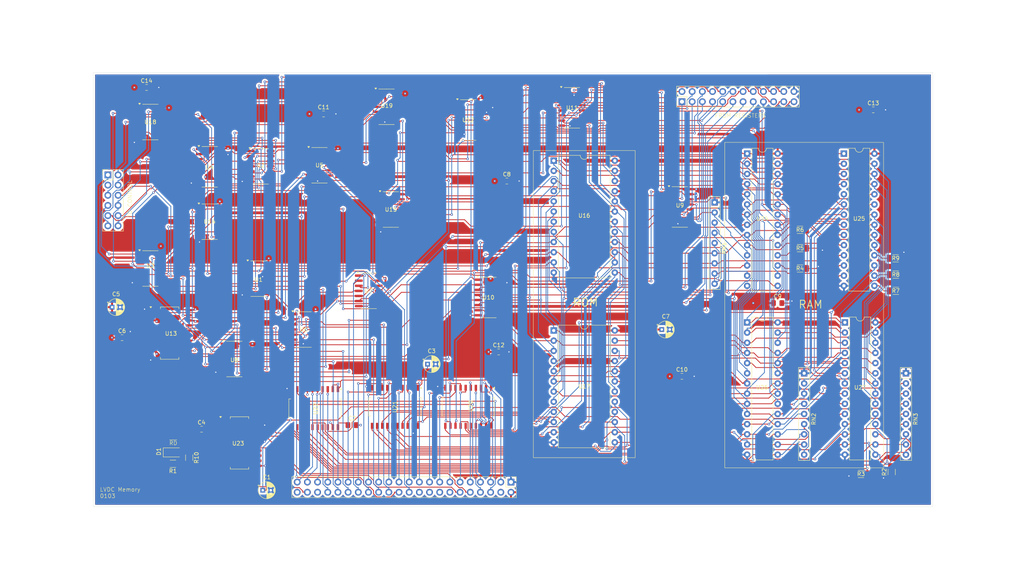
<source format=kicad_pcb>
(kicad_pcb (version 20240108) (generator "pcbnew") (generator_version "8.0")
  (layers (0 "F.Cu" signal) (1 "In1.Cu" signal) (2 "In2.Cu" signal) (31 "B.Cu" signal) (34 "B.Paste" user) (35 "F.Paste" user) (36 "B.SilkS" user "B.Silkscreen") (37 "F.SilkS" user "F.Silkscreen") (38 "B.Mask" user) (39 "F.Mask" user) (44 "Edge.Cuts" user))
  (net 0 "")
  (net 1 "Net-(D1-K)")
  (net 2 "Net-(D1-A)")
  (net 3 "MEM_WR")
  (net 4 "MEM_RD")
  (net 5 "EXM_SECTOR1")
  (net 6 "IS_EXM_I")
  (net 7 "irupt")
  (net 8 "PQ_ADDR")
  (net 9 "EXM_SECTOR0")
  (net 10 "HOP_INSTEAD_OF_A")
  (net 11 "EXM_SECTOR2")
  (net 12 "GND")
  (net 13 "FETCH_CYC")
  (net 14 "EXM_EXEC_I")
  (net 15 "HOP_IM1")
  (net 16 "HOP_DS0")
  (net 17 "HOP_DM2")
  (net 18 "HOP_IP6")
  (net 19 "HOP_DM1")
  (net 20 "HOP_IS2")
  (net 21 "HOP_IS3")
  (net 22 "HOP_IP7")
  (net 23 "HOP_IP4")
  (net 24 "HOP_DS1")
  (net 25 "HOP_IP0")
  (net 26 "HOP_DS2")
  (net 27 "HOP_IP5")
  (net 28 "HOP_IP1")
  (net 29 "HOP_IM0")
  (net 30 "HOP_IP3")
  (net 31 "HOP_IS0")
  (net 32 "HOP_DM0")
  (net 33 "HOP_DS3")
  (net 34 "HOP_IM2")
  (net 35 "HOP_IP2")
  (net 36 "HOP_IS1")
  (net 37 "DB25")
  (net 38 "I1")
  (net 39 "DB4")
  (net 40 "DB21")
  (net 41 "DB15")
  (net 42 "DB8")
  (net 43 "DB20")
  (net 44 "DB3")
  (net 45 "~{RST}")
  (net 46 "I12")
  (net 47 "DB16")
  (net 48 "DB5")
  (net 49 "DB2")
  (net 50 "I6")
  (net 51 "CLK")
  (net 52 "DB1")
  (net 53 "I11")
  (net 54 "+6V")
  (net 55 "DB22")
  (net 56 "DB18")
  (net 57 "I0")
  (net 58 "I4")
  (net 59 "DB0")
  (net 60 "DB23")
  (net 61 "DB7")
  (net 62 "+5V")
  (net 63 "DB17")
  (net 64 "DB10")
  (net 65 "DB13")
  (net 66 "DB24")
  (net 67 "I9")
  (net 68 "DB9")
  (net 69 "DB11")
  (net 70 "I8")
  (net 71 "I3")
  (net 72 "DB6")
  (net 73 "DB14")
  (net 74 "DB12")
  (net 75 "DB19")
  (net 76 "I5")
  (net 77 "I10")
  (net 78 "I7")
  (net 79 "I2")
  (net 80 "M24")
  (net 81 "M25")
  (net 82 "Net-(U24-IO5)")
  (net 83 "Net-(U24-IO6)")
  (net 84 "Net-(U24-IO7)")
  (net 85 "Net-(U25-IO3)")
  (net 86 "Net-(U25-IO4)")
  (net 87 "Net-(U25-IO6)")
  (net 88 "M5")
  (net 89 "M0")
  (net 90 "M6")
  (net 91 "M4")
  (net 92 "M2")
  (net 93 "M1")
  (net 94 "M3")
  (net 95 "M12")
  (net 96 "M9")
  (net 97 "M8")
  (net 98 "M13")
  (net 99 "M14")
  (net 100 "M15")
  (net 101 "M11")
  (net 102 "M10")
  (net 103 "M17")
  (net 104 "M22")
  (net 105 "M20")
  (net 106 "M23")
  (net 107 "M21")
  (net 108 "M16")
  (net 109 "M19")
  (net 110 "M18")
  (net 111 "Net-(U1-Pad11)")
  (net 112 "Net-(U1-Pad8)")
  (net 113 "Net-(U4-I0a)")
  (net 114 "Net-(U1-Pad6)")
  (net 115 "A14")
  (net 116 "Net-(U4-I0d)")
  (net 117 "Net-(U2-Pad12)")
  (net 118 "Net-(U4-I0b)")
  (net 119 "~{irupt}")
  (net 120 "Net-(U4-I0c)")
  (net 121 "Net-(U18-Pad9)")
  (net 122 "Net-(U14-Pad5)")
  (net 123 "Net-(U14-Pad13)")
  (net 124 "Net-(U13-P=R)")
  (net 125 "~{IS_EXM_I}")
  (net 126 "D_ADDR1")
  (net 127 "Net-(U3-Pad8)")
  (net 128 "Net-(U4-Zd)")
  (net 129 "Net-(U4-Zc)")
  (net 130 "Net-(U4-Za)")
  (net 131 "Net-(U4-Zb)")
  (net 132 "Net-(U19-Pad13)")
  (net 133 "D_ADDR10")
  (net 134 "D_ADDR11")
  (net 135 "D_ADDR8")
  (net 136 "D_ADDR9")
  (net 137 "D_ADDR0")
  (net 138 "D_ADDR2")
  (net 139 "D_ADDR4")
  (net 140 "IS_SPECIAL_ADDR")
  (net 141 "D_ADDR3")
  (net 142 "D_ADDR5")
  (net 143 "Net-(U10-S)")
  (net 144 "D_ADDR7")
  (net 145 "D_ADDR6")
  (net 146 "A0")
  (net 147 "A3")
  (net 148 "A2")
  (net 149 "A1")
  (net 150 "A7")
  (net 151 "A6")
  (net 152 "A5")
  (net 153 "A4")
  (net 154 "A8")
  (net 155 "A9")
  (net 156 "A11")
  (net 157 "A10")
  (net 158 "A12")
  (net 159 "A13")
  (net 161 "Net-(U14-Pad10)")
  (net 162 "Net-(U14-Pad6)")
  (net 163 "Net-(U15-Pad5)")
  (net 164 "~{IN_ROM}")
  (net 165 "Net-(U15-Pad12)")
  (net 166 "Net-(U15-Pad3)")
  (net 167 "~{RD}")
  (net 168 "M7")
  (net 169 "Net-(U18-Pad8)")
  (net 170 "Net-(U18-Pad12)")
  (net 171 "~{WR}")
  (net 172 "Net-(U18-Pad11)")
  (net 173 "~{IN_RAM}")
  (net 174 "Net-(U19-Pad1)")
  (footprint "Capacitor_SMD:C_0805_2012Metric_Pad1.18x1.45mm_HandSolder" (layer "F.Cu") (at 192.0025 117.856)
    (property "Reference" "C10")
    (property "Value" "100nF")
  )
  (footprint "Package_SO:SO-20_12.8x7.5mm_P1.27mm" (layer "F.Cu") (at 138.684 125.476 -90)
    (property "Reference" "U20")
    (property "Value" "74HCT245")
  )
  (footprint "Package_SO:SO-14_3.9x8.65mm_P1.27mm" (layer "F.Cu") (at 86.36 93.472)
    (property "Reference" "U1")
    (property "Value" "74HCT32")
  )
  (footprint "Capacitor_SMD:C_0805_2012Metric_Pad1.18x1.45mm_HandSolder" (layer "F.Cu") (at 215.9 99.568)
    (property "Reference" "C9")
    (property "Value" "100nF")
  )
  (footprint "Package_SO:SO-16_3.9x9.9mm_P1.27mm" (layer "F.Cu") (at 143.729 98.171)
    (property "Reference" "U10")
    (property "Value" "74HCT157")
  )
  (footprint "Package_SO:SO-20_12.8x7.5mm_P1.27mm" (layer "F.Cu") (at 64.186 107.061)
    (property "Reference" "U13")
    (property "Value" "74HC688")
  )
  (footprint "Resistor_SMD:R_1206_3216Metric_Pad1.30x1.75mm_HandSolder" (layer "F.Cu") (at 245.338 88.392 180)
    (property "Reference" "R9")
    (property "Value" "10K")
  )
  (footprint "Package_SO:SO-20_12.8x7.5mm_P1.27mm" (layer "F.Cu") (at 100.457 125.806 -90)
    (property "Reference" "U22")
    (property "Value" "74HCT245")
  )
  (footprint "Package_DIP:DIP-28_W7.62mm" (layer "F.Cu") (at 208.285 104.399)
    (property "Reference" "U26")
    (property "Value" "IS61C256")
  )
  (footprint "Resistor_SMD:R_1206_3216Metric_Pad1.30x1.75mm_HandSolder" (layer "F.Cu") (at 245.364 92.456 180)
    (property "Reference" "R8")
    (property "Value" "10K")
  )
  (footprint "Resistor_THT:R_Array_SIP9" (layer "F.Cu") (at 200.157 74.412 -90)
    (property "Reference" "RN1")
    (property "Value" "R_Network08")
  )
  (footprint "Connector_PinHeader_2.54mm:PinHeader_2x06_P2.54mm_Vertical" (layer "F.Cu") (at 48.768 67.564)
    (property "Reference" "J1" (hide yes))
    (property "Value" "FROM_CTRL" (hide yes))
  )
  (footprint "Package_SO:SO-14_3.9x8.65mm_P1.27mm" (layer "F.Cu") (at 59.371 54.356)
    (property "Reference" "U18")
    (property "Value" "74HCT00")
  )
  (footprint "Connector_PinHeader_2.54mm:PinHeader_2x12_P2.54mm_Vertical" (layer "F.Cu") (at 192.024 49.276 90)
    (property "Reference" "J2" (hide yes))
    (property "Value" "FROM_REGS" (hide yes))
  )
  (footprint "Package_SO:SO-20_12.8x7.5mm_P1.27mm" (layer "F.Cu") (at 120.396 125.476 -90)
    (property "Reference" "U21")
    (property "Value" "74HCT245")
  )
  (footprint "Package_DIP:DIP-28_W7.62mm" (layer "F.Cu") (at 208.285 62.235)
    (property "Reference" "U24")
    (property "Value" "IS61C256")
  )
  (footprint "Package_SO:SO-14_3.9x8.65mm_P1.27mm" (layer "F.Cu") (at 101.565 65.151)
    (property "Reference" "U5")
    (property "Value" "74HCT32")
  )
  (footprint "Capacitor_SMD:C_0805_2012Metric_Pad1.18x1.45mm_HandSolder" (layer "F.Cu") (at 102.5945 52.324)
    (property "Reference" "C11")
    (property "Value" "100nF")
  )
  (footprint "Package_SO:SO-20_12.8x7.5mm_P1.27mm" (layer "F.Cu") (at 81.61 134.493)
    (property "Reference" "U23")
    (property "Value" "74HCT245")
  )
  (footprint "Capacitor_SMD:C_0805_2012Metric_Pad1.18x1.45mm_HandSolder" (layer "F.Cu") (at 52.3025 108.204)
    (property "Reference" "C6")
    (property "Value" "100nF")
  )
  (footprint "Package_SO:SO-14_3.9x8.65mm_P1.27mm" (layer "F.Cu") (at 74.168 79.248)
    (property "Reference" "U14")
    (property "Value" "74HCT08")
  )
  (footprint "Package_SO:SO-14_3.9x8.65mm_P1.27mm" (layer "F.Cu") (at 86.898 65.405)
    (property "Reference" "U2")
    (property "Value" "74HCT08")
  )
  (footprint "Package_SO:SO-14_3.9x8.65mm_P1.27mm" (layer "F.Cu") (at 113.857 96.52)
    (property "Reference" "U7")
    (property "Value" "74HCT11")
  )
  (footprint "Package_SO:SO-14_3.9x8.65mm_P1.27mm" (layer "F.Cu") (at 118.299 50.546)
    (property "Reference" "U19")
    (property "Value" "74HC02")
  )
  (footprint "Resistor_SMD:R_1206_3216Metric_Pad1.30x1.75mm_HandSolder" (layer "F.Cu") (at 64.998 139.7 180)
    (property "Reference" "R1")
    (property "Value" "1K")
  )
  (footprint "Capacitor_THT:CP_Radial_D4.0mm_P2.00mm" (layer "F.Cu") (at 49.816 100.584)
    (property "Reference" "C5")
    (property "Value" "10µF")
  )
  (footprint "Package_SO:SO-14_3.9x8.65mm_P1.27mm" (layer "F.Cu") (at 80.329 113.538)
    (property "Reference" "U8")
    (property "Value" "74HCT08")
  )
  (footprint "Resistor_THT:R_Array_SIP9" (layer "F.Cu") (at 247.909 117.099 -90)
    (property "Reference" "RN3")
    (property "Value" "R_Network08")
  )
  (footprint "Package_DIP:DIP-28_W7.62mm" (layer "F.Cu") (at 232.425 62.235)
    (property "Reference" "U25")
    (property "Value" "IS61C256")
  )
  (footprint "Capacitor_SMD:C_0805_2012Metric_Pad1.18x1.45mm_HandSolder" (layer "F.Cu") (at 146.2825 111.76)
    (property "Reference" "C12")
    (property "Value" "100nF")
  )
  (footprint "Capacitor_SMD:C_0805_2012Metric_Pad1.18x1.45mm_HandSolder" (layer "F.Cu") (at 109.7065 130.048)
    (property "Reference" "C2")
    (property "Value" "100nF")
  )
  (footprint "Capacitor_SMD:C_0805_2012Metric_Pad1.18x1.45mm_HandSolder" (layer "F.Cu") (at 72.136 131.064)
    (property "Reference" "C4")
    (property "Value" "100nF")
  )
  (footprint "Resistor_THT:R_Array_SIP9" (layer "F.Cu") (at 222.509 117.099 -90)
    (property "Reference" "RN2")
    (property "Value" "R_Network08")
  )
  (footprint "Capacitor_SMD:C_0805_2012Metric_Pad1.18x1.45mm_HandSolder" (layer "F.Cu") (at 148.3145 69.088)
    (property "Reference" "C8")
    (property "Value" "100nF")
  )
  (footprint "Package_DIP:DIP-24_W15.24mm" (layer "F.Cu") (at 160.015 106.421)
    (property "Reference" "U17")
    (property "Value" "28C16")
  )
  (footprint "Capacitor_SMD:C_0805_2012Metric_Pad1.18x1.45mm_HandSolder" (layer "F.Cu") (at 239.7545 51.308)
    (property "Reference" "C13")
    (property "Value" "100nF")
  )
  (footprint "Resistor_SMD:R_1206_3216Metric_Pad1.30x1.75mm_HandSolder" (layer "F.Cu") (at 236.702 142.24)
    (property "Reference" "R3")
    (property "Value" "10K")
  )
  (footprint "Package_SO:SO-14_3.9x8.65mm_P1.27mm" (layer "F.Cu") (at 59.371 90.932)
    (property "Reference" "U3")
    (property "Value" "74HCT04")
  )
  (footprint "Capacitor_THT:CP_Radial_D4.0mm_P2.00mm" (layer "F.Cu") (at 87.4194 146.304)
    (property "Reference" "C1")
    (property "Value" "10µF")
  )
  (footprint "Resistor_SMD:R_1206_3216Metric_Pad1.30x1.75mm_HandSolder" (layer "F.Cu") (at 221.488 90.932 180)
    (property "Reference" "R4")
    (property "Value" "10K")
  )
  (footprint "Package_DIP:DIP-24_W15.24mm" (layer "F.Cu") (at 160.02 64.008)
    (property "Reference" "U16")
    (property "Value" "28C16")
  )
  (footprint "Capacitor_SMD:C_0805_2012Metric_Pad1.18x1.45mm_HandSolder" (layer "F.Cu") (at 58.42 45.72)
    (property "Reference" "C14")
    (property "Value" "100nF")
  )
  (footprint "Capacitor_THT:CP_Radial_D4.0mm_P2.00mm" (layer "F.Cu") (at 186.976 106.172)
    (property "Reference" "C7")
    (property "Value" "10µF")
  )
  (footprint "Package_SO:SO-16_3.9x9.9mm_P1.27mm" (layer "F.Cu") (at 164.592 50.8)
    (property "Reference" "U11")
    (property "Value" "74HCT157")
  )
  (footprint "Package_DIP:DIP-28_W7.62mm" (layer "F.Cu") (at 232.669 104.399)
    (property "Reference" "U27")
    (property "Value" "IS61C256")
  )
  (footprint "Capacitor_THT:CP_Radial_D4.0mm_P2.00mm" (layer "F.Cu") (at 128.556 114.808)
    (property "Reference" "C3")
    (property "Value" "10µF")
  )
  (footprint "Resistor_SMD:R_1206_3216Metric_Pad1.30x1.75mm_HandSolder" (layer "F.Cu") (at 221.488 85.852 180)
    (property "Reference" "R5")
    (property "Value" "10K")
  )
  (footprint "Resistor_SMD:R_1206_3216Metric_Pad1.30x1.75mm_HandSolder" (layer "F.Cu") (at 69.062 138.176 -90)
    (property "Reference" "R10")
    (property "Value" "10K")
  )
  (footprint "Resistor_SMD:R_1206_3216Metric_Pad1.30x1.75mm_HandSolder" (layer "F.Cu") (at 244.348 141.758 90)
    (property "Reference" "R2")
    (property "Value" "10K")
  )
  (footprint "LED_SMD:LED_1206_3216Metric_Pad1.42x1.75mm_HandSolder" (layer "F.Cu") (at 65.031 136.868)
    (property "Reference" "D1")
    (property "Value" "LED")
  )
  (footprint "Resistor_SMD:R_1206_3216Metric_Pad1.30x1.75mm_HandSolder" (layer "F.Cu") (at 221.488 81.28 180)
    (property "Reference" "R6")
    (property "Value" "10K")
  )
  (footprint "Package_SO:SO-14_3.9x8.65mm_P1.27mm" (layer "F.Cu") (at 97.601 106.172)
    (property "Reference" "U6")
    (property "Value" "74HCT11")
  )
  (footprint "Package_SO:SO-16_3.9x9.9mm_P1.27mm" (layer "F.Cu") (at 191.481 75.565)
    (property "Reference" "U9")
    (property "Value" "74HCT157")
  )
  (footprint "Package_SO:SO-16_3.9x9.9mm_P1.27mm" (layer "F.Cu") (at 74.168 65.532)
    (property "Reference" "U4")
    (property "Value" "74HCT157")
  )
  (footprint "Package_SO:SO-14_3.9x8.65mm_P1.27mm" (layer "F.Cu") (at 119.38 76.2)
    (property "Reference" "U15")
    (property "Value" "74HC32")
  )
  (footprint "Connector_PinHeader_2.54mm:PinHeader_2x22_P2.54mm_Vertical" (layer "F.Cu") (at 149.352 144.272 -90)
    (property "Reference" "J3" (hide yes))
    (property "Value" "TO_BACKPLANE" (hide yes))
  )
  (footprint "Resistor_SMD:R_1206_3216Metric_Pad1.30x1.75mm_HandSolder" (layer "F.Cu") (at 245.39 96.52 180)
    (property "Reference" "R7")
    (property "Value" "10K")
  )
  (footprint "Package_SO:SO-16_3.9x9.9mm_P1.27mm" (layer "F.Cu") (at 138.684 53.848)
    (property "Reference" "U12")
    (property "Value" "74HCT157")
  )
  (gr_rect (start 202.692 59.436) (end 242.316 140.716) (stroke (width 0.1)) (fill none) (layer "F.SilkS"))
  (gr_rect (start 154.94 61.468) (end 180.34 138.176) (stroke (width 0.1)) (fill none) (layer "F.SilkS"))
  (gr_rect (start 45.09 41.981) (end 254.64 150.439) (stroke (width 0.05)) (fill none) (layer "Edge.Cuts"))
  (gr_text "RAM" (at 220.98 101.092 0) (layer "F.SilkS") (effects (font (size 2 2) (thickness 0.2)) (justify left bottom)))
  (gr_text "~{RD}" (at 64.008 135.128 0) (layer "F.SilkS") (effects (font (size 1 1) (thickness 0.1)) (justify left bottom)))
  (gr_text "TO CONTROL" (at 54.864 78.232 90) (layer "F.SilkS") (effects (font (size 1 1) (thickness 0.1)) (justify left bottom)))
  (gr_text "ROM" (at 164.592 100.584 0) (layer "F.SilkS") (effects (font (size 2 2) (thickness 0.2)) (justify left bottom)))
  (gr_text "LVDC Memory\n0103" (at 46.736 148.336 0) (layer "F.SilkS") (effects (font (size 1 1) (thickness 0.1)) (justify left bottom)))
  (gr_text "FROM REGISTERS" (at 200.152 53.34 0) (layer "F.SilkS") (effects (font (size 1 1) (thickness 0.1)) (justify left bottom)))
  (segment (start 70.104 137.668) (end 69.062 136.626) (width 0.2) (layer "F.Cu") (net 1))
  (segment (start 64.7212 135.6903) (end 68.1263 135.6903) (width 0.2) (layer "F.Cu") (net 1))
  (segment (start 68.1263 135.6903) (end 69.062 136.626) (width 0.2) (layer "F.Cu") (net 1))
  (segment (start 76.86 137.668) (end 70.104 137.668) (width 0.2) (layer "F.Cu") (net 1))
  (segment (start 63.5435 136.868) (end 64.7212 135.6903) (width 0.2) (layer "F.Cu") (net 1))
  (segment (start 66.5185 136.868) (end 63.6865 139.7) (width 0.2) (layer "F.Cu") (net 2))
  (segment (start 63.6865 139.7) (end 63.448 139.7) (width 0.2) (layer "F.Cu") (net 2))
  (segment (start 53.2183 54.356) (end 56.896 54.356) (width 0.2) (layer "F.Cu") (net 3))
  (via (at 53.2183 54.356) (size 0.6) (drill 0.3) (layers "F.Cu" "B.Cu") (net 3))
  (segment (start 51.308 67.564) (end 51.308 66.4123) (width 0.2) (layer "B.Cu") (net 3))
  (segment (start 51.308 66.4123) (end 53.2183 64.502) (width 0.2) (layer "B.Cu") (net 3))
  (segment (start 53.2183 64.502) (end 53.2183 54.356) (width 0.2) (layer "B.Cu") (net 3))
  (segment (start 58.9221 51.7807) (end 61.8107 51.7807) (width 0.2) (layer "F.Cu") (net 4))
  (segment (start 61.8107 51.7807) (end 61.846 51.816) (width 0.2) (layer "F.Cu") (net 4))
  (via (at 58.9221 51.7807) (size 0.6) (drill 0.3) (layers "F.Cu" "B.Cu") (net 4))
  (segment (start 51.308 70.104) (end 51.308 68.9523) (width 0.2) (layer "B.Cu") (net 4))
  (segment (start 58.9221 61.2858) (end 52.7784 67.4295) (width 0.2) (layer "B.Cu") (net 4))
  (segment (start 52.7784 67.7698) (end 51.5959 68.9523) (width 0.2) (layer "B.Cu") (net 4))
  (segment (start 52.7784 67.4295) (end 52.7784 67.7698) (width 0.2) (layer "B.Cu") (net 4))
  (segment (start 58.9221 51.7807) (end 58.9221 61.2858) (width 0.2) (layer "B.Cu") (net 4))
  (segment (start 51.5959 68.9523) (end 51.308 68.9523) (width 0.2) (layer "B.Cu") (net 4))
  (segment (start 71.593 63.627) (end 58.4397 63.627) (width 0.2) (layer "F.Cu") (net 5))
  (via (at 58.4397 63.627) (size 0.6) (drill 0.3) (layers "F.Cu" "B.Cu") (net 5))
  (segment (start 51.308 79.1123) (end 51.5959 79.1123) (width 0.2) (layer "B.Cu") (net 5))
  (segment (start 51.5959 79.1123) (end 58.4397 72.2685) (width 0.2) (layer "B.Cu") (net 5))
  (segment (start 51.308 80.264) (end 51.308 79.1123) (width 0.2) (layer "B.Cu") (net 5))
  (segment (start 58.4397 72.2685) (end 58.4397 63.627) (width 0.2) (layer "B.Cu") (net 5))
  (segment (start 54.7179 70.3858) (end 59.4431 70.3858) (width 0.2) (layer "F.Cu") (net 6))
  (segment (start 57.1306 92.4366) (end 60.466 92.4366) (width 0.2) (layer "F.Cu") (net 6))
  (segment (start 71.9612 92.8116) (end 73.8916 94.742) (width 0.2) (layer "F.Cu") (net 6))
  (segment (start 60.8409 92.8116) (end 64.4673 92.8116) (width 0.2) (layer "F.Cu") (net 6))
  (segment (start 64.4673 92.8116) (end 71.9612 92.8116) (width 0.2) (layer "F.Cu") (net 6))
  (segment (start 51.308 72.644) (end 52.4597 72.644) (width 0.2) (layer "F.Cu") (net 6))
  (segment (start 60.466 92.4367) (end 60.8409 92.8116) (width 0.2) (layer "F.Cu") (net 6))
  (segment (start 56.896 92.202) (end 57.1306 92.4366) (width 0.2) (layer "F.Cu") (net 6))
  (segment (start 73.8916 94.742) (end 83.885 94.742) (width 0.2) (layer "F.Cu") (net 6))
  (segment (start 60.466 92.4366) (end 60.466 92.4367) (width 0.2) (layer "F.Cu") (net 6))
  (segment (start 52.4597 72.644) (end 54.7179 70.3858) (width 0.2) (layer "F.Cu") (net 6))
  (segment (start 88.835 94.742) (end 83.885 94.742) (width 0.2) (layer "F.Cu") (net 6))
  (via (at 64.4673 92.8116) (size 0.6) (drill 0.3) (layers "F.Cu" "B.Cu") (net 6))
  (via (at 59.4431 70.3858) (size 0.6) (drill 0.3) (layers "F.Cu" "B.Cu") (net 6))
  (segment (start 64.4673 75.41) (end 64.4673 92.8116) (width 0.2) (layer "B.Cu") (net 6))
  (segment (start 59.4431 70.3858) (end 64.4673 75.41) (width 0.2) (layer "B.Cu") (net 6))
  (segment (start 60.4386 90.2969) (end 83.2501 90.2969) (width 0.2) (layer "F.Cu") (net 7))
  (segment (start 83.2501 90.2969) (end 83.885 89.662) (width 0.2) (layer "F.Cu") (net 7))
  (segment (start 56.896 87.122) (end 57.2637 87.122) (width 0.2) (layer "F.Cu") (net 7))
  (segment (start 56.6973 87.3207) (end 56.896 87.122) (width 0.2) (layer "F.Cu") (net 7))
  (segment (start 57.2637 87.122) (end 60.4386 90.2969) (width 0.2) (layer "F.Cu") (net 7))
  (segment (start 49.0899 87.3207) (end 56.6973 87.3207) (width 0.2) (layer "F.Cu") (net 7))
  (via (at 49.0899 87.3207) (size 0.6) (drill 0.3) (layers "F.Cu" "B.Cu") (net 7))
  (segment (start 47.1674 76.7846) (end 47.1674 85.3982) (width 0.2) (layer "B.Cu") (net 7))
  (segment (start 47.1674 85.3982) (end 49.0899 87.3207) (width 0.2) (layer "B.Cu") (net 7))
  (segment (start 48.768 75.184) (end 47.1674 76.7846) (width 0.2) (layer "B.Cu") (net 7))
  (segment (start 50.0379 52.1562) (end 56.5558 52.1562) (width 0.2) (layer "F.Cu") (net 8))
  (segment (start 56.896 51.816) (end 56.896 50.546) (width 0.2) (layer "F.Cu") (net 8))
  (segment (start 56.8506 52.451) (end 71.2226 52.451) (width 0.2) (layer "F.Cu") (net 8))
  (segment (start 74.657 83.058) (end 76.643 83.058) (width 0.2) (layer "F.Cu") (net 8))
  (segment (start 56.5558 52.1562) (end 56.8506 52.451) (width 0.2) (layer "F.Cu") (net 8))
  (segment (start 56.5558 52.1562) (end 56.896 51.816) (width 0.2) (layer "F.Cu") (net 8))
  (via (at 74.657 83.058) (size 0.6) (drill 0.3) (layers "F.Cu" "B.Cu") (net 8))
  (via (at 71.2226 52.451) (size 0.6) (drill 0.3) (layers "F.Cu" "B.Cu") (net 8))
  (via (at 50.0379 52.1562) (size 0.6) (drill 0.3) (layers "F.Cu" "B.Cu") (net 8))
  (segment (start 74.657 55.8854) (end 71.2226 52.451) (width 0.2) (layer "B.Cu") (net 8))
  (segment (start 50.0379 70.5103) (end 50.0379 52.1562) (width 0.2) (layer "B.Cu") (net 8))
  (segment (start 48.768 72.0681) (end 48.768 72.644) (width 0.2) (layer "B.Cu") (net 8))
  (segment (start 49.0559 71.4923) (end 50.0379 70.5103) (width 0.2) (layer "B.Cu") (net 8))
  (segment (start 48.768 71.4923) (end 49.0559 71.4923) (width 0.2) (layer "B.Cu") (net 8))
  (segment (start 74.657 83.058) (end 74.657 55.8854) (width 0.2) (layer "B.Cu") (net 8))
  (segment (start 48.768 72.0681) (end 48.768 71.4923) (width 0.2) (layer "B.Cu") (net 8))
  (segment (start 74.9247 64.897) (end 76.743 64.897) (width 0.2) (layer "F.Cu") (net 9))
  (segment (start 54.2567 66.802) (end 73.0197 66.802) (width 0.2) (layer "F.Cu") (net 9))
  (segment (start 73.0197 66.802) (end 74.9247 64.897) (width 0.2) (layer "F.Cu") (net 9))
  (via (at 54.2567 66.802) (size 0.6) (drill 0.3) (layers "F.Cu" "B.Cu") (net 9))
  (segment (start 48.3432 76.454) (end 49.1863 76.454) (width 0.2) (layer "B.Cu") (net 9))
  (segment (start 50.038 75.6023) (end 50.038 72.2256) (width 0.2) (layer "B.Cu") (net 9))
  (segment (start 47.5927 77.2045) (end 48.3432 76.454) (width 0.2) (layer "B.Cu") (net 9))
  (segment (start 48.768 79.1123) (end 48.4801 79.1123) (width 0.2) (layer "B.Cu") (net 9))
  (segment (start 54.2567 68.7852) (end 54.2567 66.802) (width 0.2) (layer "B.Cu") (net 9))
  (segment (start 48.768 80.264) (end 48.768 79.1123) (width 0.2) (layer "B.Cu") (net 9))
  (segment (start 50.8896 71.374) (end 51.6679 71.374) (width 0.2) (layer "B.Cu") (net 9))
  (segment (start 48.4801 79.1123) (end 47.5927 78.2249) (width 0.2) (layer "B.Cu") (net 9))
  (segment (start 49.1863 76.454) (end 50.038 75.6023) (width 0.2) (layer "B.Cu") (net 9))
  (segment (start 47.5927 78.2249) (end 47.5927 77.2045) (width 0.2) (layer "B.Cu") (net 9))
  (segment (start 51.6679 71.374) (end 54.2567 68.7852) (width 0.2) (layer "B.Cu") (net 9))
  (segment (start 50.038 72.2256) (end 50.8896 71.374) (width 0.2) (layer "B.Cu") (net 9))
  (segment (start 48.768 77.724) (end 49.9197 77.724) (width 0.2) (layer "F.Cu") (net 10))
  (segment (start 52.1981 78.9073) (end 53.1274 77.978) (width 0.2) (layer "F.Cu") (net 10))
  (segment (start 50.8151 78.9073) (end 52.1981 78.9073) (width 0.2) (layer "F.Cu") (net 10))
  (segment (start 49.9197 77.724) (end 49.9197 78.0119) (width 0.2) (layer "F.Cu") (net 10))
  (segment (start 49.9197 78.0119) (end 50.8151 78.9073) (width 0.2) (layer "F.Cu") (net 10))
  (segment (start 53.1274 77.978) (end 71.693 77.978) (width 0.2) (layer "F.Cu") (net 10))
  (segment (start 63.2444 67.437) (end 71.593 67.437) (width 0.2) (layer "F.Cu") (net 11))
  (segment (start 52.4597 77.724) (end 59.1946 70.9891) (width 0.2) (layer "F.Cu") (net 11))
  (segment (start 59.6923 70.9891) (end 63.2444 67.437) (width 0.2) (layer "F.Cu") (net 11))
  (segment (start 51.308 77.724) (end 52.4597 77.724) (width 0.2) (layer "F.Cu") (net 11))
  (segment (start 59.1946 70.9891) (end 59.6923 70.9891) (width 0.2) (layer "F.Cu") (net 11))
  (segment (start 113.7711 100.33) (end 113.8321 100.391) (width 0.2) (layer "F.Cu") (net 12))
  (segment (start 76.378 139.726) (end 76.86 140.208) (width 0.2) (layer "F.Cu") (net 12))
  (segment (start 141.154 102.616) (end 139.192 102.616) (width 0.2) (layer "F.Cu") (net 12))
  (segment (start 244.348 143.308) (end 242.368 143.308) (width 0.2) (layer "F.Cu") (net 12))
  (segment (start 88.138 92.202) (end 87.376 92.964) (width 0.2) (layer "F.Cu") (net 12))
  (segment (start 234.188 142.24) (end 233.68 142.748) (width 0.2) (layer "F.Cu") (net 12))
  (segment (start 86.36 130.048) (end 87.884 130.048) (width 0.2) (layer "F.Cu") (net 12))
  (segment (start 124.841 131.953) (end 124.968 132.08) (width 0.2) (layer "F.Cu") (net 12))
  (segment (start 116.905 81.723) (end 116.84 81.788) (width 0.2) (layer "F.Cu") (net 12))
  (segment (start 103.632 52.324) (end 105.664 52.324) (width 0.2) (layer "F.Cu") (net 12))
  (segment (start 149.352 69.088) (end 151.384 69.088) (width 0.2) (layer "F.Cu") (net 12))
  (segment (start 242.316 143.256) (end 242.157 143.415) (width 0.2) (layer "F.Cu") (net 12))
  (segment (start 99.09 68.961) (end 100.965 68.961) (width 0.2) (layer "F.Cu") (net 12))
  (segment (start 77.91 136.998) (end 77.31 136.398) (width 0.2) (layer "F.Cu") (net 12))
  (segment (start 78.613 62.357) (end 78.74 62.484) (width 0.2) (layer "F.Cu") (net 12))
  (segment (start 240.792 51.308) (end 242.824 51.308) (width 0.2) (layer "F.Cu") (net 12))
  (segment (start 216.9375 99.568) (end 218.948 99.568) (width 0.2) (layer "F.Cu") (net 12))
  (segment (start 59.436 112.776) (end 59.436 113.792) (width 0.2) (layer "F.Cu") (net 12))
  (segment (start 124.841 130.226) (end 124.841 131.953) (width 0.2) (layer "F.Cu") (net 12))
  (segment (start 162.017 55.245) (end 164.0185 55.245) (width 0.2) (layer "F.Cu") (net 12))
  (segment (start 188.906 80.01) (end 190.754 80.01) (width 0.2) (layer "F.Cu") (net 12))
  (segment (start 136.779 58.293) (end 137.668 57.404) (width 0.2) (layer "F.Cu") (net 12))
  (segment (start 144.7255 50.673) (end 144.78 50.7275) (width 0.2) (layer "F.Cu") (net 12))
  (segment (start 93.624 121.056) (end 93.472 120.904) (width 0.2) (layer "F.Cu") (net 12))
  (segment (start 77.31 136.398) (end 76.86 136.398) (width 0.2) (layer "F.Cu") (net 12))
  (segment (start 73.1735 131.064) (end 74.6975 132.588) (width 0.2) (layer "F.Cu") (net 12))
  (segment (start 56.896 94.742) (end 55.118 94.742) (width 0.2) (layer "F.Cu") (net 12))
  (segment (start 82.331 69.215) (end 82.296 69.18) (width 0.2) (layer "F.Cu") (net 12))
  (segment (start 246.914 92.456) (end 246.914 88.418) (width 0.2) (layer "F.Cu") (net 12))
  (segment (start 71.593 69.977) (end 69.977 69.977) (width 0.2) (layer "F.Cu") (net 12))
  (segment (start 55.118 94.742) (end 54.864 94.488) (width 0.2) (layer "F.Cu") (net 12))
  (segment (start 116.905 80.01) (end 116.905 81.723) (width 0.2) (layer "F.Cu") (net 12))
  (segment (start 71.693 83.058) (end 71.693 84.263) (width 0.2) (layer "F.Cu") (net 12))
  (segment (start 223.038 82.322) (end 224.028 83.312) (width 0.2) (layer "F.Cu") (net 12))
  (segment (start 194.056 72.39) (end 195.326 72.39) (width 0.2) (layer "F.Cu") (net 12))
  (segment (start 95.126 109.982) (end 97.282 109.982) (width 0.2) (layer "F.Cu") (net 12))
  (segment (start 147.828 94.996) (end 148.336 94.488) (width 0.2) (layer "F.Cu") (net 12))
  (segment (start 235.152 142.24) (end 234.188 142.24) (width 0.2) (layer "F.Cu") (net 12))
  (segment (start 190.754 80.01) (end 191.008 79.756) (width 0.2) (layer "F.Cu") (net 12))
  (segment (start 82.042 136.398) (end 86.36 136.398) (width 0.2) (layer "F.Cu") (net 12))
  (segment (start 53.34 107.696) (end 54.356 106.68) (width 0.2) (layer "F.Cu") (net 12))
  (segment (start 246.94 92.482) (end 246.914 92.456) (width 0.2) (layer "F.Cu") (net 12))
  (segment (start 76.2 117.348) (end 75.692 116.84) (width 0.2) (layer "F.Cu") (net 12))
  (segment (start 223.038 90.932) (end 225.552 90.932) (width 0.2) (layer "F.Cu") (net 12))
  (segment (start 246.888 88.392) (end 246.888 87.376) (width 0.2) (layer "F.Cu") (net 12))
  (segment (start 80.772 135.128) (end 82.042 136.398) (width 0.2) (layer "F.Cu") (net 12))
  (segment (start 86.36 135.128) (end 86.36 133.858) (width 0.2) (layer "F.Cu") (net 12))
  (segment (start 226.568 85.852) (end 227.076 86.36) (width 0.2) (layer "F.Cu") (net 12))
  (segment (start 193.04 117.856) (end 195.072 117.856) (width 0.2) (layer "F.Cu") (net 12))
  (segment (start 88.835 92.202) (end 88.138 92.202) (width 0.2) (layer "F.Cu") (net 12))
  (segment (start 76.86 138.938) (end 77.31 138.938) (width 0.2) (layer "F.Cu") (net 12))
  (segment (start 87.63 133.858) (end 87.884 134.112) (width 0.2) (layer "F.Cu") (net 12))
  (segment (start 236.327 143.415) (end 235.152 142.24) (width 0.2) (layer "F.Cu") (net 12))
  (segment (start 104.902 130.074126) (end 104.239995 129.412121) (width 0.2) (layer "F.Cu") (net 12))
  (segment (start 58.166 101.346) (end 57.912 101.092) (width 0.2) (layer "F.Cu") (net 12))
  (segment (start 71.693 84.263) (end 71.628 84.328) (width 0.2) (layer "F.Cu") (net 12))
  (segment (start 164.0185 55.245) (end 164.084 55.3105) (width 0.2) (layer "F.Cu") (net 12))
  (segment (start 86.36 137.668) (end 86.36 138.938) (width 0.2) (layer "F.Cu") (net 12))
  (segment (start 94.742 121.056) (end 93.624 121.056) (width 0.2) (layer "F.Cu") (net 12))
  (segment (start 242.157 143.415) (end 236.327 143.415) (width 0.2) (layer "F.Cu") (net 12))
  (segment (start 143.129 129.667) (end 144.101735 128.694265) (width 0.2) (layer "F.Cu") (net 12))
  (segment (start 74.6975 132.588) (end 76.86 132.588) (width 0.2) (layer "F.Cu") (net 12))
  (segment (start 56.896 58.166) (end 55.626 59.436) (width 0.2) (layer "F.Cu") (net 12))
  (segment (start 82.55 97.282) (end 82.296 97.536) (width 0.2) (layer "F.Cu") (net 12))
  (segment (start 76.86 140.208) (end 76.86 138.938) (width 0.2) (layer "F.Cu") (net 12))
  (segment (start 86.36 133.858) (end 87.63 133.858) (width 0.2) (layer "F.Cu") (net 12))
  (segment (start 59.436 101.346) (end 58.166 101.346) (width 0.2) (layer "F.Cu") (net 12))
  (segment (start 113.614 120.726) (end 113.284 120.396) (width 0.2) (layer "F.Cu") (net 12))
  (segment (start 115.824 54.356) (end 117.856 54.356) (width 0.2) (layer "F.Cu") (net 12))
  (segment (start 69.062 139.726) (end 76.378 139.726) (width 0.2) (layer "F.Cu") (net 12))
  (segment (start 114.681 120.726) (end 113.614 120.726) (width 0.2) (layer "F.Cu") (net 12))
  (segment (start 195.326 72.39) (end 195.58 72.644) (width 0.2) (layer "F.Cu") (net 12))
  (segment (start 146.304 94.996) (end 147.828 94.996) (width 0.2) (layer "F.Cu") (net 12))
  (segment (start 246.94 96.52) (end 246.94 92.482) (width 0.2) (layer "F.Cu") (net 12))
  (segment (start 223.038 85.852) (end 226.568 85.852) (width 0.2) (layer "F.Cu") (net 12))
  (segment (start 100.965 68.961) (end 101.092 69.088) (width 0.2) (layer "F.Cu") (net 12))
  (segment (start 86.36 140.208) (end 88.0194 140.208) (width 0.2) (layer "F.Cu") (net 12))
  (segment (start 223.038 81.28) (end 223.038 82.322) (width 0.2) (layer "F.Cu") (net 12))
  (segment (start 53.34 108.204) (end 53.34 107.696) (width 0.2) (layer "F.Cu") (net 12))
  (segment (start 111.382 100.33) (end 113.7711 100.33) (width 0.2) (layer "F.Cu") (net 12))
  (segment (start 55.626 59.436) (end 55.372 59.436) (width 0.2) (layer "F.Cu") (net 12))
  (segment (start 97.282 109.982) (end 97.536 109.728) (width 0.2) (layer "F.Cu") (net 12))
  (segment (start 104.902 130.556) (end 104.902 130.074126) (width 0.2) (layer "F.Cu") (net 12))
  (segment (start 76.743 62.357) (end 78.613 62.357) (width 0.2) (layer "F.Cu") (net 12))
  (segment (start 143.2405 51.943) (end 143.256 51.9275) (width 0.2) (layer "F.Cu") (net 12))
  (segment (start 76.86 132.588) (end 76.86 133.858) (width 0.2) (layer "F.Cu") (net 12))
  (segment (start 225.552 90.932) (end 226.06 90.424) (width 0.2) (layer "F.Cu") (net 12))
  (segment (start 77.31 138.938) (end 77.91 138.338) (width 0.2) (layer "F.Cu") (net 12))
  (segment (start 218.948 99.568) (end 219.456 99.06) (width 0.2) (layer "F.Cu") (net 12))
  (segment (start 246.888 87.376) (end 247.396 86.868) (width 0.2) (layer "F.Cu") (net 12))
  (segment (start 77.854 117.348) (end 76.2 117.348) (width 0.2) (layer "F.Cu") (net 12))
  (segment (start 136.109 58.293) (end 136.779 58.293) (width 0.2) (layer "F.Cu") (net 12))
  (segment (start 83.885 97.282) (end 82.55 97.282) (width 0.2) (layer "F.Cu") (net 12))
  (segment (start 167.167 47.625) (end 165.135 47.625) (width 0.2) (layer "F.Cu") (net 12))
  (segment (start 143.129 130.226) (end 143.129 129.667) (width 0.2) (layer "F.Cu") (net 12))
  (segment (start 86.36 136.398) (end 86.36 137.668) (width 0.2) (layer "F.Cu") (net 12))
  (segment (start 141.259 50.673) (end 144.7255 50.673) (width 0.2) (layer "F.Cu") (net 12))
  (segment (start 76.86 135.128) (end 76.86 136.398) (width 0.2) (layer "F.Cu") (net 12))
  (segment (start 76.86 135.128) (end 80.772 135.128) (width 0.2) (layer "F.Cu") (net 12))
  (segment (start 76.86 133.858) (end 76.86 135.128) (width 0.2) (layer "F.Cu") (net 12))
  (segment (start 59.4575 45.72) (end 61.468 45.72) (width 0.2) (layer "F.Cu") (net 12))
  (segment (start 246.914 88.418) (end 246.888 88.392) (width 0.2) (layer "F.Cu") (net 12))
  (segment (start 86.36 138.938) (end 86.36 140.208) (width 0.2) (layer "F.Cu") (net 12))
  (segment (start 147.32 111.76) (end 148.844 111.76) (width 0.2) (layer "F.Cu") (net 12))
  (segment (start 69.977 69.977) (end 69.596 69.596) (width 0.2) (layer "F.Cu") (net 12))
  (segment (start 165.135 47.625) (end 165.1 47.66) (width 0.2) (layer "F.Cu") (net 12))
  (segment (start 77.91 138.338) (end 77.91 136.998) (width 0.2) (layer "F.Cu") (net 12))
  (segment (start 141.259 51.943) (end 143.2405 51.943) (width 0.2) (layer "F.Cu") (net 12))
  (segment (start 84.423 69.215) (end 82.331 69.215) (width 0.2) (layer "F.Cu") (net 12))
  (segment (start 132.969 120.726) (end 131.394 120.726) (width 0.2) (layer "F.Cu") (net 12))
  (segment (start 131.394 120.726) (end 131.064 120.396) (width 0.2) (layer "F.Cu") (net 12))
  (segment (start 242.368 143.308) (end 242.316 143.256) (width 0.2) (layer "F.Cu") (net 12))
  (segment (start 110.744 130.048) (end 111.852 130.048) (width 0.2) (layer "F.Cu") (net 12))
  (via (at 87.376 92.964) (size 0.6) (drill 0.3) (layers "F.Cu" "B.Cu") (net 12))
  (via (at 117.856 54.356) (size 0.6) (drill 0.3) (layers "F.Cu" "B.Cu") (net 12))
  (via (at 195.072 117.856) (size 0.6) (drill 0.3) (layers "F.Cu" "B.Cu") (net 12))
  (via (at 113.284 120.396) (size 0.6) (drill 0.3) (layers "F.Cu" "B.Cu") (net 12))
  (via (at 191.008 79.756) (size 0.6) (drill 0.3) (layers "F.Cu" "B.Cu") (net 12))
  (via (at 219.456 99.06) (size 0.6) (drill 0.3) (layers "F.Cu" "B.Cu") (net 12))
  (via (at 105.664 52.324) (size 0.6) (drill 0.3) (layers "F.Cu" "B.Cu") (net 12))
  (via (at 57.912 101.092) (size 0.6) (drill 0.3) (layers "F.Cu" "B.Cu") (net 12))
  (via (at 116.84 81.788) (size 0.6) (drill 0.3) (layers "F.Cu" "B.Cu") (net 12))
  (via (at 78.74 62.484) (size 0.6) (drill 0.3) (layers "F.Cu" "B.Cu") (net 12))
  (via (at 148.336 94.488) (size 0.6) (drill 0.3) (layers "F.Cu" "B.Cu") (net 12))
  (via (at 247.396 86.868) (size 0.6) (drill 0.3) (layers "F.Cu" "B.Cu") (net 12))
  (via (at 59.436 113.792) (size 0.6) (drill 0.3) (layers "F.Cu" "B.Cu") (net 12))
  (via (at 75.692 116.84) (size 0.6) (drill 0.3) (layers "F.Cu" "B.Cu") (net 12))
  (via (at 195.58 72.644) (size 0.6) (drill 0.3) (layers "F.Cu" "B.Cu") (net 12))
  (via (at 54.864 94.488) (size 0.6) (drill 0.3) (layers "F.Cu" "B.Cu") (net 12))
  (via (at 97.536 109.728) (size 0.6) (drill 0.3) (layers "F.Cu" "B.Cu") (net 12))
  (via (at 87.884 130.048) (size 0.6) (drill 0.3) (layers "F.Cu" "B.Cu") (net 12))
  (via (at 139.192 102.616) (size 0.6) (drill 0.3) (layers "F.Cu" "B.Cu") (net 12))
  (via (at 71.628 84.328) (size 0.6) (drill 0.3) (layers "F.Cu" "B.Cu") (net 12))
  (via (at 224.028 83.312) (size 0.6) (drill 0.3) (layers "F.Cu" "B.Cu") (net 12))
  (via (at 55.372 59.436) (size 0.6) (drill 0.3) (layers "F.Cu" "B.Cu") (net 12))
  (via (at 233.68 142.748) (size 0.6) (drill 0.3) (layers "F.Cu" "B.Cu") (net 12))
  (via (at 144.101735 128.694265) (size 0.6) (drill 0.3) (layers "F.Cu" "B.Cu") (net 12))
  (via (at 87.884 134.112) (size 0.6) (drill 0.3) (layers "F.Cu" "B.Cu") (net 12))
  (via (at 104.239995 129.412121) (size 0.6) (drill 0.3) (layers "F.Cu" "B.Cu") (net 12))
  (via (at 151.384 69.088) (size 0.6) (drill 0.3) (layers "F.Cu" "B.Cu") (net 12))
  (via (at 137.668 57.404) (size 0.6) (drill 0.3) (layers "F.Cu" "B.Cu") (net 12))
  (via (at 242.824 51.308) (size 0.6) (drill 0.3) (layers "F.Cu" "B.Cu") (net 12))
  (via (at 101.092 69.088) (size 0.6) (drill 0.3) (layers "F.Cu" "B.Cu") (net 12))
  (via (at 111.852 130.048) (size 0.6) (drill 0.3) (layers "F.Cu" "B.Cu") (net 12))
  (via (at 143.256 51.9275) (size 0.6) (drill 0.3) (layers "F.Cu" "B.Cu") (net 12))
  (via (at 93.472 120.904) (size 0.6) (drill 0.3) (layers "F.Cu" "B.Cu") (net 12))
  (via (at 164.084 55.3105) (size 0.6) (drill 0.3) (layers "F.Cu" "B.Cu") (net 12))
  (via (at 61.468 45.72) (size 0.6) (drill 0.3) (layers "F.Cu" "B.Cu") (net 12))
  (via (at 69.596 69.596) (size 0.6) (drill 0.3) (layers "F.Cu" "B.Cu") (net 12))
  (via (at 227.076 86.36) (size 0.6) (drill 0.3) (layers "F.Cu" "B.Cu") (net 12))
  (via (at 113.8321 100.391) (size 0.6) (drill 0.3) (layers "F.Cu" "B.Cu") (net 12))
  (via (at 82.296 97.536) (size 0.6) (drill 0.3) (layers "F.Cu" "B.Cu") (net 12))
  (via (at 88.0194 140.208) (size 0.6) (drill 0.3) (layers "F.Cu" "B.Cu") (net 12))
  (via (at 226.06 90.424) (size 0.6) (drill 0.3) (layers "F.Cu" "B.Cu") (net 12))
  (via (at 131.064 120.396) (size 0.6) (drill 0.3) (layers "F.Cu" "B.Cu") (net 12))
  (via (at 165.1 47.66) (size 0.6) (drill 0.3) (layers "F.Cu" "B.Cu") (net 12))
  (via (at 54.356 106.68) (size 0.6) (drill 0.3) (layers "F.Cu" "B.Cu") (net 12))
  (via (at 242.316 143.256) (size 0.6) (drill 0.3) (layers "F.Cu" "B.Cu") (net 12))
  (via (at 144.78 50.7275) (size 0.6) (drill 0.3) (layers "F.Cu" "B.Cu") (net 12))
  (via (at 148.844 111.76) (size 0.6) (drill 0.3) (layers "F.Cu" "B.Cu") (net 12))
  (via (at 82.296 69.18) (size 0.6) (drill 0.3) (layers "F.Cu" "B.Cu") (net 12))
  (via (at 124.968 132.08) (size 0.6) (drill 0.3) (layers "F.Cu" "B.Cu") (net 12))
  (segment (start 110.5018 57.0928) (end 114.5086 53.086) (width 0.2) (layer "F.Cu") (net 13))
  (segment (start 80.4166 57.0928) (end 110.5018 57.0928) (width 0.2) (layer "F.Cu") (net 13))
  (segment (start 79.6959 112.268) (end 82.804 112.268) (width 0.2) (layer "F.Cu") (net 13))
  (segment (start 61.846 88.392) (end 59.7971 88.392) (width 0.2) (layer "F.Cu") (net 13))
  (segment (start 79.0609 111.633) (end 79.6959 112.268) (width 0.2) (layer "F.Cu") (net 13))
  (segment (start 74.5956 111.633) (end 79.0609 111.633) (width 0.2) (layer "F.Cu") (net 13))
  (segment (start 114.5086 53.086) (end 115.824 53.086) (width 0.2) (layer "F.Cu") (net 13))
  (via (at 80.4166 57.0928) (size 0.6) (drill 0.3) (layers "F.Cu" "B.Cu") (net 13))
  (via (at 59.7971 88.392) (size 0.6) (drill 0.3) (layers "F.Cu" "B.Cu") (net 13))
  (via (at 74.5956 111.633) (size 0.6) (drill 0.3) (layers "F.Cu" "B.Cu") (net 13))
  (segment (start 48.768 67.564) (end 48.768 68.7157) (width 0.2) (layer "B.Cu") (net 13))
  (segment (start 46.7642 86.6583) (end 50.425 90.3191) (width 0.2) (layer "B.Cu") (net 13))
  (segment (start 59.7971 96.5313) (end 73.2649 109.9991) (width 0.2) (layer "B.Cu") (net 13))
  (segment (start 48.768 68.7157) (end 48.4801 68.7157) (width 0.2) (layer "B.Cu") (net 13))
  (segment (start 73.366 109.9991) (end 74.5956 111.2287) (width 0.2) (layer "B.Cu") (net 13))
  (segment (start 73.2649 109.9991) (end 73.366 109.9991) (width 0.2) (layer "B.Cu") (net 13))
  (segment (start 59.7971 90.3191) (end 59.7971 96.5313) (width 0.2) (layer "B.Cu") (net 13))
  (segment (start 59.7971 88.392) (end 59.7971 90.3191) (width 0.2) (layer "B.Cu") (net 13))
  (segment (start 80.4166 105.812) (end 80.4166 57.0928) (width 0.2) (layer "B.Cu") (net 13))
  (segment (start 46.7642 70.4316) (end 46.7642 86.6583) (width 0.2) (layer "B.Cu") (net 13))
  (segment (start 74.5956 111.2287) (end 74.5956 111.633) (width 0.2) (layer "B.Cu") (net 13))
  (segment (start 50.425 90.3191) (end 59.7971 90.3191) (width 0.2) (layer "B.Cu") (net 13))
  (segment (start 74.5956 111.633) (end 80.4166 105.812) (width 0.2) (layer "B.Cu") (net 13))
  (segment (start 48.4801 68.7157) (end 46.7642 70.4316) (width 0.2) (layer "B.Cu") (net 13))
  (segment (start 56.896 89.662) (end 56.3497 89.1157) (width 0.2) (layer "F.Cu") (net 14))
  (segment (start 72.7866 63.959) (end 72.4836 64.262) (width 0.2) (layer "F.Cu") (net 14))
  (segment (start 56.3497 89.1157) (end 50.1393 89.1157) (width 0.2) (layer "F.Cu") (net 14))
  (segment (start 71.8823 61.087) (end 72.7866 61.9913) (width 0.2) (layer "F.Cu") (net 14))
  (segment (start 72.4836 64.262) (end 56.8273 64.262) (width 0.2) (layer "F.Cu") (net 14))
  (segment (start 71.593 61.087) (end 71.8823 61.087) (width 0.2) (layer "F.Cu") (net 14))
  (segment (start 72.7866 61.9913) (end 72.7866 63.959) (width 0.2) (layer "F.Cu") (net 14))
  (via (at 56.8273 64.262) (size 0.6) (drill 0.3) (layers "F.Cu" "B.Cu") (net 14))
  (via (at 50.1393 89.1157) (size 0.6) (drill 0.3) (layers "F.Cu" "B.Cu") (net 14))
  (segment (start 51.308 74.0323) (end 51.5765 74.0323) (width 0.2) (layer "B.Cu") (net 14))
  (segment (start 50.1393 77.2165) (end 50.1393 89.1157) (width 0.2) (layer "B.Cu") (net 14))
  (segment (start 51.308 75.184) (end 51.308 74.0323) (width 0.2) (layer "B.Cu") (net 14))
  (segment (start 56.8273 68.7815) (end 56.8273 64.262) (width 0.2) (layer "B.Cu") (net 14))
  (segment (start 51.5765 74.0323) (end 56.8273 68.7815) (width 0.2) (layer "B.Cu") (net 14))
  (segment (start 51.308 76.3357) (end 51.0201 76.3357) (width 0.2) (layer "B.Cu") (net 14))
  (segment (start 51.308 75.184) (end 51.308 76.3357) (width 0.2) (layer "B.Cu") (net 14))
  (segment (start 51.0201 76.3357) (end 50.1393 77.2165) (width 0.2) (layer "B.Cu") (net 14))
  (segment (start 136.109 55.753) (end 134.8017 55.753) (width 0.2) (layer "F.Cu") (net 15))
  (segment (start 151.8764 52.578) (end 153.6545 50.7999) (width 0.2) (layer "F.Cu") (net 15))
  (segment (start 174.3799 50.7999) (end 174.5914 51.0114) (width 0.2) (layer "F.Cu") (net 15))
  (segment (start 134.1756 52.578) (end 151.8764 52.578) (width 0.2) (layer "F.Cu") (net 15))
  (segment (start 133.1488 53.6048) (end 134.1756 52.578) (width 0.2) (layer "F.Cu") (net 15))
  (segment (start 134.8017 55.753) (end 133.1488 54.1001) (width 0.2) (layer "F.Cu") (net 15))
  (segment (start 153.6545 50.7999) (end 174.3799 50.7999) (width 0.2) (layer "F.Cu") (net 15))
  (segment (start 174.5914 51.0114) (end 193.294 51.0114) (width 0.2) (layer "F.Cu") (net 15))
  (segment (start 133.1488 54.1001) (end 133.1488 53.6048) (width 0.2) (layer "F.Cu") (net 15))
  (via (at 193.294 51.0114) (size 0.6) (drill 0.3) (layers "F.Cu" "B.Cu") (net 15))
  (segment (start 194.564 46.736) (end 194.564 47.8877) (width 0.2) (layer "B.Cu") (net 15))
  (segment (start 193.294 51.0114) (end 193.294 48.8892) (width 0.2) (layer "B.Cu") (net 15))
  (segment (start 193.294 48.8892) (end 194.2955 47.8877) (width 0.2) (layer "B.Cu") (net 15))
  (segment (start 194.2955 47.8877) (end 194.564 47.8877) (width 0.2) (layer "B.Cu") (net 15))
  (segment (start 206.9561 44.7546) (end 208.6523 46.4508) (width 0.2) (layer "F.Cu") (net 16))
  (segment (start 209.804 46.736) (end 208.6523 46.736) (width 0.2) (layer "F.Cu") (net 16))
  (segment (start 143.2578 90.297) (end 84.52 90.297) (width 0.2) (layer "F.Cu") (net 16))
  (segment (start 84.52 90.297) (end 83.885 90.932) (width 0.2) (layer "F.Cu") (net 16))
  (segment (start 153.0695 45.7521) (end 185.6735 45.7521) (width 0.2) (layer "F.Cu") (net 16))
  (segment (start 186.671 44.7546) (end 206.9561 44.7546) (width 0.2) (layer "F.Cu") (net 16))
  (segment (start 185.6735 45.7521) (end 186.671 44.7546) (width 0.2) (layer "F.Cu") (net 16))
  (segment (start 208.6523 46.4508) (end 208.6523 46.736) (width 0.2) (layer "F.Cu") (net 16))
  (via (at 153.0695 45.7521) (size 0.6) (drill 0.3) (layers "F.Cu" "B.Cu") (net 16))
  (via (at 143.2578 90.297) (size 0.6) (drill 0.3) (layers "F.Cu" "B.Cu") (net 16))
  (segment (start 143.2578 90.297) (end 153.0695 80.4853) (width 0.2) (layer "B.Cu") (net 16))
  (segment (start 153.0695 80.4853) (end 153.0695 45.7521) (width 0.2) (layer "B.Cu") (net 16))
  (segment (start 160.3157 55.753) (end 160.8749 56.3122) (width 0.2) (layer "F.Cu") (net 17))
  (segment (start 141.259 55.753) (end 160.3157 55.753) (width 0.2) (layer "F.Cu") (net 17))
  (segment (start 212.4463 55.9105) (end 218.8123 49.5445) (width 0.2) (layer "F.Cu") (net 17))
  (segment (start 160.8749 56.3122) (end 171.2339 56.3122) (width 0.2) (layer "F.Cu") (net 17))
  (segment (start 171.2339 56.3122) (end 171.6356 55.9105) (width 0.2) (layer "F.Cu") (net 17))
  (segment (start 218.8123 49.5445) (end 218.8123 49.276) (width 0.2) (layer "F.Cu") (net 17))
  (segment (start 219.964 49.276) (end 218.8123 49.276) (width 0.2) (layer "F.Cu") (net 17))
  (segment (start 171.6356 55.9105) (end 212.4463 55.9105) (width 0.2) (layer "F.Cu") (net 17))
  (segment (start 146.304 101.346) (end 198.1389 101.346) (width 0.2) (layer "F.Cu") (net 18))
  (via (at 198.1389 101.346) (size 0.6) (drill 0.3) (layers "F.Cu" "B.Cu") (net 18))
  (segment (start 198.1389 82.9553) (end 198.1389 101.346) (width 0.2) (layer "B.Cu") (net 18))
  (segment (start 207.264 50.4277) (end 198.4405 59.2512) (width 0.2) (layer "B.Cu") (net 18))
  (segment (start 198.4405 82.6537) (end 198.1389 82.9553) (width 0.2) (layer "B.Cu") (net 18))
  (segment (start 207.264 49.276) (end 207.264 50.4277) (width 0.2) (layer "B.Cu") (net 18))
  (segment (start 198.4405 59.2512) (end 198.4405 82.6537) (width 0.2) (layer "B.Cu") (net 18))
  (segment (start 216.2723 49.276) (end 216.2723 49.5639) (width 0.2) (layer "F.Cu") (net 19))
  (segment (start 136.7441 55.1181) (end 136.109 54.483) (width 0.2) (layer "F.Cu") (net 19))
  (segment (start 161.1678 55.9105) (end 160.3754 55.1181) (width 0.2) (layer "F.Cu") (net 19))
  (segment (start 217.424 49.276) (end 216.2723 49.276) (width 0.2) (layer "F.Cu") (net 19))
  (segment (start 170.8017 55.9105) (end 161.1678 55.9105) (width 0.2) (layer "F.Cu") (net 19))
  (segment (start 216.2723 49.5639) (end 210.5952 55.241) (width 0.2) (layer "F.Cu") (net 19))
  (segment (start 171.4712 55.241) (end 170.8017 55.9105) (width 0.2) (layer "F.Cu") (net 19))
  (segment (start 160.3754 55.1181) (end 136.7441 55.1181) (width 0.2) (layer "F.Cu") (net 19))
  (segment (start 210.5952 55.241) (end 171.4712 55.241) (width 0.2) (layer "F.Cu") (net 19))
  (segment (start 167.167 53.975) (end 196.9834 53.975) (width 0.2) (layer "F.Cu") (net 20))
  (via (at 196.9834 53.975) (size 0.6) (drill 0.3) (layers "F.Cu" "B.Cu") (net 20))
  (segment (start 204.724 46.736) (end 203.5723 46.736) (width 0.2) (layer "B.Cu") (net 20))
  (segment (start 200.914 48.8576) (end 200.914 50.0444) (width 0.2) (layer "B.Cu") (net 20))
  (segment (start 201.8839 47.8877) (end 200.914 48.8576) (width 0.2) (layer "B.Cu") (net 20))
  (segment (start 203.5723 47.024) (end 202.7086 47.8877) (width 0.2) (layer "B.Cu") (net 20))
  (segment (start 200.914 50.0444) (end 196.9834 53.975) (width 0.2) (layer "B.Cu") (net 20))
  (segment (start 203.5723 46.736) (end 203.5723 47.024) (width 0.2) (layer "B.Cu") (net 20))
  (segment (start 202.7086 47.8877) (end 201.8839 47.8877) (width 0.2) (layer "B.Cu") (net 20))
  (segment (start 193.0269 50.4277) (end 174.6905 50.4277) (width 0.2) (layer "F.Cu") (net 21))
  (segment (start 206.1123 46.736) (end 206.1123 47.024) (width 0.2) (layer "F.Cu") (net 21))
  (segment (start 203.454 48.8576) (end 203.454 49.6419) (width 0.2) (layer "F.Cu") (net 21))
  (segment (start 193.5612 50.4277) (end 193.5432 50.4097) (width 0.2) (layer "F.Cu") (net 21))
  (segment (start 174.6905 50.4277) (end 174.4278 50.165) (width 0.2) (layer "F.Cu") (net 21))
  (segment (start 202.6682 50.4277) (end 193.5612 50.4277) (width 0.2) (layer "F.Cu") (net 21))
  (segment (start 207.264 46.736) (end 206.1123 46.736) (width 0.2) (layer "F.Cu") (net 21))
  (segment (start 193.0449 50.4097) (end 193.0269 50.4277) (width 0.2) (layer "F.Cu") (net 21))
  (segment (start 204.4239 47.8877) (end 203.454 48.8576) (width 0.2) (layer "F.Cu") (net 21))
  (segment (start 193.5432 50.4097) (end 193.0449 50.4097) (width 0.2) (layer "F.Cu") (net 21))
  (segment (start 174.4278 50.165) (end 167.167 50.165) (width 0.2) (layer "F.Cu") (net 21))
  (segment (start 203.454 49.6419) (end 202.6682 50.4277) (width 0.2) (layer "F.Cu") (net 21))
  (segment (start 206.1123 47.024) (end 205.2486 47.8877) (width 0.2) (layer "F.Cu") (net 21))
  (segment (start 205.2486 47.8877) (end 204.4239 47.8877) (width 0.2) (layer "F.Cu") (net 21))
  (segment (start 146.304 97.536) (end 199.0391 97.536) (width 0.2) (layer "F.Cu") (net 22))
  (via (at 199.0391 97.536) (size 0.6) (drill 0.3) (layers "F.Cu" "B.Cu") (net 22))
  (segment (start 199.0391 61.1926) (end 199.0391 97.536) (width 0.2) (layer "B.Cu") (net 22))
  (segment (start 209.804 50.4277) (end 199.0391 61.1926) (width 0.2) (layer "B.Cu") (net 22))
  (segment (start 209.804 49.276) (end 209.804 50.4277) (width 0.2) (layer "B.Cu") (net 22))
  (segment (start 161.7809 95.6176) (end 161.8015 95.597) (width 0.2) (layer "F.Cu") (net 23))
  (segment (start 141.154 96.266) (end 141.8024 95.6176) (width 0.2) (layer "F.Cu") (net 23))
  (segment (start 161.8015 95.597) (end 192.826 95.597) (width 0.2) (layer "F.Cu") (net 23))
  (segment (start 141.8024 95.6176) (end 161.7809 95.6176) (width 0.2) (layer "F.Cu") (net 23))
  (via (at 192.826 95.597) (size 0.6) (drill 0.3) (layers "F.Cu" "B.Cu") (net 23))
  (segment (start 202.184 49.276) (end 202.184 50.4277) (width 0.2) (layer "B.Cu") (net 23))
  (segment (start 197.3827 82.5755) (end 192.826 87.1322) (width 0.2) (layer "B.Cu") (net 23))
  (segment (start 192.826 87.1322) (end 192.826 95.597) (width 0.2) (layer "B.Cu") (net 23))
  (segment (start 202.184 50.4277) (end 197.3827 55.229) (width 0.2) (layer "B.Cu") (net 23))
  (segment (start 197.3827 55.229) (end 197.3827 82.5755) (width 0.2) (layer "B.Cu") (net 23))
  (segment (start 84.053 63.235) (end 84.423 62.865) (width 0.2) (layer "F.Cu") (net 24))
  (segment (start 136.8115 45.2866) (end 86.5027 45.2866) (width 0.2) (layer "F.Cu") (net 24))
  (segment (start 212.344 46.736) (end 209.5592 43.9512) (width 0.2) (layer "F.Cu") (net 24))
  (segment (start 138.1469 43.9512) (end 136.8115 45.2866) (width 0.2) (layer "F.Cu") (net 24))
  (segment (start 82.9356 63.235) (end 84.053 63.235) (width 0.2) (layer "F.Cu") (net 24))
  (segment (start 209.5592 43.9512) (end 138.1469 43.9512) (width 0.2) (layer "F.Cu") (net 24))
  (via (at 86.5027 45.2866) (size 0.6) (drill 0.3) (layers "F.Cu" "B.Cu") (net 24))
  (via (at 82.9356 63.235) (size 0.6) (drill 0.3) (layers "F.Cu" "B.Cu") (net 24))
  (segment (start 82.9356 63.235) (end 86.5027 59.6679) (width 0.2) (layer "B.Cu") (net 24))
  (segment (start 86.5027 59.6679) (end 86.5027 45.2866) (width 0.2) (layer "B.Cu") (net 24))
  (segment (start 189.1172 73.4488) (end 192.024 73.4488) (width 0.2) (layer "F.Cu") (net 25))
  (segment (start 188.906 73.66) (end 189.1172 73.4488) (width 0.2) (layer "F.Cu") (net 25))
  (via (at 192.024 73.4488) (size 0.6) (drill 0.3) (layers "F.Cu" "B.Cu") (net 25))
  (segment (start 192.024 49.276) (end 192.024 73.4488) (width 0.2) (layer "B.Cu") (net 25))
  (segment (start 84.423 66.675) (end 84.8268 67.0788) (width 0.2) (layer "F.Cu") (net 26))
  (segment (start 213.7323 46.4705) (end 210.8113 43.5495) (width 0.2) (layer "F.Cu") (net 26))
  (segment (start 213.7323 46.736) (end 213.7323 46.4705) (width 0.2) (layer "F.Cu") (net 26))
  (segment (start 84.8268 67.0788) (end 87.1095 67.0788) (width 0.2) (layer "F.Cu") (net 26))
  (segment (start 137.0089 44.321) (end 87.9369 44.321) (width 0.2) (layer "F.Cu") (net 26))
  (segment (start 210.8113 43.5495) (end 137.7804 43.5495) (width 0.2) (layer "F.Cu") (net 26))
  (segment (start 214.884 46.736) (end 213.7323 46.736) (width 0.2) (layer "F.Cu") (net 26))
  (segment (start 137.7804 43.5495) (end 137.0089 44.321) (width 0.2) (layer "F.Cu") (net 26))
  (via (at 87.1095 67.0788) (size 0.6) (drill 0.3) (layers "F.Cu" "B.Cu") (net 26))
  (via (at 87.9369 44.321) (size 0.6) (drill 0.3) (layers "F.Cu" "B.Cu") (net 26))
  (segment (start 87.9369 66.2514) (end 87.9369 44.321) (width 0.2) (layer "B.Cu") (net 26))
  (segment (start 87.1095 67.0788) (end 87.9369 66.2514) (width 0.2) (layer "B.Cu") (net 26))
  (segment (start 141.154 100.076) (end 141.789 99.441) (width 0.2) (layer "F.Cu") (net 27))
  (segment (start 141.789 99.441) (end 193.0208 99.441) (width 0.2) (layer "F.Cu") (net 27))
  (via (at 193.0208 99.441) (size 0.6) (drill 0.3) (layers "F.Cu" "B.Cu") (net 27))
  (segment (start 197.9184 57.2333) (end 197.9184 82.6078) (width 0.2) (layer "B.Cu") (net 27))
  (segment (start 197.7372 94.7246) (end 193.0208 99.441) (width 0.2) (layer "B.Cu") (net 27))
  (segment (start 197.9184 82.6078) (end 197.7372 82.789) (width 0.2) (layer "B.Cu") (net 27))
  (segment (start 197.7372 82.789) (end 197.7372 94.7246) (width 0.2) (layer "B.Cu") (net 27))
  (segment (start 204.724 50.4277) (end 197.9184 57.2333) (width 0.2) (layer "B.Cu") (net 27))
  (segment (start 204.724 49.276) (end 204.724 50.4277) (width 0.2) (layer "B.Cu") (net 27))
  (segment (start 192.4995 77.4448) (end 188.9312 77.4448) (width 0.2) (layer "F.Cu") (net 28))
  (segment (start 188.9312 77.4448) (end 188.906 77.47) (width 0.2) (layer "F.Cu") (net 28))
  (via (at 192.4995 77.4448) (size 0.6) (drill 0.3) (layers "F.Cu" "B.Cu") (net 28))
  (segment (start 194.564 49.276) (end 194.564 75.3803) (width 0.2) (layer "B.Cu") (net 28))
  (segment (start 194.564 75.3803) (end 192.4995 77.4448) (width 0.2) (layer "B.Cu") (net 28))
  (segment (start 136.7245 51.3275) (end 136.109 51.943) (width 0.2) (layer "F.Cu") (net 29))
  (segment (start 192.024 46.736) (end 190.8723 46.736) (width 0.2) (layer "F.Cu") (net 29))
  (segment (start 188.0798 49.5285) (end 151.7336 49.5285) (width 0.2) (layer "F.Cu") (net 29))
  (segment (start 151.7336 49.5285) (end 149.9346 51.3275) (width 0.2) (layer "F.Cu") (net 29))
  (segment (start 149.9346 51.3275) (end 136.7245 51.3275) (width 0.2) (layer "F.Cu") (net 29))
  (segment (start 190.8723 46.736) (end 188.0798 49.5285) (width 0.2) (layer "F.Cu") (net 29))
  (segment (start 195.6016 74.9659) (end 194.0919 74.9659) (width 0.2) (layer "F.Cu") (net 30))
  (segment (start 194.0919 74.9659) (end 194.056 74.93) (width 0.2) (layer "F.Cu") (net 30))
  (via (at 195.6016 74.9659) (size 0.6) (drill 0.3) (layers "F.Cu" "B.Cu") (net 30))
  (segment (start 199.644 50.4277) (end 196.3716 53.7001) (width 0.2) (layer "B.Cu") (net 30))
  (segment (start 196.6218 79.2184) (end 196.0643 79.2184) (width 0.2) (layer "B.Cu") (net 30))
  (segment (start 196.3716 54.275) (end 196.9718 54.8752) (width 0.2) (layer "B.Cu") (net 30))
  (segment (start 196.9718 54.8752) (end 196.9718 78.8684) (width 0.2) (layer "B.Cu") (net 30))
  (segment (start 196.3716 53.7001) (end 196.3716 54.275) (width 0.2) (layer "B.Cu") (net 30))
  (segment (start 199.644 49.276) (end 199.644 50.4277) (width 0.2) (layer "B.Cu") (net 30))
  (segment (start 195.6016 78.7557) (end 195.6016 74.9659) (width 0.2) (layer "B.Cu") (net 30))
  (segment (start 196.0643 79.2184) (end 195.6016 78.7557) (width 0.2) (layer "B.Cu") (net 30))
  (segment (start 196.9718 78.8684) (end 196.6218 79.2184) (width 0.2) (layer "B.Cu") (net 30))
  (segment (start 198.4923 46.4364) (end 198.4923 46.736) (width 0.2) (layer "F.Cu") (net 31))
  (segment (start 162.652 48.26) (end 188.4552 48.26) (width 0.2) (layer "F.Cu") (net 31))
  (segment (start 188.4552 48.26) (end 191.1551 45.5601) (width 0.2) (layer "F.Cu") (net 31))
  (segment (start 162.017 48.895) (end 162.652 48.26) (width 0.2) (layer "F.Cu") (net 31))
  (segment (start 191.1551 45.5601) (end 197.616 45.5601) (width 0.2) (layer "F.Cu") (net 31))
  (segment (start 199.644 46.736) (end 198.4923 46.736) (width 0.2) (layer "F.Cu") (net 31))
  (segment (start 197.616 45.5601) (end 198.4923 46.4364) (width 0.2) (layer "F.Cu") (net 31))
  (segment (start 213.7323 48.988) (end 213.7323 49.276) (width 0.2) (layer "F.Cu") (net 32))
  (segment (start 171.7333 45.3376) (end 172.7905 45.3376) (width 0.2) (layer "F.Cu") (net 32))
  (segment (start 212.8686 48.1243) (end 213.7323 48.988) (width 0.2) (layer "F.Cu") (net 32))
  (segment (start 138.8037 45.1491) (end 171.5448 45.1491) (width 0.2) (layer "F.Cu") (net 32))
  (segment (start 212.1014 48.1243) (end 212.8686 48.1243) (width 0.2) (layer "F.Cu") (net 32))
  (segment (start 214.884 49.276) (end 213.7323 49.276) (width 0.2) (layer "F.Cu") (net 32))
  (segment (start 211.074 47.0969) (end 212.1014 48.1243) (width 0.2) (layer "F.Cu") (net 32))
  (segment (start 134.9078 49.045) (end 138.8037 45.1491) (width 0.2) (layer "F.Cu") (net 32))
  (segment (start 171.5448 45.1491) (end 171.7333 45.3376) (width 0.2) (layer "F.Cu") (net 32))
  (segment (start 136.109 50.673) (end 135.784 50.673) (width 0.2) (layer "F.Cu") (net 32))
  (segment (start 173.7752 44.3529) (end 209.0827 44.3529) (width 0.2) (layer "F.Cu") (net 32))
  (segment (start 135.784 50.673) (end 134.9078 49.7968) (width 0.2) (layer "F.Cu") (net 32))
  (segment (start 211.074 46.3442) (end 211.074 47.0969) (width 0.2) (layer "F.Cu") (net 32))
  (segment (start 172.7905 45.3376) (end 173.7752 44.3529) (width 0.2) (layer "F.Cu") (net 32))
  (segment (start 209.0827 44.3529) (end 211.074 46.3442) (width 0.2) (layer "F.Cu") (net 32))
  (segment (start 134.9078 49.7968) (end 134.9078 49.045) (width 0.2) (layer "F.Cu") (net 32))
  (segment (start 216.2723 46.736) (end 216.2723 46.4675) (width 0.2) (layer "F.Cu") (net 33))
  (segment (start 89.373 66.675) (end 92.1597 66.675) (width 0.2) (layer "F.Cu") (net 33))
  (segment (start 212.9526 43.1478) (end 92.1597 43.1478) (width 0.2) (layer "F.Cu") (net 33))
  (segment (start 216.2723 46.4675) (end 212.9526 43.1478) (width 0.2) (layer "F.Cu") (net 33))
  (segment (start 217.424 46.736) (end 216.2723 46.736) (width 0.2) (layer "F.Cu") (net 33))
  (via (at 92.1597 66.675) (size 0.6) (drill 0.3) (layers "F.Cu" "B.Cu") (net 33))
  (via (at 92.1597 43.1478) (size 0.6) (drill 0.3) (layers "F.Cu" "B.Cu") (net 33))
  (segment (start 92.1597 66.675) (end 92.1597 43.1478) (width 0.2) (layer "B.Cu") (net 33))
  (segment (start 195.1739 57.1156) (end 141.3516 57.1156) (width 0.2) (layer "F.Cu") (net 34))
  (segment (start 141.3516 57.1156) (end 141.259 57.023) (width 0.2) (layer "F.Cu") (net 34))
  (via (at 195.1739 57.1156) (size 0.6) (drill 0.3) (layers "F.Cu" "B.Cu") (net 34))
  (segment (start 195.9523 52.1718) (end 195.1739 52.9502) (width 0.2) (layer "B.Cu") (net 34))
  (segment (start 196.816 47.8877) (end 195.9523 48.7514) (width 0.2) (layer "B.Cu") (net 34))
  (segment (start 197.104 46.736) (end 197.104 47.8877) (width 0.2) (layer "B.Cu") (net 34))
  (segment (start 195.9523 48.7514) (end 195.9523 52.1718) (width 0.2) (layer "B.Cu") (net 34))
  (segment (start 197.104 47.8877) (end 196.816 47.8877) (width 0.2) (layer "B.Cu") (net 34))
  (segment (start 195.1739 52.9502) (end 195.1739 57.1156) (width 0.2) (layer "B.Cu") (net 34))
  (segment (start 194.2086 78.5874) (end 194.056 78.74) (width 0.2) (layer "F.Cu") (net 35))
  (segment (start 196.37 78.5874) (end 194.2086 78.5874) (width 0.2) (layer "F.Cu") (net 35))
  (via (at 196.37 78.5874) (size 0.6) (drill 0.3) (layers "F.Cu" "B.Cu") (net 35))
  (segment (start 197.104 51.5882) (end 195.9699 52.7223) (width 0.2) (layer "B.Cu") (net 35))
  (segment (start 197.104 50.4277) (end 197.104 51.5882) (width 0.2) (layer "B.Cu") (net 35))
  (segment (start 196.37 54.9416) (end 196.37 78.5874) (width 0.2) (layer "B.Cu") (net 35))
  (segment (start 195.9699 54.5415) (end 196.37 54.9416) (width 0.2) (layer "B.Cu") (net 35))
  (segment (start 195.9699 52.7223) (end 195.9699 54.5415) (width 0.2) (layer "B.Cu") (net 35))
  (segment (start 197.104 49.276) (end 197.104 50.4277) (width 0.2) (layer "B.Cu") (net 35))
  (segment (start 190.7907 45.1563) (end 199.7211 45.1563) (width 0.2) (layer "F.Cu") (net 36))
  (segment (start 202.184 46.736) (end 201.0323 46.736) (width 0.2) (layer "F.Cu") (net 36))
  (segment (start 189.5768 46.3702) (end 190.7907 45.1563) (width 0.2) (layer "F.Cu") (net 36))
  (segment (start 169.4428 46.3702) (end 189.5768 46.3702) (width 0.2) (layer "F.Cu") (net 36))
  (segment (start 199.7211 45.1563) (end 201.0323 46.4675) (width 0.2) (layer "F.Cu") (net 36))
  (segment (start 162.017 52.705) (end 165.6057 52.705) (width 0.2) (layer "F.Cu") (net 36))
  (segment (start 201.0323 46.4675) (end 201.0323 46.736) (width 0.2) (layer "F.Cu") (net 36))
  (via (at 169.4428 46.3702) (size 0.6) (drill 0.3) (layers "F.Cu" "B.Cu") (net 36))
  (via (at 165.6057 52.705) (size 0.6) (drill 0.3) (layers "F.Cu" "B.Cu") (net 36))
  (segment (start 169.4428 46.3702) (end 169.4428 48.8679) (width 0.2) (layer "B.Cu") (net 36))
  (segment (start 169.4428 48.8679) (end 165.6057 52.705) (width 0.2) (layer "B.Cu") (net 36))
  (segment (start 115.062 143.8889) (end 113.7615 142.5884) (width 0.2) (layer "F.Cu") (net 37))
  (segment (start 115.062 144.6556) (end 115.062 143.8889) (width 0.2) (layer "F.Cu") (net 37))
  (segment (start 134.4988 145.542) (end 115.9484 145.542) (width 0.2) (layer "F.Cu") (net 37))
  (segment (start 135.5003 146.812) (end 135.5003 146.5435) (width 0.2) (layer "F.Cu") (net 37))
  (segment (start 85.485 135.7297) (end 81.0733 131.318) (width 0.2) (layer "F.Cu") (net 37))
  (segment (start 81.0733 131.318) (end 76.86 131.318) (width 0.2) (layer "F.Cu") (net 37))
  (segment (start 136.652 146.812) (end 135.5003 146.812) (width 0.2) (layer "F.Cu") (net 37))
  (segment (start 115.9484 145.542) (end 115.062 144.6556) (width 0.2) (layer "F.Cu") (net 37))
  (segment (start 113.7615 142.5884) (end 96.9066 142.5884) (width 0.2) (layer "F.Cu") (net 37))
  (segment (start 135.5003 146.5435) (end 134.4988 145.542) (width 0.2) (layer "F.Cu") (net 37))
  (segment (start 96.9066 142.5884) (end 90.0479 135.7297) (width 0.2) (layer "F.Cu") (net 37))
  (segment (start 90.0479 135.7297) (end 85.485 135.7297) (width 0.2) (layer "F.Cu") (net 37))
  (segment (start 138.049 121.7777) (end 136.9672 121.7777) (width 0.2) (layer "F.Cu") (net 39))
  (segment (start 138.049 120.726) (end 138.049 121.7777) (width 0.2) (layer "F.Cu") (net 39))
  (segment (start 136.9672 121.7777) (end 136.7457 121.9992) (width 0.2) (layer "F.Cu") (net 39))
  (via (at 136.7457 121.9992) (size 0.6) (drill 0.3) (layers "F.Cu" "B.Cu") (net 39))
  (segment (start 136.652 143.1203) (end 136.7457 143.0266) (width 0.2) (layer "B.Cu") (net 39))
  (segment (start 136.7457 143.0266) (end 136.7457 121.9992) (width 0.2) (layer "B.Cu") (net 39))
  (segment (start 136.652 144.272) (end 136.652 143.1203) (width 0.2) (layer "B.Cu") (net 39))
  (segment (start 98.552 121.056) (end 98.552 122.428) (width 0.2) (layer "F.Cu") (net 40))
  (via (at 98.552 122.428) (size 0.6) (drill 0.3) (layers "F.Cu" "B.Cu") (net 40))
  (segment (start 115.951 121.7777) (end 108.712 121.7777) (width 0.2) (layer "F.Cu") (net 41))
  (segment (start 115.951 120.726) (end 115.951 121.7777) (width 0.2) (layer "F.Cu") (net 41))
  (via (at 108.712 121.7777) (size 0.6) (drill 0.3) (layers "F.Cu" "B.Cu") (net 41))
  (segment (start 108.712 144.272) (end 108.712 121.7777) (width 0.2) (layer "B.Cu") (net 41))
  (segment (start 124.841 119.6743) (end 126.29 119.6743) (width 0.2) (layer "F.Cu") (net 42))
  (segment (start 124.841 120.726) (end 124.841 119.6743) (width 0.2) (layer "F.Cu") (net 42))
  (segment (start 126.29 119.6743) (end 126.492 119.4723) (width 0.2) (layer "F.Cu") (net 42))
  (via (at 126.492 119.4723) (size 0.6) (drill 0.3) (layers "F.Cu" "B.Cu") (net 42))
  (segment (start 126.492 144.272) (end 126.492 119.4723) (width 0.2) (layer "B.Cu") (net 42))
  (segment (start 99.822 122.3365) (end 99.822 121.056) (width 0.2) (layer "F.Cu") (net 43))
  (via (at 99.822 122.3365) (size 0.6) (drill 0.3) (layers "F.Cu" "B.Cu") (net 43))
  (segment (start 96.012 144.272) (end 99.822 140.462) (width 0.2) (layer "B.Cu") (net 43))
  (segment (start 99.822 140.462) (end 99.822 122.3365) (width 0.2) (layer "B.Cu") (net 43))
  (segment (start 139.319 120.726) (end 139.319 119.5697) (width 0.2) (layer "F.Cu") (net 44))
  (segment (start 139.319 119.5697) (end 139.192 119.4427) (width 0.2) (layer "F.Cu") (net 44))
  (via (at 139.192 119.4427) (size 0.6) (drill 0.3) (layers "F.Cu" "B.Cu") (net 44))
  (segment (start 139.192 144.272) (end 139.192 119.4427) (width 0.2) (layer "B.Cu") (net 44))
  (segment (start 88.835 96.012) (end 89.0312 96.2082) (width 0.2) (layer "F.Cu") (net 46))
  (segment (start 89.0312 96.2082) (end 102.4459 96.2082) (width 0.2) (layer "F.Cu") (net 46))
  (via (at 102.4459 96.2082) (size 0.6) (drill 0.3) (layers "F.Cu" "B.Cu") (net 46))
  (segment (start 103.632 146.812) (end 103.632 145.6603) (width 0.2) (layer "B.Cu") (net 46))
  (segment (start 102.4459 144.7621) (end 102.4459 96.2082) (width 0.2) (layer "B.Cu") (net 46))
  (segment (start 103.3441 145.6603) (end 102.4459 144.7621) (width 0.2) (layer "B.Cu") (net 46))
  (segment (start 103.632 145.6603) (end 103.3441 145.6603) (width 0.2) (layer "B.Cu") (net 46))
  (segment (start 105.9547 120.0043) (end 106.172 119.787) (width 0.2) (layer "F.Cu") (net 47))
  (segment (start 104.902 120.0043) (end 105.9547 120.0043) (width 0.2) (layer "F.Cu") (net 47))
  (segment (start 104.902 121.056) (end 104.902 120.0043) (width 0.2) (layer "F.Cu") (net 47))
  (via (at 106.172 119.787) (size 0.6) (drill 0.3) (layers "F.Cu" "B.Cu") (net 47))
  (segment (start 106.172 144.272) (end 106.172 119.787) (width 0.2) (layer "B.Cu") (net 47))
  (segment (start 136.779 120.726) (end 136.779 119.6743) (width 0.2) (layer "F.Cu") (net 48))
  (segment (start 134.3234 119.6743) (end 134.112 119.4629) (width 0.2) (layer "F.Cu") (net 48))
  (segment (start 136.779 119.6743) (end 134.3234 119.6743) (width 0.2) (layer "F.Cu") (net 48))
  (via (at 134.112 119.4629) (size 0.6) (drill 0.3) (layers "F.Cu" "B.Cu") (net 48))
  (segment (start 134.112 144.272) (end 134.112 119.4629) (width 0.2) (layer "B.Cu") (net 48))
  (segment (start 140.589 121.9907) (end 140.589 120.726) (width 0.2) (layer "F.Cu") (net 49))
  (via (at 140.589 121.9907) (size 0.6) (drill 0.3) (layers "F.Cu" "B.Cu") (net 49))
  (segment (start 141.732 143.1203) (end 140.589 141.9773) (width 0.2) (layer "B.Cu") (net 49))
  (segment (start 141.732 144.272) (end 141.732 143.1203) (width 0.2) (layer "B.Cu") (net 49))
  (segment (start 140.589 141.9773) (end 140.589 121.9907) (width 0.2) (layer "B.Cu") (net 49))
  (segment (start 102.9079 105.0002) (end 117.602 105.0002) (width 0.2) (layer "F.Cu") (net 50))
  (segment (start 102.1663 104.2586) (end 102.9079 105.0002) (width 0.2) (layer "F.Cu") (net 50))
  (segment (start 95.126 104.902) (end 95.7694 104.2586) (width 0.2) (layer "F.Cu") (net 50))
  (segment (start 95.7694 104.2586) (end 102.1663 104.2586) (width 0.2) (layer "F.Cu") (net 50))
  (via (at 117.602 105.0002) (size 0.6) (drill 0.3) (layers "F.Cu" "B.Cu") (net 50))
  (segment (start 117.602 144.6782) (end 117.602 105.0002) (width 0.2) (layer "B.Cu") (net 50))
  (segment (start 118.5841 145.6603) (end 117.602 144.6782) (width 0.2) (layer "B.Cu") (net 50))
  (segment (start 118.872 146.812) (end 118.872 145.6603) (width 0.2) (layer "B.Cu") (net 50))
  (segment (start 118.872 145.6603) (end 118.5841 145.6603) (width 0.2) (layer "B.Cu") (net 50))
  (segment (start 141.859 121.7777) (end 144.0651 121.7777) (width 0.2) (layer "F.Cu") (net 52))
  (segment (start 141.859 120.726) (end 141.859 121.7777) (width 0.2) (layer "F.Cu") (net 52))
  (segment (start 144.0651 121.7777) (end 144.272 121.9846) (width 0.2) (layer "F.Cu") (net 52))
  (via (at 144.272 121.9846) (size 0.6) (drill 0.3) (layers "F.Cu" "B.Cu") (net 52))
  (segment (start 144.78 122.4926) (end 144.78 142.6123) (width 0.2) (layer "B.Cu") (net 52))
  (segment (start 144.272 121.9846) (end 144.78 122.4926) (width 0.2) (layer "B.Cu") (net 52))
  (segment (start 144.78 142.6123) (end 144.272 143.1203) (width 0.2) (layer "B.Cu") (net 52))
  (segment (start 144.272 143.1203) (end 144.272 144.272) (width 0.2) (layer "B.Cu") (net 52))
  (segment (start 78.489 114.173) (end 104.9932 114.173) (width 0.2) (layer "F.Cu") (net 53))
  (segment (start 77.854 113.538) (end 78.489 114.173) (width 0.2) (layer "F.Cu") (net 53))
  (via (at 104.9932 114.173) (size 0.6) (drill 0.3) (layers "F.Cu" "B.Cu") (net 53))
  (segment (start 106.172 145.6603) (end 105.8841 145.6603) (width 0.2) (layer "B.Cu") (net 53))
  (segment (start 104.9932 144.7694) (end 104.9932 114.173) (width 0.2) (layer "B.Cu") (net 53))
  (segment (start 106.172 146.812) (end 106.172 145.6603) (width 0.2) (layer "B.Cu") (net 53))
  (segment (start 105.8841 145.6603) (end 104.9932 144.7694) (width 0.2) (layer "B.Cu") (net 53))
  (segment (start 90.4705 145.6603) (end 96.5366 145.6603) (width 0.2) (layer "F.Cu") (net 54))
  (segment (start 88.3211 145.4023) (end 88.3211 146.304) (width 0.2) (layer "F.Cu") (net 54))
  (segment (start 96.5366 145.6603) (end 97.4003 146.524) (width 0.2) (layer "F.Cu") (net 54))
  (segment (start 126.111 129.7001) (end 126.111 130.226) (width 0.2) (layer "F.Cu") (net 54))
  (segment (start 84.7066 129.3797) (end 72.7828 129.3797) (width 0.2) (layer "F.Cu") (net 54))
  (segment (start 127.2887 129.1743) (end 128.4413 128.0217) (width 0.2) (layer "F.Cu") (net 54))
  (segment (start 85.3083 128.778) (end 84.7066 129.3797) (width 0.2) (layer "F.Cu") (net 54))
  (segment (start 106.172 128.778) (end 106.172 129.5043) (width 0.2) (layer "F.Cu") (net 54))
  (segment (start 88.3211 145.4023) (end 90.2125 145.4023) (width 0.2) (layer "F.Cu") (net 54))
  (segment (start 106.172 128.778) (end 109.4622 125.4878) (width 0.2) (layer "F.Cu") (net 54))
  (segment (start 90.2125 145.4023) (end 90.4705 145.6603) (width 0.2) (layer "F.Cu") (net 54))
  (segment (start 144.2777 128.0217) (end 145.034 128.778) (width 0.2) (layer "F.Cu") (net 54))
  (segment (start 145.034 128.778) (end 144.399 129.413) (width 0.2) (layer "F.Cu") (net 54))
  (segment (start 109.4622 125.4878) (end 127.742 125.4878) (width 0.2) (layer "F.Cu") (net 54))
  (segment (start 86.36 128.778) (end 94.323 128.778) (width 0.2) (layer "F.Cu") (net 54))
  (segment (start 126.111 129.7001) (end 126.111 129.1743) (width 0.2) (layer "F.Cu") (net 54))
  (segment (start 128.4413 128.0217) (end 144.2777 128.0217) (width 0.2) (layer "F.Cu") (net 54))
  (segment (start 72.2503 145.4023) (end 88.3211 145.4023) (width 0.2) (layer "F.Cu") (net 54))
  (segment (start 106.172 128.778) (end 94.323 128.778) (width 0.2) (layer "F.Cu") (net 54))
  (segment (start 98.552 146.812) (end 97.4003 146.812) (width 0.2) (layer "F.Cu") (net 54))
  (segment (start 106.172 129.5043) (end 108.1253 129.5043) (width 0.2) (layer "F.Cu") (net 54))
  (segment (start 126.111 129.1743) (end 127.2887 129.1743) (width 0.2) (layer "F.Cu") (net 54))
  (segment (start 108.1253 129.5043) (end 108.669 130.048) (width 0.2) (layer "F.Cu") (net 54))
  (segment (start 97.4003 146.524) (end 97.4003 146.812) (width 0.2) (layer "F.Cu") (net 54))
  (segment (start 86.36 128.778) (end 85.3083 128.778) (width 0.2) (layer "F.Cu") (net 54))
  (segment (start 106.172 130.556) (end 106.172 129.5043) (width 0.2) (layer "F.Cu") (net 54))
  (segment (start 144.399 129.413) (end 144.399 130.226) (width 0.2) (layer "F.Cu") (net 54))
  (segment (start 87.4194 146.304) (end 88.3211 146.304) (width 0.2) (layer "F.Cu") (net 54))
  (segment (start 72.7828 129.3797) (end 71.0985 131.064) (width 0.2) (layer "F.Cu") (net 54))
  (segment (start 66.548 139.7) (end 72.2503 145.4023) (width 0.2) (layer "F.Cu") (net 54))
  (via (at 94.323 128.778) (size 0.6) (drill 0.3) (layers "F.Cu" "B.Cu") (net 54))
  (via (at 127.742 125.4878) (size 0.6) (drill 0.3) (layers "F.Cu" "B.Cu") (net 54))
  (via (at 127.2887 129.1743) (size 0.6) (drill 0.3) (layers "F.Cu" "B.Cu") (net 54))
  (segment (start 128.556 115.7097) (end 127.742 116.5237) (width 0.2) (layer "B.Cu") (net 54))
  (segment (start 127.742 125.4878) (end 127.2887 125.9411) (width 0.2) (layer "B.Cu") (net 54))
  (segment (start 128.556 114.808) (end 128.556 115.7097) (width 0.2) (layer "B.Cu") (net 54))
  (segment (start 87.4194 146.304) (end 87.4194 135.6816) (width 0.2) (layer "B.Cu") (net 54))
  (segment (start 127.742 116.5237) (end 127.742 125.4878) (width 0.2) (layer "B.Cu") (net 54))
  (segment (start 127.2887 125.9411) (end 127.2887 129.1743) (width 0.2) (layer "B.Cu") (net 54))
  (segment (start 87.4194 135.6816) (end 94.323 128.778) (width 0.2) (layer "B.Cu") (net 54))
  (segment (start 97.282 122.1077) (end 99.2569 124.0826) (width 0.2) (layer "F.Cu") (net 55))
  (segment (start 97.282 121.056) (end 97.282 122.1077) (width 0.2) (layer "F.Cu") (net 55))
  (segment (start 99.2569 124.0826) (end 145.4252 124.0826) (width 0.2) (layer "F.Cu") (net 55))
  (via (at 145.4252 124.0826) (size 0.6) (drill 0.3) (layers "F.Cu" "B.Cu") (net 55))
  (segment (start 144.5599 145.6603) (end 145.4252 144.795) (width 0.2) (layer "B.Cu") (net 55))
  (segment (start 144.272 146.812) (end 144.272 145.6603) (width 0.2) (layer "B.Cu") (net 55))
  (segment (start 144.272 145.6603) (end 144.5599 145.6603) (width 0.2) (layer "B.Cu") (net 55))
  (segment (start 145.4252 144.795) (end 145.4252 124.0826) (width 0.2) (layer "B.Cu") (net 55))
  (segment (start 101.9412 122.1077) (end 101.79 122.2589) (width 0.2) (layer "F.Cu") (net 56))
  (segment (start 102.362 121.056) (end 102.362 122.1077) (width 0.2) (layer "F.Cu") (net 56))
  (segment (start 102.362 122.1077) (end 101.9412 122.1077) (width 0.2) (layer "F.Cu") (net 56))
  (via (at 101.79 122.2589) (size 0.6) (drill 0.3) (layers "F.Cu" "B.Cu") (net 56))
  (segment (start 101.092 143.1203) (end 101.79 142.4223) (width 0.2) (layer "B.Cu") (net 56))
  (segment (start 101.79 142.4223) (end 101.79 122.2589) (width 0.2) (layer "B.Cu") (net 56))
  (segment (start 101.092 144.272) (end 101.092 143.1203) (width 0.2) (layer "B.Cu") (net 56))
  (segment (start 84.52 94.107) (end 108.2333 94.107) (width 0.2) (layer "F.Cu") (net 58))
  (segment (start 83.885 93.472) (end 84.52 94.107) (width 0.2) (layer "F.Cu") (net 58))
  (via (at 108.2333 94.107) (size 0.6) (drill 0.3) (layers "F.Cu" "B.Cu") (net 58))
  (segment (start 110.6388 91.7015) (end 113.2963 91.7015) (width 0.2) (layer "B.Cu") (net 58))
  (segment (start 122.8003 101.2478) (end 122.8003 144.7966) (width 0.2) (layer "B.Cu") (net 58))
  (segment (start 118.498 96.9032) (end 118.498 96.9455) (width 0.2) (layer "B.Cu") (net 58))
  (segment (start 118.498 96.9455) (end 122.8003 101.2478) (width 0.2) (layer "B.Cu") (net 58))
  (segment (start 122.8003 144.7966) (end 123.664 145.6603) (width 0.2) (layer "B.Cu") (net 58))
  (segment (start 108.2333 94.107) (end 110.6388 91.7015) (width 0.2) (layer "B.Cu") (net 58))
  (segment (start 123.952 146.812) (end 123.952 145.6603) (width 0.2) (layer "B.Cu") (net 58))
  (segment (start 113.2963 91.7015) (end 118.498 96.9032) (width 0.2) (layer "B.Cu") (net 58))
  (segment (start 123.664 145.6603) (end 123.952 145.6603) (width 0.2) (layer "B.Cu") (net 58))
  (segment (start 142.9511 119.6743) (end 142.7376 119.4608) (width 0.2) (layer "F.Cu") (net 59))
  (segment (start 143.129 120.726) (end 143.129 119.6743) (width 0.2) (layer "F.Cu") (net 59))
  (segment (start 143.129 119.6743) (end 142.9511 119.6743) (width 0.2) (layer "F.Cu") (net 59))
  (via (at 142.7376 119.4608) (size 0.6) (drill 0.3) (layers "F.Cu" "B.Cu") (net 59))
  (segment (start 142.7376 119.4608) (end 146.812 123.5352) (width 0.2) (layer "B.Cu") (net 59))
  (segment (start 146.812 144.272) (end 146.812 143.1203) (width 0.2) (layer "B.Cu") (net 59))
  (segment (start 146.812 123.5352) (end 146.812 143.1203) (width 0.2) (layer "B.Cu") (net 59))
  (segment (start 98.7903 124.886) (end 139.7977 124.886) (width 0.2) (layer "F.Cu") (net 60))
  (segment (start 96.012 121.056) (end 96.012 122.1077) (width 0.2) (layer "F.Cu") (net 60))
  (segment (start 96.012 122.1077) (end 98.7903 124.886) (width 0.2) (layer "F.Cu") (net 60))
  (via (at 139.7977 124.886) (size 0.6) (drill 0.3) (layers "F.Cu" "B.Cu") (net 60))
  (segment (start 140.5803 144.7966) (end 140.5803 143.5133) (width 0.2) (layer "B.Cu") (net 60))
  (segment (start 141.444 145.6603) (end 140.5803 144.7966) (width 0.2) (layer "B.Cu") (net 60))
  (segment (start 141.732 146.812) (end 141.732 145.6603) (width 0.2) (layer "B.Cu") (net 60))
  (segment (start 140.5803 143.5133) (end 139.7977 142.7307) (width 0.2) (layer "B.Cu") (net 60))
  (segment (start 141.732 145.6603) (end 141.444 145.6603) (width 0.2) (layer "B.Cu") (net 60))
  (segment (start 139.7977 142.7307) (end 139.7977 124.886) (width 0.2) (layer "B.Cu") (net 60))
  (segment (start 134.239 121.7777) (end 133.9328 122.0839) (width 0.2) (layer "F.Cu") (net 61))
  (segment (start 134.239 120.726) (end 134.239 121.7777) (width 0.2) (layer "F.Cu") (net 61))
  (segment (start 133.9328 122.0839) (end 129.032 122.0839) (width 0.2) (layer "F.Cu") (net 61))
  (via (at 129.032 122.0839) (size 0.6) (drill 0.3) (layers "F.Cu" "B.Cu") (net 61))
  (segment (start 129.032 144.272) (end 129.032 122.0839) (width 0.2) (layer "B.Cu") (net 61))
  (segment (start 73.6936 68.707) (end 73.0586 68.072) (width 0.2) (layer "F.Cu") (net 62))
  (segment (start 141.259 53.213) (end 143.1984 53.213) (width 0.2) (layer "F.Cu") (net 62))
  (segment (start 59.436 103.886) (end 60.706 103.886) (width 0.2) (layer "F.Cu") (net 62))
  (segment (start 68.936 106.426) (end 69.316 106.426) (width 0.2) (layer "F.Cu") (net 62))
  (segment (start 76.643 74.233) (end 76.708 74.168) (width 0.2) (layer "F.Cu") (net 62))
  (segment (start 76.743 68.707) (end 73.6936 68.707) (width 0.2) (layer "F.Cu") (net 62))
  (segment (start 141.259 49.403) (end 141.259 48.733) (width 0.2) (layer "F.Cu") (net 62))
  (segment (start 61.846 50.546) (end 63.754 50.546) (width 0.2) (layer "F.Cu") (net 62))
  (segment (start 58.986 108.966) (end 59.436 108.966) (width 0.2) (layer "F.Cu") (net 62))
  (segment (start 194.056 71.12) (end 195.58 71.12) (width 0.2) (layer "F.Cu") (net 62))
  (segment (start 88.835 88.457) (end 88.9 88.392) (width 0.2) (layer "F.Cu") (net 62))
  (segment (start 51.265 108.204) (end 49.784 108.204) (width 0.2) (layer "F.Cu") (net 62))
  (segment (start 120.774 46.736) (end 122.428 46.736) (width 0.2) (layer "F.Cu") (net 62))
  (segment (start 147.277 69.088) (end 145.288 69.088) (width 0.2) (layer "F.Cu") (net 62))
  (segment (start 141.259 48.733) (end 141.732 48.26) (width 0.2) (layer "F.Cu") (net 62))
  (segment (start 63.754 50.546) (end 64.008 50.8) (width 0.2) (layer "F.Cu") (net 62))
  (segment (start 214.8625 99.568) (end 209.804 99.568) (width 0.2) (layer "F.Cu") (net 62))
  (segment (start 121.855 72.39) (end 122.829999 72.39) (width 0.2) (layer "F.Cu") (net 62))
  (segment (start 145.245 111.76) (end 143.764 111.76) (width 0.2) (layer "F.Cu") (net 62))
  (segment (start 59.436 111.506) (end 60.198 111.506) (width 0.2) (layer "F.Cu") (net 62))
  (segment (start 88.835 89.662) (end 88.835 88.457) (width 0.2) (layer "F.Cu") (net 62))
  (segment (start 143.1984 53.213) (end 143.256 53.2706) (width 0.2) (layer "F.Cu") (net 62))
  (segment (start 70.358 103.886) (end 70.612 104.14) (width 0.2) (layer "F.Cu") (net 62))
  (segment (start 58.986 103.886) (end 59.436 103.886) (width 0.2) (layer "F.Cu") (net 62))
  (segment (start 105.791 61.341) (end 106.172 60.96) (width 0.2) (layer "F.Cu") (net 62))
  (segment (start 58.386 107.096) (end 58.386 108.366) (width 0.2) (layer "F.Cu") (net 62))
  (segment (start 76.743 61.087) (end 78.613 61.087) (width 0.2) (layer "F.Cu") (net 62))
  (segment (start 146.304 93.726) (end 144.526 93.726) (width 0.2) (layer "F.Cu") (net 62))
  (segment (start 69.85 108.966) (end 70.104 108.712) (width 0.2) (layer "F.Cu") (net 62))
  (segment (start 88.23 60.452) (end 89.373 61.595) (width 0.2) (layer "F.Cu") (net 62))
  (segment (start 61.846 85.474) (end 61.976 85.344) (width 0.2) (layer "F.Cu") (net 62))
  (segment (start 68.936 101.346) (end 70.358 101.346) (width 0.2) (layer "F.Cu") (net 62))
  (segment (start 70.358 111.506) (end 70.393935 111.470065) (width 0.2) (layer "F.Cu") (net 62))
  (segment (start 78.74 60.96) (end 79.248 60.452) (width 0.2) (layer "F.Cu") (net 62))
  (segment (start 61.846 87.122) (end 61.846 85.474) (width 0.2) (layer "F.Cu") (net 62))
  (segment (start 58.386 105.63) (end 58.386 104.486) (width 0.2) (layer "F.Cu") (net 62))
  (segment (start 70.104 107.214) (end 70.104 108.712) (width 0.2) (layer "F.Cu") (net 62))
  (segment (start 68.936 103.886) (end 70.358 103.886) (width 0.2) (layer "F.Cu") (net 62))
  (segment (start 123.444 73.004001) (end 123.444 73.66) (width 0.2) (layer "F.Cu") (net 62))
  (segment (start 117.094 92.71) (end 117.856 93.472) (width 0.2) (layer "F.Cu") (net 62))
  (segment (start 57.3825 45.72) (end 55.372 45.72) (width 0.2) (layer "F.Cu") (net 62))
  (segment (start 79.248 60.452) (end 88.23 60.452) (width 0.2) (layer "F.Cu") (net 62))
  (segment (start 238.717 51.308) (end 236.22 51.308) (width 0.2) (layer "F.Cu") (net 62))
  (segment (start 59.182 106.426) (end 58.386 105.63) (width 0.2) (layer "F.Cu") (net 62))
  (segment (start 122.829999 72.39) (end 123.444 73.004001) (width 0.2) (layer "F.Cu") (net 62))
  (segment (start 100.076 101.6) (end 100.584 101.092) (width 0.2) (layer "F.Cu") (net 62))
  (segment (start 144.526 93.726) (end 144.272 93.472) (width 0.2) (layer "F.Cu") (net 62))
  (segment (start 167.167 46.355) (end 165.1334 46.355) (width 0.2) (layer "F.Cu") (net 62))
  (segment (start 60.706 103.886) (end 60.96 104.14) (width 0.2) (layer "F.Cu") (net 62))
  (segment (start 82.804 109.728) (end 84.836 109.728) (width 0.2) (layer "F.Cu") (net 62))
  (segment (start 116.332 92.71) (end 117.094 92.71) (width 0.2) (layer "F.Cu") (net 62))
  (segment (start 190.965 117.856) (end 188.976 117.856) (width 0.2) (layer "F.Cu") (net 62))
  (segment (start 58.386 104.486) (end 58.986 103.886) (width 0.2) (layer "F.Cu") (net 62))
  (segment (start 68.936 111.506) (end 70.358 111.506) (width 0.2) (layer "F.Cu") (net 62))
  (segment (start 59.436 106.426) (end 59.182 106.426) (width 0.2) (layer "F.Cu") (net 62))
  (segment (start 59.436 106.426) (end 59.056 106.426) (width 0.2) (layer "F.Cu") (net 62))
  (segment (start 69.316 106.426) (end 70.104 107.214) (width 0.2) (layer "F.Cu") (net 62))
  (segment (start 100.076 102.362) (end 100.076 101.6) (width 0.2) (layer "F.Cu") (net 62))
  (segment (start 59.056 106.426) (end 58.386 107.096) (width 0.2) (layer "F.Cu") (net 62))
  (segment (start 104.04 61.341) (end 105.791 61.341) (width 0.2) (layer "F.Cu") (net 62))
  (segment (start 60.198 111.506) (end 60.96 112.268) (width 0.2) (layer "F.Cu") (net 62))
  (segment (start 122.428 46.736) (end 122.936 47.244) (width 0.2) (layer "F.Cu") (net 62))
  (segment (start 58.386 108.366) (end 58.986 108.966) (width 0.2) (layer "F.Cu") (net 62))
  (segment (start 76.643 75.438) (end 76.643 74.233) (width 0.2) (layer "F.Cu") (net 62))
  (segment (start 68.936 108.966) (end 69.85 108.966) (width 0.2) (layer "F.Cu") (net 62))
  (segment (start 101.557 52.324) (end 99.06 52.324) (width 0.2) (layer "F.Cu") (net 62))
  (segment (start 165.1334 46.355) (end 165.1 46.3884) (width 0.2) (layer "F.Cu") (net 62))
  (segment (start 70.358 101.346) (end 70.612 101.092) (width 0.2) (layer "F.Cu") (net 62))
  (segment (start 78.613 61.087) (end 78.74 60.96) (width 0.2) (layer "F.Cu") (net 62))
  (via (at 99.06 52.324) (size 0.6) (drill 0.3) (layers "F.Cu" "B.Cu") (net 62))
  (via (at 70.612 101.092) (size 0.6) (drill 0.3) (layers "F.Cu" "B.Cu") (net 62))
  (via (at 61.976 85.344) (size 0.6) (drill 0.3) (layers "F.Cu" "B.Cu") (net 62))
  (via (at 145.288 69.088) (size 0.6) (drill 0.3) (layers "F.Cu" "B.Cu") (net 62))
  (via (at 188.976 117.856) (size 0.6) (drill 0.3) (layers "F.Cu" "B.Cu") (net 62))
  (via (at 122.936 47.244) (size 0.6) (drill 0.3) (layers "F.Cu" "B.Cu") (net 62))
  (via (at 55.372 45.72) (size 0.6) (drill 0.3) (layers "F.Cu" "B.Cu") (net 62))
  (via (at 143.764 111.76) (size 0.6) (drill 0.3) (layers "F.Cu" "B.Cu") (net 62))
  (via (at 78.74 60.96) (size 0.6) (drill 0.3) (layers "F.Cu" "B.Cu") (net 62))
  (via (at 76.708 74.168) (size 0.6) (drill 0.3) (layers "F.Cu" "B.Cu") (net 62))
  (via (at 70.612 104.14) (size 0.6) (drill 0.3) (layers "F.Cu" "B.Cu") (net 62))
  (via (at 100.584 101.092) (size 0.6) (drill 0.3) (layers "F.Cu" "B.Cu") (net 62))
  (via (at 209.804 99.568) (size 0.6) (drill 0.3) (layers "F.Cu" "B.Cu") (net 62))
  (via (at 49.784 108.204) (size 0.6) (drill 0.3) (layers "F.Cu" "B.Cu") (net 62))
  (via (at 84.836 109.728) (size 0.6) (drill 0.3) (layers "F.Cu" "B.Cu") (net 62))
  (via (at 141.732 48.26) (size 0.6) (drill 0.3) (layers "F.Cu" "B.Cu") (net 62))
  (via (at 88.9 88.392) (size 0.6) (drill 0.3) (layers "F.Cu" "B.Cu") (net 62))
  (via (at 64.008 50.8) (size 0.6) (drill 0.3) (layers "F.Cu" "B.Cu") (net 62))
  (via (at 123.444 73.66) (size 0.6) (drill 0.3) (layers "F.Cu" "B.Cu") (net 62))
  (via (at 60.96 104.14) (size 0.6) (drill 0.3) (layers "F.Cu" "B.Cu") (net 62))
  (via (at 106.172 60.96) (size 0.6) (drill 0.3) (layers "F.Cu" "B.Cu") (net 62))
  (via (at 195.58 71.12) (size 0.6) (drill 0.3) (layers "F.Cu" "B.Cu") (net 62))
  (via (at 117.856 93.472) (size 0.6) (drill 0.3) (layers "F.Cu" "B.Cu") (net 62))
  (via (at 73.0586 68.072) (size 0.6) (drill 0.3) (layers "F.Cu" "B.Cu") (net 62))
  (via (at 70.104 108.712) (size 0.6) (drill 0.3) (layers "F.Cu" "B.Cu") (net 62))
  (via (at 70.393935 111.470065) (size 0.6) (drill 0.3) (layers "F.Cu" "B.Cu") (net 62))
  (via (at 60.96 112.268) (size 0.6) (drill 0.3) (layers "F.Cu" "B.Cu") (net 62))
  (via (at 143.256 53.2706) (size 0.6) (drill 0.3) (layers "F.Cu" "B.Cu") (net 62))
  (via (at 236.22 51.308) (size 0.6) (drill 0.3) (layers "F.Cu" "B.Cu") (net 62))
  (via (at 165.1 46.3884) (size 0.6) (drill 0.3) (layers "F.Cu" "B.Cu") (net 62))
  (via (at 144.272 93.472) (size 0.6) (drill 0.3) (layers "F.Cu" "B.Cu") (net 62))
  (segment (start 103.632 122.314) (end 103.632 121.056) (width 0.2) (layer "F.Cu") (net 63))
  (via (at 103.632 122.314) (size 0.6) (drill 0.3) (layers "F.Cu" "B.Cu") (net 63))
  (segment (start 103.632 144.272) (end 103.632 122.314) (width 0.2) (layer "B.Cu") (net 63))
  (segment (start 121.6209 121.7777) (end 121.412 121.9866) (width 0.2) (layer "F.Cu") (net 64))
  (segment (start 122.301 121.7777) (end 121.6209 121.7777) (width 0.2) (layer "F.Cu") (net 64))
  (segment (start 122.301 120.726) (end 122.301 121.7777) (width 0.2) (layer "F.Cu") (net 64))
  (via (at 121.412 121.9866) (size 0.6) (drill 0.3) (layers "F.Cu" "B.Cu") (net 64))
  (segment (start 121.412 144.272) (end 121.412 121.9866) (width 0.2) (layer "B.Cu") (net 64))
  (segment (start 118.491 120.726) (end 118.491 121.7777) (width 0.2) (layer "F.Cu") (net 65))
  (segment (start 118.491 121.7777) (end 117.8234 122.4453) (width 0.2) (layer "F.Cu") (net 65))
  (segment (start 117.8234 122.4453) (end 113.792 122.4453) (width 0.2) (layer "F.Cu") (net 65))
  (via (at 113.792 122.4453) (size 0.6) (drill 0.3) (layers "F.Cu" "B.Cu") (net 65))
  (segment (start 113.792 144.272) (end 113.792 122.4453) (width 0.2) (layer "B.Cu") (net 65))
  (segment (start 97.4937 142.1369) (end 133.6249 142.1369) (width 0.2) (layer "F.Cu") (net 66))
  (segment (start 88.6131 133.2563) (end 97.4937 142.1369) (width 0.2) (layer "F.Cu") (net 66))
  (segment (start 80.9402 130.048) (end 84.1485 133.2563) (width 0.2) (layer "F.Cu") (net 66))
  (segment (start 136.3762 145.6603) (end 137.1766 145.6603) (width 0.2) (layer "F.Cu") (net 66))
  (segment (start 135.382 144.6661) (end 136.3762 145.6603) (width 0.2) (layer "F.Cu") (net 66))
  (segment (start 84.1485 133.2563) (end 88.6131 133.2563) (width 0.2) (layer "F.Cu") (net 66))
  (segment (start 137.1766 145.6603) (end 138.0403 146.524) (width 0.2) (layer "F.Cu") (net 66))
  (segment (start 135.382 143.894) (end 135.382 144.6661) (width 0.2) (layer "F.Cu") (net 66))
  (segment (start 138.0403 146.524) (end 138.0403 146.812) (width 0.2) (layer "F.Cu") (net 66))
  (segment (start 76.86 130.048) (end 80.9402 130.048) (width 0.2) (layer "F.Cu") (net 66))
  (segment (start 133.6249 142.1369) (end 135.382 143.894) (width 0.2) (layer "F.Cu") (net 66))
  (segment (start 139.192 146.812) (end 138.0403 146.812) (width 0.2) (layer "F.Cu") (net 66))
  (segment (start 111.8741 95.7421) (end 113.6528 95.7421) (width 0.2) (layer "F.Cu") (net 67))
  (segment (start 111.382 95.25) (end 111.8741 95.7421) (width 0.2) (layer "F.Cu") (net 67))
  (via (at 113.6528 95.7421) (size 0.6) (drill 0.3) (layers "F.Cu" "B.Cu") (net 67))
  (segment (start 110.9641 145.6603) (end 110.0612 144.7574) (width 0.2) (layer "B.Cu") (net 67))
  (segment (start 110.0612 94.6445) (end 112.6025 92.1032) (width 0.2) (layer "B.Cu") (net 67))
  (segment (start 111.252 145.6603) (end 110.9641 145.6603) (width 0.2) (layer "B.Cu") (net 67))
  (segment (start 113.6528 92.626) (end 113.6528 95.7421) (width 0.2) (layer "B.Cu") (net 67))
  (segment (start 111.252 146.812) (end 111.252 145.6603) (width 0.2) (layer "B.Cu") (net 67))
  (segment (start 110.0612 144.7574) (end 110.0612 94.6445) (width 0.2) (layer "B.Cu") (net 67))
  (segment (start 113.13 92.1032) (end 113.6528 92.626) (width 0.2) (layer "B.Cu") (net 67))
  (segment (start 112.6025 92.1032) (end 113.13 92.1032) (width 0.2) (layer "B.Cu") (net 67))
  (segment (start 123.7383 121.7777) (end 123.952 121.9914) (width 0.2) (layer "F.Cu") (net 68))
  (segment (start 123.571 121.7777) (end 123.7383 121.7777) (width 0.2) (layer "F.Cu") (net 68))
  (segment (start 123.571 120.726) (end 123.571 121.7777) (width 0.2) (layer "F.Cu") (net 68))
  (via (at 123.952 121.9914) (size 0.6) (drill 0.3) (layers "F.Cu" "B.Cu") (net 68))
  (segment (start 123.952 144.272) (end 123.952 121.9914) (width 0.2) (layer "B.Cu") (net 68))
  (segment (start 119.0855 119.6743) (end 118.872 119.4608) (width 0.2) (layer "F.Cu") (net 69))
  (segment (start 121.031 120.726) (end 121.031 119.6743) (width 0.2) (layer "F.Cu") (net 69))
  (segment (start 121.031 119.6743) (end 119.0855 119.6743) (width 0.2) (layer "F.Cu") (net 69))
  (via (at 118.872 119.4608) (size 0.6) (drill 0.3) (layers "F.Cu" "B.Cu") (net 69))
  (segment (start 118.872 144.272) (end 118.872 119.4608) (width 0.2) (layer "B.Cu") (net 69))
  (segment (start 111.382 92.71) (end 112.862 92.71) (width 0.2) (layer "F.Cu") (net 70))
  (via (at 112.862 92.71) (size 0.6) (drill 0.3) (layers "F.Cu" "B.Cu") (net 70))
  (segment (start 113.792 146.812) (end 113.792 145.6603) (width 0.2) (layer "B.Cu") (net 70))
  (segment (start 112.6174 144.7542) (end 113.5235 145.6603) (width 0.2) (layer "B.Cu") (net 70))
  (segment (start 113.5235 145.6603) (end 113.792 145.6603) (width 0.2) (layer "B.Cu") (net 70))
  (segment (start 112.6174 92.9546) (end 112.6174 144.7542) (width 0.2) (layer "B.Cu") (net 70))
  (segment (start 112.862 92.71) (end 112.6174 92.9546) (width 0.2) (layer "B.Cu") (net 70))
  (segment (start 135.509 121.7777) (end 134.1421 123.1446) (width 0.2) (layer "F.Cu") (net 72))
  (segment (start 134.1421 123.1446) (end 131.572 123.1446) (width 0.2) (layer "F.Cu") (net 72))
  (segment (start 135.509 120.726) (end 135.509 121.7777) (width 0.2) (layer "F.Cu") (net 72))
  (via (at 131.572 123.1446) (size 0.6) (drill 0.3) (layers "F.Cu" "B.Cu") (net 72))
  (segment (start 131.572 144.272) (end 131.572 123.1446) (width 0.2) (layer "B.Cu") (net 72))
  (segment (start 117.221 120.726) (end 117.221 119.6743) (width 0.2) (layer "F.Cu") (net 73))
  (segment (start 117.221 119.6743) (end 111.252 119.6743) (width 0.2) (layer "F.Cu") (net 73))
  (via (at 111.252 119.6743) (size 0.6) (drill 0.3) (layers "F.Cu" "B.Cu") (net 73))
  (segment (start 111.252 144.272) (end 111.252 119.6743) (width 0.2) (layer "B.Cu") (net 73))
  (segment (start 119.761 121.7777) (end 118.2086 123.3301) (width 0.2) (layer "F.Cu") (net 74))
  (segment (start 118.2086 123.3301) (end 116.332 123.3301) (width 0.2) (layer "F.Cu") (net 74))
  (segment (start 119.761 120.726) (end 119.761 121.7777) (width 0.2) (layer "F.Cu") (net 74))
  (via (at 116.332 123.3301) (size 0.6) (drill 0.3) (layers "F.Cu" "B.Cu") (net 74))
  (segment (start 116.332 144.272) (end 116.332 123.3301) (width 0.2) (layer "B.Cu") (net 74))
  (segment (start 101.092 121.056) (end 101.092 122.2377) (width 0.2) (layer "F.Cu") (net 75))
  (segment (start 101.092 122.2377) (end 100.9638 122.3659) (width 0.2) (layer "F.Cu") (net 75))
  (via (at 100.9638 122.3659) (size 0.6) (drill 0.3) (layers "F.Cu" "B.Cu") (net 75))
  (segment (start 98.552 143.1203) (end 100.9638 140.7085) (width 0.2) (layer "B.Cu") (net 75))
  (segment (start 98.552 144.272) (end 98.552 143.1203) (width 0.2) (layer "B.Cu") (net 75))
  (segment (start 100.9638 140.7085) (end 100.9638 122.3659) (width 0.2) (layer "B.Cu") (net 75))
  (segment (start 113.3736 145.542) (end 112.522 144.6904) (width 0.2) (layer "F.Cu") (net 76))
  (segment (start 112.522 143.9061) (end 111.7362 143.1203) (width 0.2) (layer "F.Cu") (net 76))
  (segment (start 120.2603 147.0999) (end 119.3672 147.993) (width 0.2) (layer "F.Cu") (net 76))
  (segment (start 96.063 143.1203) (end 95.8622 142.9195) (width 0.2) (layer "F.Cu") (net 76))
  (segment (start 115.86 147.993) (end 115.062 147.195) (width 0.2) (layer "F.Cu") (net 76))
  (segment (start 114.2103 145.542) (end 113.3736 145.542) (width 0.2) (layer "F.Cu") (net 76))
  (segment (start 112.522 144.6904) (end 112.522 143.9061) (width 0.2) (layer "F.Cu") (net 76))
  (segment (start 95.9331 101.5549) (end 95.126 102.362) (width 0.2) (layer "F.Cu") (net 76))
  (segment (start 111.7362 143.1203) (end 96.063 143.1203) (width 0.2) (layer "F.Cu") (net 76))
  (segment (start 121.412 146.812) (end 120.2603 146.812) (width 0.2) (layer "F.Cu") (net 76))
  (segment (start 119.3672 147.993) (end 115.86 147.993) (width 0.2) (layer "F.Cu") (net 76))
  (segment (start 120.2603 146.812) (end 120.2603 147.0999) (width 0.2) (layer "F.Cu") (net 76))
  (segment (start 115.062 147.195) (end 115.062 146.3937) (width 0.2) (layer "F.Cu") (net 76))
  (segment (start 115.062 146.3937) (end 114.2103 145.542) (width 0.2) (layer "F.Cu") (net 76))
  (via (at 95.9331 101.5549) (size 0.6) (drill 0.3) (layers "F.Cu" "B.Cu") (net 76))
  (via (at 95.8622 142.9195) (size 0.6) (drill 0.3) (layers "F.Cu" "B.Cu") (net 76))
  (segment (start 95.8622 101.6258) (end 95.8622 142.9195) (width 0.2) (layer "B.Cu") (net 76))
  (segment (start 95.9331 101.5549) (end 95.8622 101.6258) (width 0.2) (layer "B.Cu") (net 76))
  (segment (start 78.2157 109.728) (end 77.854 109.728) (width 0.2) (layer "F.Cu") (net 77))
  (segment (start 80.1207 111.633) (end 78.2157 109.728) (width 0.2) (layer "F.Cu") (net 77))
  (segment (start 107.442 111.633) (end 80.1207 111.633) (width 0.2) (layer "F.Cu") (net 77))
  (via (at 107.442 111.633) (size 0.6) (drill 0.3) (layers "F.Cu" "B.Cu") (net 77))
  (segment (start 107.442 144.6782) (end 107.442 111.633) (width 0.2) (layer "B.Cu") (net 77))
  (segment (start 108.712 145.6603) (end 108.4241 145.6603) (width 0.2) (layer "B.Cu") (net 77))
  (segment (start 108.4241 145.6603) (end 107.442 144.6782) (width 0.2) (layer "B.Cu") (net 77))
  (segment (start 108.712 146.812) (end 108.712 145.6603) (width 0.2) (layer "B.Cu") (net 77))
  (segment (start 100.076 108.712) (end 115.0866 108.712) (width 0.2) (layer "F.Cu") (net 78))
  (via (at 115.0866 108.712) (size 0.6) (drill 0.3) (layers "F.Cu" "B.Cu") (net 78))
  (segment (start 116.332 146.812) (end 116.332 145.6603) (width 0.2) (layer "B.Cu") (net 78))
  (segment (start 116.044 145.6603) (end 115.0866 144.7029) (width 0.2) (layer "B.Cu") (net 78))
  (segment (start 116.332 145.6603) (end 116.044 145.6603) (width 0.2) (layer "B.Cu") (net 78))
  (segment (start 115.0866 144.7029) (end 115.0866 108.712) (width 0.2) (layer "B.Cu") (net 78))
  (segment (start 244.1491 140.208) (end 243.2013 139.2602) (width 0.2) (layer "F.Cu") (net 80))
  (segment (start 90.776 132.0079) (end 95.1925 132.0079) (width 0.2) (layer "F.Cu") (net 80))
  (segment (start 242.4383 140.0232) (end 243.2013 139.2602) (width 0.2) (layer "F.Cu") (net 80))
  (segment (start 233.9688 140.7318) (end 233.9688 140.6634) (width 0.2) (layer "F.Cu") (net 80))
  (segment (start 234.609 140.0232) (end 242.4383 140.0232) (width 0.2) (layer "F.Cu") (net 80))
  (segment (start 232.1938 141.7352) (end 232.9972 140.9318) (width 0.2) (layer "F.Cu") (net 80))
  (segment (start 104.5181 141.3335) (end 176.0902 141.3335) (width 0.2) (layer "F.Cu") (net 80))
  (segment (start 232.9972 140.9318) (end 233.7688 140.9318) (width 0.2) (layer "F.Cu") (net 80))
  (segment (start 233.9688 140.6634) (end 234.609 140.0232) (width 0.2) (layer "F.Cu") (net 80))
  (segment (start 176.4919 141.7352) (end 232.1938 141.7352) (width 0.2) (layer "F.Cu") (net 80))
  (segment (start 244.348 140.208) (end 244.1491 140.208) (width 0.2) (layer "F.Cu") (net 80))
  (segment (start 176.0902 141.3335) (end 176.4919 141.7352) (width 0.2) (layer "F.Cu") (net 80))
  (segment (start 86.36 131.318) (end 90.0861 131.318) (width 0.2) (layer "F.Cu") (net 80))
  (segment (start 90.0861 131.318) (end 90.776 132.0079) (width 0.2) (layer "F.Cu") (net 80))
  (segment (start 95.1925 132.0079) (end 104.5181 141.3335) (width 0.2) (layer "F.Cu") (net 80))
  (segment (start 233.7688 140.9318) (end 233.9688 140.7318) (width 0.2) (layer "F.Cu") (net 80))
  (via (at 243.2013 139.2602) (size 0.6) (drill 0.3) (layers "F.Cu" "B.Cu") (net 80))
  (segment (start 240.289 129.799) (end 240.289 130.9007) (width 0.2) (layer "B.Cu") (net 80))
  (segment (start 240.4267 130.9007) (end 243.2013 133.6753) (width 0.2) (layer "B.Cu") (net 80))
  (segment (start 243.2013 133.6753) (end 243.2013 139.2602) (width 0.2) (layer "B.Cu") (net 80))
  (segment (start 240.289 130.9007) (end 240.4267 130.9007) (width 0.2) (layer "B.Cu") (net 80))
  (segment (start 175.9239 141.7352) (end 176.3256 142.1369) (width 0.2) (layer "F.Cu") (net 81))
  (segment (start 234.3368 140.9318) (end 238.1494 140.9318) (width 0.2) (layer "F.Cu") (net 81))
  (segment (start 238.1494 140.9318) (end 238.252 140.8292) (width 0.2) (layer "F.Cu") (net 81))
  (segment (start 176.3256 142.1369) (end 233.1317 142.1369) (width 0.2) (layer "F.Cu") (net 81))
  (segment (start 95.4279 132.8113) (end 104.3518 141.7352) (width 0.2) (layer "F.Cu") (net 81))
  (segment (start 86.36 132.588) (end 87.4117 132.588) (width 0.2) (layer "F.Cu") (net 81))
  (segment (start 233.1317 142.1369) (end 234.3368 140.9318) (width 0.2) (layer "F.Cu") (net 81))
  (segment (start 238.252 142.24) (end 238.252 140.8292) (width 0.2) (layer "F.Cu") (net 81))
  (segment (start 87.635 132.8113) (end 95.4279 132.8113) (width 0.2) (layer "F.Cu") (net 81))
  (segment (start 87.4117 132.588) (end 87.635 132.8113) (width 0.2) (layer "F.Cu") (net 81))
  (segment (start 104.3518 141.7352) (end 175.9239 141.7352) (width 0.2) (layer "F.Cu") (net 81))
  (via (at 238.252 140.8292) (size 0.6) (drill 0.3) (layers "F.Cu" "B.Cu") (net 81))
  (segment (start 238.048 140.6252) (end 238.252 140.8292) (width 0.2) (layer "B.Cu") (net 81))
  (segment (start 238.048 130.464) (end 238.048 140.6252) (width 0.2) (layer "B.Cu") (net 81))
  (segment (start 240.289 127.259) (end 240.289 128.3607) (width 0.2) (layer "B.Cu") (net 81))
  (segment (start 240.1513 128.3607) (end 238.048 130.464) (width 0.2) (layer "B.Cu") (net 81))
  (segment (start 240.289 128.3607) (end 240.1513 128.3607) (width 0.2) (layer "B.Cu") (net 81))
  (segment (start 217.7637 90.932) (end 217.0067 90.175) (width 0.2) (layer "F.Cu") (net 82))
  (segment (start 219.938 90.932) (end 217.7637 90.932) (width 0.2) (layer "F.Cu") (net 82))
  (segment (start 215.905 90.175) (end 217.0067 90.175) (width 0.2) (layer "F.Cu") (net 82))
  (segment (start 219.938 85.852) (end 218.155 87.635) (width 0.2) (layer "F.Cu") (net 83))
  (segment (start 218.155 87.635) (end 215.905 87.635) (width 0.2) (layer "F.Cu") (net 83))
  (segment (start 219.938 81.28) (end 217.0067 84.2113) (width 0.2) (layer "F.Cu") (net 84))
  (segment (start 217.0067 84.2113) (end 217.0067 85.095) (width 0.2) (layer "F.Cu") (net 84))
  (segment (start 215.905 85.095) (end 217.0067 85.095) (width 0.2) (layer "F.Cu") (net 84))
  (segment (start 240.045 95.255) (end 241.1467 95.255) (width 0.2) (layer "F.Cu") (net 85))
  (segment (start 243.84 96.52) (end 242.4117 96.52) (width 0.2) (layer "F.Cu") (net 85))
  (segment (start 242.4117 96.52) (end 241.1467 95.255) (width 0.2) (layer "F.Cu") (net 85))
  (segment (start 241.4057 92.456) (end 241.1467 92.715) (width 0.2) (layer "F.Cu") (net 86))
  (segment (start 243.814 92.456) (end 241.4057 92.456) (width 0.2) (layer "F.Cu") (net 86))
  (segment (start 240.045 92.715) (end 241.1467 92.715) (width 0.2) (layer "F.Cu") (net 86))
  (segment (start 241.9037 88.392) (end 241.1467 87.635) (width 0.2) (layer "F.Cu") (net 87))
  (segment (start 240.045 87.635) (end 241.1467 87.635) (width 0.2) (layer "F.Cu") (net 87))
  (segment (start 243.788 88.392) (end 241.9037 88.392) (width 0.2) (layer "F.Cu") (net 87))
  (segment (start 232.425 87.635) (end 231.3233 87.635) (width 0.2) (layer "F.Cu") (net 88))
  (segment (start 200.157 89.652) (end 179.1457 89.652) (width 0.2) (layer "F.Cu") (net 88))
  (segment (start 200.7079 89.652) (end 201.2587 89.652) (width 0.2) (layer "F.Cu") (net 88))
  (segment (start 229.9492 89.0091) (end 201.9016 89.0091) (width 0.2) (layer "F.Cu") (net 88))
  (segment (start 135.509 130.226) (end 135.509 129.1743) (width 0.2) (layer "F.Cu") (net 88))
  (segment (start 231.3233 87.635) (end 229.9492 89.0091) (width 0.2) (layer "F.Cu") (net 88))
  (segment (start 152.9632 92.0124) (end 154.0544 93.1036) (width 0.2) (layer "F.Cu") (net 88))
  (segment (start 179.1457 89.652) (end 176.3617 86.868) (width 0.2) (layer "F.Cu") (net 88))
  (segment (start 140.1789 92.0124) (end 152.9632 92.0124) (width 0.2) (layer "F.Cu") (net 88))
  (segment (start 201.9016 89.0091) (end 201.2587 89.652) (width 0.2) (layer "F.Cu") (net 88))
  (segment (start 175.26 86.868) (end 176.3617 86.868) (width 0.2) (layer "F.Cu") (net 88))
  (segment (start 200.7079 89.652) (end 200.157 89.652) (width 0.2) (layer "F.Cu") (net 88))
  (segment (start 135.509 129.1743) (end 135.682 129.0013) (width 0.2) (layer "F.Cu") (net 88))
  (segment (start 135.682 129.0013) (end 135.682 128.955) (width 0.2) (layer "F.Cu") (net 88))
  (segment (start 154.0544 93.1036) (end 170.9528 93.1036) (width 0.2) (layer "F.Cu") (net 88))
  (via (at 170.9528 93.1036) (size 0.6) (drill 0.3) (layers "F.Cu" "B.Cu") (net 88))
  (via (at 140.1789 92.0124) (size 0.6) (drill 0.3) (layers "F.Cu" "B.Cu") (net 88))
  (via (at 135.682 128.955) (size 0.6) (drill 0.3) (layers "F.Cu" "B.Cu") (net 88))
  (segment (start 170.9528 92.0486) (end 170.9528 93.1036) (width 0.2) (layer "B.Cu") (net 88))
  (segment (start 140.1789 104.5617) (end 135.682 109.0586) (width 0.2) (layer "B.Cu") (net 88))
  (segment (start 175.0317 87.9697) (end 170.9528 92.0486) (width 0.2) (layer "B.Cu") (net 88))
  (segment (start 175.26 86.868) (end 175.26 87.9697) (width 0.2) (layer "B.Cu") (net 88))
  (segment (start 135.682 109.0586) (end 135.682 128.955) (width 0.2) (layer "B.Cu") (net 88))
  (segment (start 175.26 87.9697) (end 175.0317 87.9697) (width 0.2) (layer "B.Cu") (net 88))
  (segment (start 140.1789 92.0124) (end 140.1789 104.5617) (width 0.2) (layer "B.Cu") (net 88))
  (segment (start 159.4692 84.328) (end 158.9183 84.328) (width 0.2) (layer "F.Cu") (net 89))
  (segment (start 142.4142 129.1743) (end 142.494 129.0945) (width 0.2) (layer "F.Cu") (net 89))
  (segment (start 141.859 130.226) (end 141.859 129.1743) (width 0.2) (layer "F.Cu") (net 89))
  (segment (start 181.5383 82.8897) (end 186.323 78.105) (width 0.2) (layer "F.Cu") (net 89))
  (segment (start 161.0444 82.8897) (end 181.5383 82.8897) (width 0.2) (layer "F.Cu") (net 89))
  (segment (start 158.9183 84.328) (end 158.7658 84.4805) (width 0.2) (layer "F.Cu") (net 89))
  (segment (start 195.9014 78.105) (end 197.0544 76.952) (width 0.2) (layer "F.Cu") (net 89))
  (segment (start 158.7658 84.4805) (end 141.7332 84.4805) (width 0.2) (layer "F.Cu") (net 89))
  (segment (start 197.0544 76.952) (end 200.157 76.952) (width 0.2) (layer "F.Cu") (net 89))
  (segment (start 141.859 129.1743) (end 142.4142 129.1743) (width 0.2) (layer "F.Cu") (net 89))
  (segment (start 159.4692 84.328) (end 159.6061 84.328) (width 0.2) (layer "F.Cu") (net 89))
  (segment (start 160.02 84.328) (end 159.4692 84.328) (width 0.2) (layer "F.Cu") (net 89))
  (segment (start 159.6061 84.328) (end 161.0444 82.8897) (width 0.2) (layer "F.Cu") (net 89))
  (segment (start 186.323 78.105) (end 195.9014 78.105) (width 0.2) (layer "F.Cu") (net 89))
  (via (at 142.494 129.0945) (size 0.6) (drill 0.3) (layers "F.Cu" "B.Cu") (net 89))
  (via (at 141.7332 84.4805) (size 0.6) (drill 0.3) (layers "F.Cu" "B.Cu") (net 89))
  (segment (start 204.1794 81.9383) (end 200.2948 78.0537) (width 0.2) (layer "B.Cu") (net 89))
  (segment (start 141.7332 128.3337) (end 141.7332 84.4805) (width 0.2) (layer "B.Cu") (net 89))
  (segment (start 208.1089 86.5333) (end 204.1794 82.6038) (width 0.2) (layer "B.Cu") (net 89))
  (segment (start 142.494 129.0945) (end 141.7332 128.3337) (width 0.2) (layer "B.Cu") (net 89))
  (segment (start 200.2948 78.0537) (end 200.157 78.0537) (width 0.2) (layer "B.Cu") (net 89))
  (segment (start 204.1794 82.6038) (end 204.1794 81.9383) (width 0.2) (layer "B.Cu") (net 89))
  (segment (start 208.285 87.635) (end 208.285 86.5333) (width 0.2) (layer "B.Cu") (net 89))
  (segment (start 200.157 76.952) (end 200.157 78.0537) (width 0.2) (layer "B.Cu") (net 89))
  (segment (start 208.285 86.5333) (end 208.1089 86.5333) (width 0.2) (layer "B.Cu") (net 89))
  (segment (start 231.3233 90.175) (end 229.3457 92.1526) (width 0.2) (layer "F.Cu") (net 90))
  (segment (start 229.3457 92.1526) (end 218.4184 92.1526) (width 0.2) (layer "F.Cu") (net 90))
  (segment (start 200.157 92.192) (end 201.2587 92.192) (width 0.2) (layer "F.Cu") (net 90))
  (segment (start 133.3404 129.1743) (end 133.1336 128.9675) (width 0.2) (layer "F.Cu") (net 90))
  (segment (start 134.239 129.1743) (end 133.3404 129.1743) (width 0.2) (layer "F.Cu") (net 90))
  (segment (start 217.8766 91.6108) (end 201.8399 91.6108) (width 0.2) (layer "F.Cu") (net 90))
  (segment (start 174.1583 84.328) (end 173.0143 85.472) (width 0.2) (layer "F.Cu") (net 90))
  (segment (start 175.26 84.328) (end 174.1583 84.328) (width 0.2) (layer "F.Cu") (net 90))
  (segment (start 176.3617 84.328) (end 176.3639 84.328) (width 0.2) (layer "F.Cu") (net 90))
  (segment (start 176.3639 84.328) (end 177.7208 85.6849) (width 0.2) (layer "F.Cu") (net 90))
  (segment (start 177.7208 85.6849) (end 201.8064 85.6849) (width 0.2) (layer "F.Cu") (net 90))
  (segment (start 218.4184 92.1526) (end 217.8766 91.6108) (width 0.2) (layer "F.Cu") (net 90))
  (segment (start 173.0143 85.472) (end 133.1336 85.472) (width 0.2) (layer "F.Cu") (net 90))
  (segment (start 175.26 84.328) (end 176.3617 84.328) (width 0.2) (layer "F.Cu") (net 90))
  (segment (start 201.8399 91.6108) (end 201.2587 92.192) (width 0.2) (layer "F.Cu") (net 90))
  (segment (start 134.239 130.226) (end 134.239 129.1743) (width 0.2) (layer "F.Cu") (net 90))
  (segment (start 232.425 90.175) (end 231.3233 90.175) (width 0.2) (layer "F.Cu") (net 90))
  (via (at 133.1336 85.472) (size 0.6) (drill 0.3) (layers "F.Cu" "B.Cu") (net 90))
  (via (at 133.1336 128.9675) (size 0.6) (drill 0.3) (layers "F.Cu" "B.Cu") (net 90))
  (via (at 201.8064 85.6849) (size 0.6) (drill 0.3) (layers "F.Cu" "B.Cu") (net 90))
  (segment (start 200.157 94.1377) (end 200.157 92.192) (width 0.2) (layer "B.Cu") (net 90))
  (segment (start 201.8064 93.3452) (end 201.0139 94.1377) (width 0.2) (layer "B.Cu") (net 90))
  (segment (start 133.1336 85.472) (end 133.1336 128.9675) (width 0.2) (layer "B.Cu") (net 90))
  (segment (start 201.8064 85.6849) (end 201.8064 93.3452) (width 0.2) (layer "B.Cu") (net 90))
  (segment (start 200.157 94.732) (end 200.157 94.1377) (width 0.2) (layer "B.Cu") (net 90))
  (segment (start 201.0139 94.1377) (end 200.157 94.1377) (width 0.2) (layer "B.Cu") (net 90))
  (segment (start 175.7039 85.7538) (end 174.8108 85.7538) (width 0.2) (layer "F.Cu") (net 91))
  (segment (start 175.7558 85.8057) (end 175.7039 85.7538) (width 0.2) (layer "F.Cu") (net 91))
  (segment (start 175.26 89.408) (end 175.26 88.3063) (width 0.2) (layer "F.Cu") (net 91))
  (segment (start 177.2736 85.8057) (end 175.7558 85.8057) (width 0.2) (layer "F.Cu") (net 91))
  (segment (start 174.1298 86.4348) (end 174.1298 87.4044) (width 0.2) (layer "F.Cu") (net 91))
  (segment (start 202.9801 87.112) (end 206.1792 83.9129) (width 0.2) (layer "F.Cu") (net 91))
  (segment (start 136.779 130.226) (end 136.779 129.1743) (width 0.2) (layer "F.Cu") (net 91))
  (segment (start 200.157 87.112) (end 202.9801 87.112) (width 0.2) (layer "F.Cu") (net 91))
  (segment (start 178.5799 87.112) (end 177.2736 85.8057) (width 0.2) (layer "F.Cu") (net 91))
  (segment (start 174.1298 87.4044) (end 175.0317 88.3063) (width 0.2) (layer "F.Cu") (net 91))
  (segment (start 136.779 129.1743) (end 138.474 129.1743) (width 0.2) (layer "F.Cu") (net 91))
  (segment (start 174.8108 85.7538) (end 174.1298 86.4348) (width 0.2) (layer "F.Cu") (net 91))
  (segment (start 152.4798 129.6788) (end 155.6247 129.6788) (width 0.2) (layer "F.Cu") (net 91))
  (segment (start 175.0317 88.3063) (end 175.26 88.3063) (width 0.2) (layer "F.Cu") (net 91))
  (segment (start 206.1792 83.9129) (end 214.7131 83.9129) (width 0.2) (layer "F.Cu") (net 91))
  (segment (start 150.4792 131.6794) (end 152.4798 129.6788) (width 0.2) (layer "F.Cu") (net 91))
  (segment (start 200.157 87.112) (end 178.5799 87.112) (width 0.2) (layer "F.Cu") (net 91))
  (segment (start 139.0524 131.6794) (end 150.4792 131.6794) (width 0.2) (layer "F.Cu") (net 91))
  (segment (start 138.6507 129.351) (end 138.6507 131.2777) (width 0.2) (layer "F.Cu") (net 91))
  (segment (start 138.6507 131.2777) (end 139.0524 131.6794) (width 0.2) (layer "F.Cu") (net 91))
  (segment (start 138.474 129.1743) (end 138.6507 129.351) (width 0.2) (layer "F.Cu") (net 91))
  (via (at 214.7131 83.9129) (size 0.6) (drill 0.3) (layers "F.Cu" "B.Cu") (net 91))
  (via (at 155.6247 129.6788) (size 0.6) (drill 0.3) (layers "F.Cu" "B.Cu") (net 91))
  (segment (start 155.6247 129.4346) (end 155.6247 129.6788) (width 0.2) (layer "B.Cu") (net 91))
  (segment (start 175.26 89.6473) (end 162.7495 102.1578) (width 0.2) (layer "B.Cu") (net 91))
  (segment (start 214.7131 90.6497) (end 214.7131 83.9129) (width 0.2) (layer "B.Cu") (net 91))
  (segment (start 215.905 91.6133) (end 215.6767 91.6133) (width 0.2) (layer "B.Cu") (net 91))
  (segment (start 162.7495 123.0778) (end 160.3563 125.471) (width 0.2) (layer "B.Cu") (net 91))
  (segment (start 159.5883 125.471) (end 155.6247 129.4346) (width 0.2) (layer "B.Cu") (net 91))
  (segment (start 175.26 89.408) (end 175.26 89.6473) (width 0.2) (layer "B.Cu") (net 91))
  (segment (start 215.6767 91.6133) (end 214.7131 90.6497) (width 0.2) (layer "B.Cu") (net 91))
  (segment (start 215.905 92.715) (end 215.905 91.6133) (width 0.2) (layer "B.Cu") (net 91))
  (segment (start 162.7495 102.1578) (end 162.7495 123.0778) (width 0.2) (layer "B.Cu") (net 91))
  (segment (start 160.3563 125.471) (end 159.5883 125.471) (width 0.2) (layer "B.Cu") (net 91))
  (segment (start 162.6702 96.8183) (end 162.0506 96.1987) (width 0.2) (layer "F.Cu") (net 92))
  (segment (start 139.319 130.226) (end 139.319 131.2777) (width 0.2) (layer "F.Cu") (net 92))
  (segment (start 149.9791 131.2777) (end 150.2034 131.0534) (width 0.2) (layer "F.Cu") (net 92))
  (segment (start 158.0251 90.3012) (end 150.3779 90.3012) (width 0.2) (layer "F.Cu") (net 92))
  (segment (start 203.4731 96.8183) (end 162.6702 96.8183) (width 0.2) (layer "F.Cu") (net 92))
  (segment (start 158.9183 89.408) (end 158.0251 90.3012) (width 0.2) (layer "F.Cu") (net 92))
  (segment (start 159.4692 89.408) (end 158.9183 89.408) (width 0.2) (layer "F.Cu") (net 92))
  (segment (start 203.6456 96.9908) (end 203.4731 96.8183) (width 0.2) (layer "F.Cu") (net 92))
  (segment (start 139.319 131.2777) (end 149.9791 131.2777) (width 0.2) (layer "F.Cu") (net 92))
  (segment (start 159.4692 89.408) (end 160.02 89.408) (width 0.2) (layer "F.Cu") (net 92))
  (via (at 150.2034 131.0534) (size 0.6) (drill 0.3) (layers "F.Cu" "B.Cu") (net 92))
  (via (at 150.3779 90.3012) (size 0.6) (drill 0.3) (layers "F.Cu" "B.Cu") (net 92))
  (via (at 203.6456 96.9908) (size 0.6) (drill 0.3) (layers "F.Cu" "B.Cu") (net 92))
  (via (at 162.0506 96.1987) (size 0.6) (drill 0.3) (layers "F.Cu" "B.Cu") (net 92))
  (segment (start 161.4598 91.7212) (end 160.2483 90.5097) (width 0.2) (layer "B.Cu") (net 92))
  (segment (start 150.3779 130.8789) (end 150.2034 131.0534) (width 0.2) (layer "B.Cu") (net 92))
  (segment (start 162.0506 96.1987) (end 161.4598 95.6079) (width 0.2) (layer "B.Cu") (net 92))
  (segment (start 203.6456 91.6133) (end 203.6456 96.9908) (width 0.2) (layer "B.Cu") (net 92))
  (segment (start 200.157 82.032) (end 200.157 83.1337) (width 0.2) (layer "B.Cu") (net 92))
  (segment (start 203.6456 86.4845) (end 203.6456 91.6133) (width 0.2) (layer "B.Cu") (net 92))
  (segment (start 208.285 92.715) (end 208.285 91.6133) (width 0.2) (layer "B.Cu") (net 92))
  (segment (start 161.4598 95.6079) (end 161.4598 91.7212) (width 0.2) (layer "B.Cu") (net 92))
  (segment (start 150.3779 90.3012) (end 150.3779 130.8789) (width 0.2) (layer "B.Cu") (net 92))
  (segment (start 208.285 91.6133) (end 203.6456 91.6133) (width 0.2) (layer "B.Cu") (net 92))
  (segment (start 160.2483 90.5097) (end 160.02 90.5097) (width 0.2) (layer "B.Cu") (net 92))
  (segment (start 200.157 83.1337) (end 200.2948 83.1337) (width 0.2) (layer "B.Cu") (net 92))
  (segment (start 200.2948 83.1337) (end 203.6456 86.4845) (width 0.2) (layer "B.Cu") (net 92))
  (segment (start 160.02 89.408) (end 160.02 90.5097) (width 0.2) (layer "B.Cu") (net 92))
  (segment (start 160.02 86.868) (end 158.9183 86.868) (width 0.2) (layer "F.Cu") (net 93))
  (segment (start 158.3885 87.3978) (end 158.9183 86.868) (width 0.2) (layer "F.Cu") (net 93))
  (segment (start 208.285 90.175) (end 207.1833 90.175) (width 0.2) (layer "F.Cu") (net 93))
  (segment (start 141.101943 128.661357) (end 140.589 129.1743) (width 0.2) (layer "F.Cu") (net 93))
  (segment (start 165.0166 90.7629) (end 161.1217 86.868) (width 0.2) (layer "F.Cu") (net 93))
  (segment (start 207.1833 90.175) (end 206.5954 90.7629) (width 0.2) (layer "F.Cu") (net 93))
  (segment (start 143.0547 87.3978) (end 158.3885 87.3978) (width 0.2) (layer "F.Cu") (net 93))
  (segment (start 140.589 129.1743) (end 140.589 130.226) (width 0.2) (layer "F.Cu") (net 93))
  (segment (start 141.230565 128.661357) (end 141.101943 128.661357) (width 0.2) (layer "F.Cu") (net 93))
  (segment (start 206.5954 90.7629) (end 165.0166 90.7629) (width 0.2) (layer "F.Cu") (net 93))
  (segment (start 160.02 86.868) (end 161.1217 86.868) (width 0.2) (layer "F.Cu") (net 93))
  (via (at 143.0547 87.3978) (size 0.6) (drill 0.3) (layers "F.Cu" "B.Cu") (net 93))
  (via (at 141.230565 128.661357) (size 0.6) (drill 0.3) (layers "F.Cu" "B.Cu") (net 93))
  (segment (start 143.094 129.343029) (end 143.094 128.716122) (width 0.2) (layer "B.Cu") (net 93))
  (segment (start 142.742529 129.6945) (end 143.094 129.343029) (width 0.2) (layer "B.Cu") (net 93))
  (segment (start 142.1349 127.757022) (end 142.1349 88.3176) (width 0.2) (layer "B.Cu") (net 93))
  (segment (start 141.894 129.343029) (end 142.245471 129.6945) (width 0.2) (layer "B.Cu") (net 93))
  (segment (start 208.285 90.175) (end 208.285 89.0733) (width 0.2) (layer "B.Cu") (net 93))
  (segment (start 208.0567 89.0733) (end 208.285 89.0733) (width 0.2) (layer "B.Cu") (net 93))
  (segment (start 141.894 129.060186) (end 141.894 129.343029) (width 0.2) (layer "B.Cu") (net 93))
  (segment (start 201.2587 82.2753) (end 208.0567 89.0733) (width 0.2) (layer "B.Cu") (net 93))
  (segment (start 200.157 79.492) (end 200.157 80.5937) (width 0.2) (layer "B.Cu") (net 93))
  (segment (start 141.230565 128.661357) (end 141.362868 128.529054) (width 0.2) (layer "B.Cu") (net 93))
  (segment (start 200.2948 80.5937) (end 201.2587 81.5576) (width 0.2) (layer "B.Cu") (net 93))
  (segment (start 141.362868 128.529054) (end 141.894 129.060186) (width 0.2) (layer "B.Cu") (net 93))
  (segment (start 143.094 128.716122) (end 142.1349 127.757022) (width 0.2) (layer "B.Cu") (net 93))
  (segment (start 201.2587 81.5576) (end 201.2587 82.2753) (width 0.2) (layer "B.Cu") (net 93))
  (segment (start 142.245471 129.6945) (end 142.742529 129.6945) (width 0.2) (layer "B.Cu") (net 93))
  (segment (start 200.157 80.5937) (end 200.2948 80.5937) (width 0.2) (layer "B.Cu") (net 93))
  (segment (start 142.1349 88.3176) (end 143.0547 87.3978) (width 0.2) (layer "B.Cu") (net 93))
  (segment (start 138.8524 132.0811) (end 150.7457 132.0811) (width 0.2) (layer "F.Cu") (net 94))
  (segment (start 213.5333 93.985) (end 201.3901 93.985) (width 0.2) (layer "F.Cu") (net 94))
  (segment (start 150.7457 132.0811) (end 152.3374 130.4894) (width 0.2) (layer "F.Cu") (net 94))
  (segment (start 214.8033 95.255) (end 213.5333 93.985) (width 0.2) (layer "F.Cu") (net 94))
  (segment (start 176.3617 91.948) (end 177.854 93.4403) (width 0.2) (layer "F.Cu") (net 94))
  (segment (start 201.3901 93.985) (end 200.8454 93.4403) (width 0.2) (layer "F.Cu") (net 94))
  (segment (start 177.854 93.4403) (end 200.8454 93.4403) (width 0.2) (layer "F.Cu") (net 94))
  (segment (start 138.049 131.2777) (end 138.8524 132.0811) (width 0.2) (layer "F.Cu") (net 94))
  (segment (start 152.3374 130.4894) (end 167.1685 130.4894) (width 0.2) (layer "F.Cu") (net 94))
  (segment (start 215.905 95.255) (end 214.8033 95.255) (width 0.2) (layer "F.Cu") (net 94))
  (segment (start 138.049 130.226) (end 138.049 131.2777) (width 0.2) (layer "F.Cu") (net 94))
  (segment (start 175.26 91.948) (end 176.3617 91.948) (width 0.2) (layer "F.Cu") (net 94))
  (via (at 200.8454 93.4403) (size 0.6) (drill 0.3) (layers "F.Cu" "B.Cu") (net 94))
  (via (at 167.1685 130.4894) (size 0.6) (drill 0.3) (layers "F.Cu" "B.Cu") (net 94))
  (segment (start 200.3054 85.6737) (end 201.2715 86.6398) (width 0.2) (layer "B.Cu") (net 94))
  (segment (start 175.26 91.948) (end 175.26 93.0497) (width 0.2) (layer "B.Cu") (net 94))
  (segment (start 167.1685 130.4894) (end 168.8378 128.8201) (width 0.2) (layer "B.Cu") (net 94))
  (segment (start 168.8378 99.4719) (end 175.26 93.0497) (width 0.2) (layer "B.Cu") (net 94))
  (segment (start 201.2715 93.0142) (end 200.8454 93.4403) (width 0.2) (layer "B.Cu") (net 94))
  (segment (start 200.157 85.6737) (end 200.3054 85.6737) (width 0.2) (layer "B.Cu") (net 94))
  (segment (start 200.157 84.572) (end 200.157 85.6737) (width 0.2) (layer "B.Cu") (net 94))
  (segment (start 168.8378 128.8201) (end 168.8378 99.4719) (width 0.2) (layer "B.Cu") (net 94))
  (segment (start 201.2715 86.6398) (end 201.2715 93.0142) (width 0.2) (layer "B.Cu") (net 94))
  (segment (start 222.509 130.9007) (end 222.6467 130.9007) (width 0.2) (layer "F.Cu") (net 95))
  (segment (start 171.1583 135.3412) (end 171.1583 134.816) (width 0.2) (layer "F.Cu") (net 95))
  (segment (start 222.6467 130.9007) (end 223.6174 131.8714) (width 0.2) (layer "F.Cu") (net 95))
  (segment (start 223.6174 131.8714) (end 223.6174 132.7891) (width 0.2) (layer "F.Cu") (net 95))
  (segment (start 213.7731 134.879) (end 208.285 134.879) (width 0.2) (layer "F.Cu") (net 95))
  (segment (start 204.9886 131.821) (end 175.255 131.821) (width 0.2) (layer "F.Cu") (net 95))
  (segment (start 223.6174 132.7891) (end 222.7975 133.609) (width 0.2) (layer "F.Cu") (net 95))
  (segment (start 170.6235 135.876) (end 171.1583 135.3412) (width 0.2) (layer "F.Cu") (net 95))
  (segment (start 171.1583 134.816) (end 174.1533 131.821) (width 0.2) (layer "F.Cu") (net 95))
  (segment (start 123.0893 135.876) (end 170.6235 135.876) (width 0.2) (layer "F.Cu") (net 95))
  (segment (start 118.491 131.2777) (end 123.0893 135.876) (width 0.2) (layer "F.Cu") (net 95))
  (segment (start 222.509 129.799) (end 222.509 130.9007) (width 0.2) (layer "F.Cu") (net 95))
  (segment (start 222.7975 133.609) (end 215.0431 133.609) (width 0.2) (layer "F.Cu") (net 95))
  (segment (start 215.0431 133.609) (end 213.7731 134.879) (width 0.2) (layer "F.Cu") (net 95))
  (segment (start 175.255 131.821) (end 174.1533 131.821) (width 0.2) (layer "F.Cu") (net 95))
  (segment (start 118.491 130.226) (end 118.491 131.2777) (width 0.2) (layer "F.Cu") (net 95))
  (via (at 204.9886 131.821) (size 0.6) (drill 0.3) (layers "F.Cu" "B.Cu") (net 95))
  (segment (start 208.285 134.879) (end 208.285 133.7773) (width 0.2) (layer "B.Cu") (net 95))
  (segment (start 208.285 133.7773) (end 206.9449 133.7773) (width 0.2) (layer "B.Cu") (net 95))
  (segment (start 206.9449 133.7773) (end 204.9886 131.821) (width 0.2) (layer "B.Cu") (net 95))
  (segment (start 192.5117 125.8313) (end 192.3146 125.6342) (width 0.2) (layer "F.Cu") (net 96))
  (segment (start 158.1036 128.4713) (end 158.9133 129.281) (width 0.2) (layer "F.Cu") (net 96))
  (segment (start 122.301 130.226) (end 122.301 129.1743) (width 0.2) (layer "F.Cu") (net 96))
  (segment (start 154.5893 128.4713) (end 158.1036 128.4713) (width 0.2) (layer "F.Cu") (net 96))
  (segment (start 216.7627 125.8313) (end 192.5117 125.8313) (width 0.2) (layer "F.Cu") (net 96))
  (segment (start 219.9091 124.8425) (end 217.7515 124.8425) (width 0.2) (layer "F.Cu") (net 96))
  (segment (start 122.301 129.1743) (end 124.257 127.2183) (width 0.2) (layer "F.Cu") (net 96))
  (segment (start 153.3363 127.2183) (end 154.5893 128.4713) (width 0.2) (layer "F.Cu") (net 96))
  (segment (start 124.257 127.2183) (end 153.3363 127.2183) (width 0.2) (layer "F.Cu") (net 96))
  (segment (start 192.3146 125.6342) (end 161.9885 125.6342) (width 0.2) (layer "F.Cu") (net 96))
  (segment (start 217.7515 124.8425) (end 216.7627 125.8313) (width 0.2) (layer "F.Cu") (net 96))
  (segment (start 160.015 129.281) (end 158.9133 129.281) (width 0.2) (layer "F.Cu") (net 96))
  (via (at 219.9091 124.8425) (size 0.6) (drill 0.3) (layers "F.Cu" "B.Cu") (net 96))
  (via (at 161.9885 125.6342) (size 0.6) (drill 0.3) (layers "F.Cu" "B.Cu") (net 96))
  (segment (start 221.4709 123.2807) (end 222.509 123.2807) (width 0.2) (layer "B.Cu") (net 96))
  (segment (start 231.5673 102.1677) (end 239.75 93.985) (width 0.2) (layer "B.Cu") (net 96))
  (segment (start 239.75 93.985) (end 240.3625 93.985) (width 0.2) (layer "B.Cu") (net 96))
  (segment (start 240.3625 93.985) (end 241.1499 93.1976) (width 0.2) (layer "B.Cu") (net 96))
  (segment (start 222.509 121.0773) (end 222.6467 121.0773) (width 0.2) (layer "B.Cu") (net 96))
  (segment (start 219.9091 124.8425) (end 221.4709 123.2807) (width 0.2) (layer "B.Cu") (net 96))
  (segment (start 222.509 122.179) (end 222.509 121.0773) (width 0.2) (layer "B.Cu") (net 96))
  (segment (start 241.1499 87.1183) (end 240.2283 86.1967) (width 0.2) (layer "B.Cu") (net 96))
  (segment (start 240.2283 86.1967) (end 240.045 86.1967) (width 0.2) (layer "B.Cu") (net 96))
  (segment (start 231.5673 112.1567) (end 231.5673 102.1677) (width 0.2) (layer "B.Cu") (net 96))
  (segment (start 222.509 122.179) (end 222.509 123.2807) (width 0.2) (layer "B.Cu") (net 96))
  (segment (start 160.015 128.1793) (end 160.1527 128.1793) (width 0.2) (layer "B.Cu") (net 96))
  (segment (start 160.015 129.281) (end 160.015 128.1793) (width 0.2) (layer "B.Cu") (net 96))
  (segment (start 160.1527 128.1793) (end 161.9885 126.3435) (width 0.2) (layer "B.Cu") (net 96))
  (segment (start 241.1499 93.1976) (end 241.1499 87.1183) (width 0.2) (layer "B.Cu") (net 96))
  (segment (start 240.045 85.095) (end 240.045 86.1967) (width 0.2) (layer "B.Cu") (net 96))
  (segment (start 161.9885 126.3435) (end 161.9885 125.6342) (width 0.2) (layer "B.Cu") (net 96))
  (segment (start 222.6467 121.0773) (end 231.5673 112.1567) (width 0.2) (layer "B.Cu") (net 96))
  (segment (start 125.1253 127.62) (end 153.0701 127.62) (width 0.2) (layer "F.Cu") (net 97))
  (segment (start 200.8136 104.4807) (end 166.3614 104.4807) (width 0.2) (layer "F.Cu") (net 97))
  (segment (start 123.571 129.1743) (end 125.1253 127.62) (width 0.2) (layer "F.Cu") (net 97))
  (segment (start 203.389 101.9053) (end 200.8136 104.4807) (width 0.2) (layer "F.Cu") (net 97))
  (segment (start 123.571 130.226) (end 123.571 129.1743) (width 0.2) (layer "F.Cu") (net 97))
  (segment (start 229.2748 101.9053) (end 203.389 101.9053) (width 0.2) (layer "F.Cu") (net 97))
  (segment (start 156.7622 129.0771) (end 156.812 129.1269) (width 0.2) (layer "F.Cu") (net 97))
  (segment (start 153.0701 127.62) (end 154.5272 129.0771) (width 0.2) (layer "F.Cu") (net 97))
  (segment (start 154.5272 129.0771) (end 156.7622 129.0771) (width 0.2) (layer "F.Cu") (net 97))
  (via (at 229.2748 101.9053) (size 0.6) (drill 0.3) (layers "F.Cu" "B.Cu") (net 97))
  (via (at 156.812 129.1269) (size 0.6) (drill 0.3) (layers "F.Cu" "B.Cu") (net 97))
  (via (at 166.3614 104.4807) (size 0.6) (drill 0.3) (layers "F.Cu" "B.Cu") (net 97))
  (segment (start 222.509 119.0881) (end 222.509 118.5373) (width 0.2) (layer "B.Cu") (net 97))
  (segment (start 222.509 118.5373) (end 223.6606 118.5373) (width 0.2) (layer "B.Cu") (net 97))
  (segment (start 223.6606 118.5373) (end 229.2748 112.9231) (width 0.2) (layer "B.Cu") (net 97))
  (segment (start 160.015 126.741) (end 158.9133 126.741) (width 0.2) (layer "B.Cu") (net 97))
  (segment (start 239.9034 91.2767) (end 240.045 91.2767) (width 0.2) (layer "B.Cu") (net 97))
  (segment (start 160.015 126.741) (end 166.3614 120.3946) (width 0.2) (layer "B.Cu") (net 97))
  (segment (start 158.9133 127.0256) (end 156.812 129.1269) (width 0.2) (layer "B.Cu") (net 97))
  (segment (start 229.2748 112.9231) (end 229.2748 101.9053) (width 0.2) (layer "B.Cu") (net 97))
  (segment (start 222.509 119.0881) (end 222.509 119.639) (width 0.2) (layer "B.Cu") (net 97))
  (segment (start 158.9133 126.741) (end 158.9133 127.0256) (width 0.2) (layer "B.Cu") (net 97))
  (segment (start 166.3614 120.3946) (end 166.3614 104.4807) (width 0.2) (layer "B.Cu") (net 97))
  (segment (start 229.2748 101.9053) (end 239.9034 91.2767) (width 0.2) (layer "B.Cu") (net 97))
  (segment (start 240.045 90.175) (end 240.045 91.2767) (width 0.2) (layer "B.Cu") (net 97))
  (segment (start 177.9304 139.325) (end 177.7236 139.1182) (width 0.2) (layer "F.Cu") (net 98))
  (segment (start 161.0368 128.0512) (end 162.2666 129.281) (width 0.2) (layer "F.Cu") (net 98))
  (segment (start 212.8973 139.325) (end 177.9304 139.325) (width 0.2) (layer "F.Cu") (net 98))
  (segment (start 215.905 137.419) (end 214.8033 137.419) (width 0.2) (layer "F.Cu") (net 98))
  (segment (start 117.221 130.226) (end 117.221 129.1743) (width 0.2) (layer "F.Cu") (net 98))
  (segment (start 214.8033 137.419) (end 212.8973 139.325) (width 0.2) (layer "F.Cu") (net 98))
  (segment (start 175.255 129.281) (end 174.1533 129.281) (width 0.2) (layer "F.Cu") (net 98))
  (segment (start 155.4302 128.0512) (end 161.0368 128.0512) (width 0.2) (layer "F.Cu") (net 98))
  (segment (start 162.2666 129.281) (end 174.1533 129.281) (width 0.2) (layer "F.Cu") (net 98))
  (segment (start 119.5787 126.8166) (end 154.1956 126.8166) (width 0.2) (layer "F.Cu") (net 98))
  (segment (start 117.221 129.1743) (end 119.5787 126.8166) (width 0.2) (layer "F.Cu") (net 98))
  (segment (start 154.1956 126.8166) (end 155.4302 128.0512) (width 0.2) (layer "F.Cu") (net 98))
  (via (at 177.7236 139.1182) (size 0.6) (drill 0.3) (layers "F.Cu" "B.Cu") (net 98))
  (segment (start 175.255 129.281) (end 175.255 130.3827) (width 0.2) (layer "B.Cu") (net 98))
  (segment (start 175.3927 130.3827) (end 177.7236 132.7136) (width 0.2) (layer "B.Cu") (net 98))
  (segment (start 175.255 130.3827) (end 175.3927 130.3827) (width 0.2) (layer "B.Cu") (net 98))
  (segment (start 215.905 137.419) (end 217.0067 137.419) (width 0.2) (layer "B.Cu") (net 98))
  (segment (start 221.4073 133.0184) (end 221.4073 132.339) (width 0.2) (layer "B.Cu") (net 98))
  (segment (start 177.7236 132.7136) (end 177.7236 139.1182) (width 0.2) (layer "B.Cu") (net 98))
  (segment (start 217.0067 137.419) (end 221.4073 133.0184) (width 0.2) (layer "B.Cu") (net 98))
  (segment (start 222.509 132.339) (end 221.4073 132.339) (width 0.2) (layer "B.Cu") (net 98))
  (segment (start 115.951 131.2777) (end 120.951 136.2777) (width 0.2) (layer "F.Cu") (net 99))
  (segment (start 222.509 134.879) (end 215.905 134.879) (width 0.2) (layer "F.Cu") (net 99))
  (segment (start 171.56 135.4187) (end 173.2164 133.7623) (width 0.2) (layer "F.Cu") (net 99))
  (segment (start 215.905 134.879) (end 214.8033 134.879) (width 0.2) (layer "F.Cu") (net 99))
  (segment (start 173.3052 135.9922) (end 213.6901 135.9922) (width 0.2) (layer "F.Cu") (net 99))
  (segment (start 171.56 135.5075) (end 171.56 135.4187) (width 0.2) (layer "F.Cu") (net 99))
  (segment (start 120.951 136.2777) (end 170.7898 136.2777) (width 0.2) (layer "F.Cu") (net 99))
  (segment (start 115.951 130.226) (end 115.951 131.2777) (width 0.2) (layer "F.Cu") (net 99))
  (segment (start 173.2164 133.7623) (end 173.3052 133.7623) (width 0.2) (layer "F.Cu") (net 99))
  (segment (start 170.7898 136.2777) (end 171.56 135.5075) (width 0.2) (layer "F.Cu") (net 99))
  (segment (start 213.6901 135.9922) (end 214.8033 134.879) (width 0.2) (layer "F.Cu") (net 99))
  (via (at 173.3052 135.9922) (size 0.6) (drill 0.3) (layers "F.Cu" "B.Cu") (net 99))
  (via (at 173.3052 133.7623) (size 0.6) (drill 0.3) (layers "F.Cu" "B.Cu") (net 99))
  (segment (start 175.1173 127.8427) (end 173.3052 129.6548) (width 0.2) (layer "B.Cu") (net 99))
  (segment (start 175.255 127.8427) (end 175.1173 127.8427) (width 0.2) (layer "B.Cu") (net 99))
  (segment (start 173.3052 133.7623) (end 173.3052 135.9922) (width 0.2) (layer "B.Cu") (net 99))
  (segment (start 175.255 126.741) (end 175.255 127.8427) (width 0.2) (layer "B.Cu") (net 99))
  (segment (start 173.3052 129.6548) (end 173.3052 133.7623) (width 0.2) (layer "B.Cu") (net 99))
  (segment (start 177.8822 135.52) (end 178.3343 135.0679) (width 0.2) (layer "F.Cu") (net 100))
  (segment (start 213.6952 133.4471) (end 207.2009 133.4471) (width 0.2) (layer "F.Cu") (net 100))
  (segment (start 172.3095 135.326) (end 173.5031 135.326) (width 0.2) (layer "F.Cu") (net 100))
  (segment (start 170.9561 136.6794) (end 172.3095 135.326) (width 0.2) (layer "F.Cu") (net 100))
  (segment (start 207.2009 133.4471) (end 205.5801 135.0679) (width 0.2) (layer "F.Cu") (net 100))
  (segment (start 205.5801 135.0679) (end 178.3343 135.0679) (width 0.2) (layer "F.Cu") (net 100))
  (segment (start 173.5031 135.326) (end 173.6971 135.52) (width 0.2) (layer "F.Cu") (net 100))
  (segment (start 114.681 131.2777) (end 120.0827 136.6794) (width 0.2) (layer "F.Cu") (net 100))
  (segment (start 114.681 130.226) (end 114.681 131.2777) (width 0.2) (layer "F.Cu") (net 100))
  (segment (start 120.0827 136.6794) (end 170.9561 136.6794) (width 0.2) (layer "F.Cu") (net 100))
  (segment (start 215.905 132.339) (end 214.8033 132.339) (width 0.2) (layer "F.Cu") (net 100))
  (segment (start 214.8033 132.339) (end 213.6952 133.4471) (width 0.2) (layer "F.Cu") (net 100))
  (segment (start 173.6971 135.52) (end 177.8822 135.52) (width 0.2) (layer "F.Cu") (net 100))
  (via (at 178.3343 135.0679) (size 0.6) (drill 0.3) (layers "F.Cu" "B.Cu") (net 100))
  (segment (start 222.9368 131.1554) (end 218.1903 131.1554) (width 0.2) (layer "B.Cu") (net 100))
  (segment (start 218.1903 131.1554) (end 217.0067 132.339) (width 0.2) (layer "B.Cu") (net 100))
  (segment (start 223.6152 135.3488) (end 223.6152 131.8338) (width 0.2) (layer "B.Cu") (net 100))
  (segment (start 175.255 124.201) (end 175.255 125.3027) (width 0.2) (layer "B.Cu") (net 100))
  (segment (start 223.6152 131.8338) (end 222.9368 131.1554) (width 0.2) (layer "B.Cu") (net 100))
  (segment (start 222.6467 136.3173) (end 223.6152 135.3488) (width 0.2) (layer "B.Cu") (net 100))
  (segment (start 222.509 137.419) (end 222.509 136.3173) (width 0.2) (layer "B.Cu") (net 100))
  (segment (start 178.3343 128.2443) (end 178.3343 135.0679) (width 0.2) (layer "B.Cu") (net 100))
  (segment (start 215.905 132.339) (end 217.0067 132.339) (width 0.2) (layer "B.Cu") (net 100))
  (segment (start 222.509 136.3173) (end 222.6467 136.3173) (width 0.2) (layer "B.Cu") (net 100))
  (segment (start 175.3927 125.3027) (end 178.3343 128.2443) (width 0.2) (layer "B.Cu") (net 100))
  (segment (start 175.255 125.3027) (end 175.3927 125.3027) (width 0.2) (layer "B.Cu") (net 100))
  (segment (start 170.1741 135.4743) (end 123.9576 135.4743) (width 0.2) (layer "F.Cu") (net 101))
  (segment (start 119.761 130.226) (end 119.761 131.2777) (width 0.2) (layer "F.Cu") (net 101))
  (segment (start 207.1833 132.339) (end 205.1613 134.361) (width 0.2) (layer "F.Cu") (net 101))
  (segment (start 123.9576 135.4743) (end 119.761 131.2777) (width 0.2) (layer "F.Cu") (net 101))
  (segment (start 213.7016 132.339) (end 208.285 132.339) (width 0.2) (layer "F.Cu") (net 101))
  (segment (start 170.3906 135.2578) (end 170.1741 135.4743) (width 0.2) (layer "F.Cu") (net 101))
  (segment (start 208.285 132.339) (end 207.1833 132.339) (width 0.2) (layer "F.Cu") (net 101))
  (segment (start 205.1613 134.361) (end 175.255 134.361) (width 0.2) (layer "F.Cu") (net 101))
  (via (at 170.3906 135.2578) (size 0.6) (drill 0.3) (layers "F.Cu" "B.Cu") (net 101))
  (via (at 213.7016 132.339) (size 0.6) (drill 0.3) (layers "F.Cu" "B.Cu") (net 101))
  (segment (start 220.9611 127.259) (end 217.1511 131.069) (width 0.2) (layer "B.Cu") (net 101))
  (segment (start 175.255 134.361) (end 175.255 135.4627) (width 0.2) (layer "B.Cu") (net 101))
  (segment (start 174.1093 136.6084) (end 171.7412 136.6084) (width 0.2) (layer "B.Cu") (net 101))
  (segment (start 222.509 127.259) (end 220.9611 127.259) (width 0.2) (layer "B.Cu") (net 101))
  (segment (start 175.255 135.4627) (end 174.1093 136.6084) (width 0.2) (layer "B.Cu") (net 101))
  (segment (start 171.7412 136.6084) (end 170.3906 135.2578) (width 0.2) (layer "B.Cu") (net 101))
  (segment (start 217.1511 131.069) (end 214.9716 131.069) (width 0.2) (layer "B.Cu") (net 101))
  (segment (start 214.9716 131.069) (end 213.7016 132.339) (width 0.2) (layer "B.Cu") (net 101))
  (segment (start 208.285 129.799) (end 207.1833 129.799) (width 0.2) (layer "F.Cu") (net 102))
  (segment (start 213.72 129.799) (end 208.285 129.799) (width 0.2) (layer "F.Cu") (net 102))
  (segment (start 169.2099 130.5913) (end 167.9802 131.821) (width 0.2) (layer "F.Cu") (net 102))
  (segment (start 122.6378 132.8845) (end 121.031 131.2777) (width 0.2) (layer "F.Cu") (net 102))
  (segment (start 167.9802 131.821) (end 160.015 131.821) (width 0.2) (layer "F.Cu") (net 102))
  (segment (start 121.031 130.226) (end 121.031 131.2777) (width 0.2) (layer "F.Cu") (net 102))
  (segment (start 207.1833 129.799) (end 206.391 130.5913) (width 0.2) (layer "F.Cu") (net 102))
  (segment (start 160.015 131.821) (end 158.9133 131.821) (width 0.2) (layer "F.Cu") (net 102))
  (segment (start 158.9133 131.821) (end 157.8498 132.8845) (width 0.2) (layer "F.Cu") (net 102))
  (segment (start 206.391 130.5913) (end 169.2099 130.5913) (width 0.2) (layer "F.Cu") (net 102))
  (segment (start 157.8498 132.8845) (end 122.6378 132.8845) (width 0.2) (layer "F.Cu") (net 102))
  (via (at 213.72 129.799) (size 0.6) (drill 0.3) (layers "F.Cu" "B.Cu") (net 102))
  (segment (start 215.0027 128.5163) (end 217.61 128.5163) (width 0.2) (layer "B.Cu") (net 102))
  (segment (start 217.61 128.5163) (end 221.4073 124.719) (width 0.2) (layer "B.Cu") (net 102))
  (segment (start 213.72 129.799) (end 215.0027 128.5163) (width 0.2) (layer "B.Cu") (net 102))
  (segment (start 222.509 124.719) (end 221.4073 124.719) (width 0.2) (layer "B.Cu") (net 102))
  (segment (start 247.909 122.179) (end 246.8073 122.179) (width 0.2) (layer "F.Cu") (net 103))
  (segment (start 209.4921 138.9233) (end 209.6923 138.7231) (width 0.2) (layer "F.Cu") (net 103))
  (segment (start 215.905 127.259) (end 217.0067 127.259) (width 0.2) (layer "F.Cu") (net 103))
  (segment (start 218.2767 125.989) (end 235.1851 125.989) (width 0.2) (layer "F.Cu") (net 103))
  (segment (start 217.0067 127.259) (end 218.2767 125.989) (width 0.2) (layer "F.Cu") (net 103))
  (segment (start 245.7056 123.2807) (end 246.8073 122.179) (width 0.2) (layer "F.Cu") (net 103))
  (segment (start 237.8934 123.2807) (end 245.7056 123.2807) (width 0.2) (layer "F.Cu") (net 103))
  (segment (start 235.1851 125.989) (end 237.8934 123.2807) (width 0.2) (layer "F.Cu") (net 103))
  (segment (start 206.0594 137.4828) (end 207.4999 138.9233) (width 0.2) (layer "F.Cu") (net 103))
  (segment (start 108.2371 137.4828) (end 206.0594 137.4828) (width 0.2) (layer "F.Cu") (net 103))
  (segment (start 102.362 130.556) (end 102.362 131.6077) (width 0.2) (layer "F.Cu") (net 103))
  (segment (start 102.362 131.6077) (end 108.2371 137.4828) (width 0.2) (layer "F.Cu") (net 103))
  (segment (start 207.4999 138.9233) (end 209.4921 138.9233) (width 0.2) (layer "F.Cu") (net 103))
  (via (at 209.6923 138.7231) (size 0.6) (drill 0.3) (layers "F.Cu" "B.Cu") (net 103))
  (segment (start 214.8033 127.259) (end 209.6923 132.37) (width 0.2) (layer "B.Cu") (net 103))
  (segment (start 215.905 127.259) (end 214.8033 127.259) (width 0.2) (layer "B.Cu") (net 103))
  (segment (start 209.6923 132.37) (end 209.6923 138.7231) (width 0.2) (layer "B.Cu") (net 103))
  (segment (start 235.4768 138.5895) (end 239.1873 134.879) (width 0.2) (layer "F.Cu") (net 104))
  (segment (start 232.463 140.1284) (end 233.3678 140.1284) (width 0.2) (layer "F.Cu") (net 104))
  (segment (start 96.012 131.6077) (end 104.9344 140.5301) (width 0.2) (layer "F.Cu") (net 104))
  (segment (start 233.3678 140.1284) (end 234.9067 138.5895) (width 0.2) (layer "F.Cu") (net 104))
  (segment (start 231.6596 140.9318) (end 232.463 140.1284) (width 0.2) (layer "F.Cu") (net 104))
  (segment (start 247.909 134.879) (end 240.289 134.879) (width 0.2) (layer "F.Cu") (net 104))
  (segment (start 176.8245 140.9318) (end 231.6596 140.9318) (width 0.2) (layer "F.Cu") (net 104))
  (segment (start 240.289 134.879) (end 239.1873 134.879) (width 0.2) (layer "F.Cu") (net 104))
  (segment (start 104.9344 140.5301) (end 176.4228 140.5301) (width 0.2) (layer "F.Cu") (net 104))
  (segment (start 234.9067 138.5895) (end 235.4768 138.5895) (width 0.2) (layer "F.Cu") (net 104))
  (segment (start 176.4228 140.5301) (end 176.8245 140.9318) (width 0.2) (layer "F.Cu") (net 104))
  (segment (start 96.012 130.556) (end 96.012 131.6077) (width 0.2) (layer "F.Cu") (net 104))
  (segment (start 98.552 131.6077) (end 106.671 139.7267) (width 0.2) (layer "F.Cu") (net 105))
  (segment (start 247.909 129.799) (end 246.8073 129.799) (width 0.2) (layer "F.Cu") (net 105))
  (segment (start 233.2199 134.879) (end 232.669 134.879) (width 0.2) (layer "F.Cu") (net 105))
  (segment (start 232.669 134.879) (end 231.5673 134.879) (width 0.2) (layer "F.Cu") (net 105))
  (segment (start 214.6952 139.7267) (end 226.7196 139.7267) (width 0.2) (layer "F.Cu") (net 105))
  (segment (start 246.8073 129.799) (end 245.7056 130.9007) (width 0.2) (layer "F.Cu") (net 105))
  (segment (start 176.7554 139.7267) (end 177.1571 140.1284) (width 0.2) (layer "F.Cu") (net 105))
  (segment (start 226.7196 139.7267) (end 231.5673 134.879) (width 0.2) (layer "F.Cu") (net 105))
  (segment (start 106.671 139.7267) (end 176.7554 139.7267) (width 0.2) (layer "F.Cu") (net 105))
  (segment (start 233.2199 134.879) (end 233.7707 134.879) (width 0.2) (layer "F.Cu") (net 105))
  (segment (start 214.2935 140.1284) (end 214.6952 139.7267) (width 0.2) (layer "F.Cu") (net 105))
  (segment (start 237.749 130.9007) (end 233.7707 134.879) (width 0.2) (layer "F.Cu") (net 105))
  (segment (start 98.552 130.556) (end 98.552 131.6077) (width 0.2) (layer "F.Cu") (net 105))
  (segment (start 177.1571 140.1284) (end 214.2935 140.1284) (width 0.2) (layer "F.Cu") (net 105))
  (segment (start 245.7056 130.9007) (end 237.749 130.9007) (width 0.2) (layer "F.Cu") (net 105))
  (segment (start 241.3907 132.339) (end 242.4924 133.4407) (width 0.2) (layer "F.Cu") (net 106))
  (segment (start 247.909 137.419) (end 247.909 136.8681) (width 0.2) (layer "F.Cu") (net 106))
  (segment (start 231.826 141.3335) (end 232.6294 140.5301) (width 0.2) (layer "F.Cu") (net 106))
  (segment (start 104.7359 140.9318) (end 176.2565 140.9318) (width 0.2) (layer "F.Cu") (net 106))
  (segment (start 247.909 136.8681) (end 247.909 136.3173) (width 0.2) (layer "F.Cu") (net 106))
  (segment (start 240.7069 139.0325) (end 242.8713 136.8681) (width 0.2) (layer "F.Cu") (net 106))
  (segment (start 242.4924 133.4407) (end 248.0342 133.4407) (width 0.2) (layer "F.Cu") (net 106))
  (segment (start 232.6294 140.5301) (end 233.5341 140.5301) (width 0.2) (layer "F.Cu") (net 106))
  (segment (start 248.1373 136.3173) (end 247.909 136.3173) (width 0.2) (layer "F.Cu") (net 106))
  (segment (start 242.8713 136.8681) (end 247.909 136.8681) (width 0.2) (layer "F.Cu") (net 106))
  (segment (start 94.742 130.9379) (end 104.7359 140.9318) (width 0.2) (layer "F.Cu") (net 106))
  (segment (start 248.0342 133.4407) (end 249.0622 134.4687) (width 0.2) (layer "F.Cu") (net 106))
  (segment (start 176.2565 140.9318) (end 176.6582 141.3335) (width 0.2) (layer "F.Cu") (net 106))
  (segment (start 94.742 130.556) (end 94.742 130.9379) (width 0.2) (layer "F.Cu") (net 106))
  (segment (start 235.0317 139.0325) (end 240.7069 139.0325) (width 0.2) (layer "F.Cu") (net 106))
  (segment (start 240.289 132.339) (end 241.3907 132.339) (width 0.2) (layer "F.Cu") (net 106))
  (segment (start 233.5341 140.5301) (end 235.0317 139.0325) (width 0.2) (layer "F.Cu") (net 106))
  (segment (start 176.6582 141.3335) (end 231.826 141.3335) (width 0.2) (layer "F.Cu") (net 106))
  (segment (start 249.0622 134.4687) (end 249.0622 135.3924) (width 0.2) (layer "F.Cu") (net 106))
  (segment (start 249.0622 135.3924) (end 248.1373 136.3173) (width 0.2) (layer "F.Cu") (net 106))
  (segment (start 237.4829 134.5405) (end 238.6497 134.5405) (width 0.2) (layer "F.Cu") (net 107))
  (segment (start 176.9908 140.5301) (end 214.4599 140.5301) (width 0.2) (layer "F.Cu") (net 107))
  (segment (start 231.895 140.1284) (end 237.4829 134.5405) (width 0.2) (layer "F.Cu") (net 107))
  (segment (start 214.4599 140.5301) (end 214.8616 140.1284) (width 0.2) (layer "F.Cu") (net 107))
  (segment (start 97.282 131.6077) (end 105.8027 140.1284) (width 0.2) (layer "F.Cu") (net 107))
  (segment (start 176.5891 140.1284) (end 176.9908 140.5301) (width 0.2) (layer "F.Cu") (net 107))
  (segment (start 105.8027 140.1284) (end 176.5891 140.1284) (width 0.2) (layer "F.Cu") (net 107))
  (segment (start 214.8616 140.1284) (end 231.895 140.1284) (width 0.2) (layer "F.Cu") (net 107))
  (segment (start 97.282 130.556) (end 97.282 131.6077) (width 0.2) (layer "F.Cu") (net 107))
  (via (at 238.6497 134.5405) (size 0.6) (drill 0.3) (layers "F.Cu" "B.Cu") (net 107))
  (segment (start 242.8967 139.8654) (end 241.3907 138.3594) (width 0.2) (layer "B.Cu") (net 107))
  (segment (start 247.7712 133.4407) (end 246.8073 134.4046) (width 0.2) (layer "B.Cu") (net 107))
  (segment (start 240.8288 137.419) (end 238.6497 135.2399) (width 0.2) (layer "B.Cu") (net 107))
  (segment (start 246.8073 134.4046) (end 246.8073 136.5153) (width 0.2) (layer "B.Cu") (net 107))
  (segment (start 243.4572 139.8654) (end 242.8967 139.8654) (width 0.2) (layer "B.Cu") (net 107))
  (segment (start 238.6497 135.2399) (end 238.6497 134.5405) (width 0.2) (layer "B.Cu") (net 107))
  (segment (start 240.8399 137.419) (end 240.8288 137.419) (width 0.2) (layer "B.Cu") (net 107))
  (segment (start 240.8399 137.419) (end 241.3907 137.419) (width 0.2) (layer "B.Cu") (net 107))
  (segment (start 240.289 137.419) (end 240.8288 137.419) (width 0.2) (layer "B.Cu") (net 107))
  (segment (start 247.909 133.4407) (end 247.7712 133.4407) (width 0.2) (layer "B.Cu") (net 107))
  (segment (start 241.3907 138.3594) (end 241.3907 137.419) (width 0.2) (layer "B.Cu") (net 107))
  (segment (start 246.8073 136.5153) (end 243.4572 139.8654) (width 0.2) (layer "B.Cu") (net 107))
  (segment (start 247.909 132.339) (end 247.909 133.4407) (width 0.2) (layer "B.Cu") (net 107))
  (segment (start 103.632 130.556) (end 103.632 131.6077) (width 0.2) (layer "F.Cu") (net 108))
  (segment (start 103.632 131.6077) (end 108.7066 131.6077) (width 0.2) (layer "F.Cu") (net 108))
  (segment (start 140.0954 125.6393) (end 160.5809 125.6393) (width 0.2) (layer "F.Cu") (net 108))
  (segment (start 109.7065 129.4183) (end 112.7099 126.4149) (width 0.2) (layer "F.Cu") (net 108))
  (segment (start 245.6668 120.7795) (end 227.3084 120.7795) (width 0.2) (layer "F.Cu") (net 108))
  (segment (start 213.5854 128.5811) (end 214.8033 129.799) (width 0.2) (layer "F.Cu") (net 108))
  (segment (start 246.8073 119.639) (end 245.6668 120.7795) (width 0.2) (layer "F.Cu") (net 108))
  (segment (start 109.7065 130.6078) (end 109.7065 129.4183) (width 0.2) (layer "F.Cu") (net 108))
  (segment (start 247.909 119.639) (end 246.8073 119.639) (width 0.2) (layer "F.Cu") (net 108))
  (segment (start 160.5809 125.6393) (end 162.8397 127.8981) (width 0.2) (layer "F.Cu") (net 108))
  (segment (start 215.905 129.799) (end 214.8033 129.799) (width 0.2) (layer "F.Cu") (net 108))
  (segment (start 176.5638 128.5811) (end 213.5854 128.5811) (width 0.2) (layer "F.Cu") (net 108))
  (segment (start 162.8397 127.8981) (end 175.8808 127.8981) (width 0.2) (layer "F.Cu") (net 108))
  (segment (start 108.7066 131.6077) (end 109.7065 130.6078) (width 0.2) (layer "F.Cu") (net 108))
  (segment (start 175.8808 127.8981) (end 176.5638 128.5811) (width 0.2) (layer "F.Cu") (net 108))
  (segment (start 112.7099 126.4149) (end 139.3198 126.4149) (width 0.2) (layer "F.Cu") (net 108))
  (segment (start 139.3198 126.4149) (end 140.0954 125.6393) (width 0.2) (layer "F.Cu") (net 108))
  (via (at 227.3084 120.7795) (size 0.6) (drill 0.3) (layers "F.Cu" "B.Cu") (net 108))
  (segment (start 215.905 129.799) (end 217.5744 129.799) (width 0.2) (layer "B.Cu") (net 108))
  (segment (start 217.5744 129.799) (end 221.4652 125.9082) (width 0.2) (layer "B.Cu") (net 108))
  (segment (start 222.8976 125.9082) (end 227.3084 121.4974) (width 0.2) (layer "B.Cu") (net 108))
  (segment (start 221.4652 125.9082) (end 222.8976 125.9082) (width 0.2) (layer "B.Cu") (net 108))
  (segment (start 227.3084 121.4974) (end 227.3084 120.7795) (width 0.2) (layer "B.Cu") (net 108))
  (segment (start 227.7141 136.1922) (end 231.5673 132.339) (width 0.2) (layer "F.Cu") (net 109))
  (segment (start 102.997 129.6672) (end 102.997 131.5988) (width 0.2) (layer "F.Cu") (net 109))
  (segment (start 108.4793 137.0811) (end 206.2257 137.0811) (width 0.2) (layer "F.Cu") (net 109))
  (segment (start 207.6662 138.5216) (end 208.7405 138.5216) (width 0.2) (layer "F.Cu") (net 109))
  (segment (start 237.749 128.3607) (end 233.7707 132.339) (width 0.2) (layer "F.Cu") (net 109))
  (segment (start 245.7056 128.3607) (end 237.749 128.3607) (width 0.2) (layer "F.Cu") (net 109))
  (segment (start 213.8228 137.4192) (end 215.0498 136.1922) (width 0.2) (layer "F.Cu") (net 109))
  (segment (start 99.822 130.556) (end 99.822 129.5043) (width 0.2) (layer "F.Cu") (net 109))
  (segment (start 209.8428 137.4192) (end 213.8228 137.4192) (width 0.2) (layer "F.Cu") (net 109))
  (segment (start 102.997 131.5988) (end 108.4793 137.0811) (width 0.2) (layer "F.Cu") (net 109))
  (segment (start 233.119 132.339) (end 233.7707 132.339) (width 0.2) (layer "F.Cu") (net 109))
  (segment (start 99.822 129.5043) (end 102.8341 129.5043) (width 0.2) (layer "F.Cu") (net 109))
  (segment (start 233.119 132.339) (end 232.669 132.339) (width 0.2) (layer "F.Cu") (net 109))
  (segment (start 215.0498 136.1922) (end 227.7141 136.1922) (width 0.2) (layer "F.Cu") (net 109))
  (segment (start 208.7405 138.5216) (end 209.8428 137.4193) (width 0.2) (layer "F.Cu") (net 109))
  (segment (start 102.8341 129.5043) (end 102.997 129.6672) (width 0.2) (layer "F.Cu") (net 109))
  (segment (start 232.669 132.339) (end 231.5673 132.339) (width 0.2) (layer "F.Cu") (net 109))
  (segment (start 209.8428 137.4193) (end 209.8428 137.4192) (width 0.2) (layer "F.Cu") (net 109))
  (segment (start 247.909 127.259) (end 246.8073 127.259) (width 0.2) (layer "F.Cu") (net 109))
  (segment (start 246.8073 127.259) (end 245.7056 128.3607) (width 0.2) (layer "F.Cu") (net 109))
  (segment (start 206.2257 137.0811) (end 207.6662 138.5216) (width 0.2) (layer "F.Cu") (net 109))
  (segment (start 108.086 138.6017) (end 101.092 131.6077) (width 0.2) (layer "F.Cu") (net 110))
  (segment (start 237.749 125.8207) (end 245.7056 125.8207) (width 0.2) (layer "F.Cu") (net 110))
  (segment (start 213.9257 139.7267) (end 177.4236 139.7267) (width 0.2) (layer "F.Cu") (net 110))
  (segment (start 245.7056 125.8207) (end 246.8073 124.719) (width 0.2) (layer "F.Cu") (net 110))
  (segment (start 101.092 130.556) (end 101.092 131.6077) (width 0.2) (layer "F.Cu") (net 110))
  (segment (start 233.7707 129.799) (end 237.749 125.8207) (width 0.2) (layer "F.Cu") (net 110))
  (segment (start 247.909 124.719) (end 246.8073 124.719) (width 0.2) (layer "F.Cu") (net 110))
  (segment (start 176.2986 138.6017) (end 108.086 138.6017) (width 0.2) (layer "F.Cu") (net 110))
  (segment (start 233.2199 129.799) (end 233.7707 129.799) (width 0.2) (layer "F.Cu") (net 110))
  (segment (start 215.1317 138.5207) (end 213.9257 139.7267) (width 0.2) (layer "F.Cu") (net 110))
  (segment (start 225.2121 138.5207) (end 215.1317 138.5207) (width 0.2) (layer "F.Cu") (net 110))
  (segment (start 177.4236 139.7267) (end 176.2986 138.6017) (width 0.2) (layer "F.Cu") (net 110))
  (segment (start 233.2199 129.799) (end 232.669 129.799) (width 0.2) (layer "F.Cu") (net 110))
  (via (at 225.2121 138.5207) (size 0.6) (drill 0.3) (layers "F.Cu" "B.Cu") (net 110))
  (segment (start 232.5313 130.9007) (end 225.2121 138.2199) (width 0.2) (layer "B.Cu") (net 110))
  (segment (start 232.669 130.9007) (end 232.5313 130.9007) (width 0.2) (layer "B.Cu") (net 110))
  (segment (start 232.669 129.799) (end 232.669 130.9007) (width 0.2) (layer "B.Cu") (net 110))
  (segment (start 225.2121 138.2199) (end 225.2121 138.5207) (width 0.2) (layer "B.Cu") (net 110))
  (segment (start 121.22 73.025) (end 97.8223 73.025) (width 0.2) (layer "F.Cu") (net 111))
  (segment (start 89.402 92.905) (end 88.835 93.472) (width 0.2) (layer "F.Cu") (net 111))
  (segment (start 121.855 73.66) (end 121.22 73.025) (width 0.2) (layer "F.Cu") (net 111))
  (segment (start 97.8223 92.905) (end 89.402 92.905) (width 0.2) (layer "F.Cu") (net 111))
  (via (at 97.8223 73.025) (size 0.6) (drill 0.3) (layers "F.Cu" "B.Cu") (net 111))
  (via (at 97.8223 92.905) (size 0.6) (drill 0.3) (layers "F.Cu" "B.Cu") (net 111))
  (segment (start 97.8223 92.905) (end 97.8223 73.025) (width 0.2) (layer "B.Cu") (net 111))
  (segment (start 88.835 97.7117) (end 88.4393 98.1074) (width 0.2) (layer "F.Cu") (net 112))
  (segment (start 82.804 116.078) (end 88.4393 116.078) (width 0.2) (layer "F.Cu") (net 112))
  (segment (start 88.835 97.282) (end 88.835 97.7117) (width 0.2) (layer "F.Cu") (net 112))
  (via (at 88.4393 98.1074) (size 0.6) (drill 0.3) (layers "F.Cu" "B.Cu") (net 112))
  (via (at 88.4393 116.078) (size 0.6) (drill 0.3) (layers "F.Cu" "B.Cu") (net 112))
  (segment (start 88.4393 98.1074) (end 88.4393 116.078) (width 0.2) (layer "B.Cu") (net 112))
  (segment (start 83.885 92.202) (end 73.6586 92.202) (width 0.2) (layer "F.Cu") (net 113))
  (segment (start 71.3483 62.357) (end 70.1933 61.202) (width 0.2) (layer "F.Cu") (net 113))
  (segment (start 71.593 62.357) (end 71.3483 62.357) (width 0.2) (layer "F.Cu") (net 113))
  (via (at 73.6586 92.202) (size 0.6) (drill 0.3) (layers "F.Cu" "B.Cu") (net 113))
  (via (at 70.1933 61.202) (size 0.6) (drill 0.3) (layers "F.Cu" "B.Cu") (net 113))
  (segment (start 70.1933 61.202) (end 73.6586 64.6673) (width 0.2) (layer "B.Cu") (net 113))
  (segment (start 73.6586 64.6673) (end 73.6586 92.202) (width 0.2) (layer "B.Cu") (net 113))
  (segment (start 83.885 96.012) (end 85.5981 96.012) (width 0.2) (layer "F.Cu") (net 114))
  (segment (start 89.373 62.865) (end 86.1062 62.865) (width 0.2) (layer "F.Cu") (net 114))
  (via (at 85.5981 96.012) (size 0.6) (drill 0.3) (layers "F.Cu" "B.Cu") (net 114))
  (via (at 86.1062 62.865) (size 0.6) (drill 0.3) (layers "F.Cu" "B.Cu") (net 114))
  (segment (start 86.1062 62.865) (end 85.5981 63.3731) (width 0.2) (layer "B.Cu") (net 114))
  (segment (start 85.5981 63.3731) (end 85.5981 96.012) (width 0.2) (layer "B.Cu") (net 114))
  (segment (start 208.285 104.399) (end 209.3867 104.399) (width 0.2) (layer "F.Cu") (net 115))
  (segment (start 203.2413 58.293) (end 207.1833 62.235) (width 0.2) (layer "F.Cu") (net 115))
  (segment (start 219.8069 62.235) (end 218.6543 63.3876) (width 0.2) (layer "F.Cu") (net 115))
  (segment (start 141.259 58.293) (end 140.544 59.008) (width 0.2) (layer "F.Cu") (net 115))
  (segment (start 209.3867 104.399) (end 210.4884 103.2973) (width 0.2) (layer "F.Cu") (net 115))
  (segment (start 207.7342 62.235) (end 207.1833 62.235) (width 0.2) (layer "F.Cu") (net 115))
  (segment (start 208.285 62.235) (end 209.3867 62.235) (width 0.2) (layer "F.Cu") (net 115))
  (segment (start 136.1068 90.932) (end 88.835 90.932) (width 0.2) (layer "F.Cu") (net 115))
  (segment (start 230.4656 103.2973) (end 231.5673 104.399) (width 0.2) (layer "F.Cu") (net 115))
  (segment (start 232.669 104.399) (end 231.5673 104.399) (width 0.2) (layer "F.Cu") (net 115))
  (segment (start 210.5393 63.3876) (end 209.3867 62.235) (width 0.2) (layer "F.Cu") (net 115))
  (segment (start 210.4884 103.2973) (end 230.4656 103.2973) (width 0.2) (layer "F.Cu") (net 115))
  (segment (start 232.425 62.235) (end 219.8069 62.235) (width 0.2) (layer "F.Cu") (net 115))
  (segment (start 141.259 58.293) (end 203.2413 58.293) (width 0.2) (layer "F.Cu") (net 115))
  (segment (start 218.6543 63.3876) (end 210.5393 63.3876) (width 0.2) (layer "F.Cu") (net 115))
  (segment (start 207.7342 62.235) (end 208.285 62.235) (width 0.2) (layer "F.Cu") (net 115))
  (segment (start 140.544 59.008) (end 137.4 59.008) (width 0.2) (layer "F.Cu") (net 115))
  (via (at 136.1068 90.932) (size 0.6) (drill 0.3) (layers "F.Cu" "B.Cu") (net 115))
  (via (at 137.4 59.008) (size 0.6) (drill 0.3) (layers "F.Cu" "B.Cu") (net 115))
  (segment (start 207.9576 68.585) (end 207.1833 67.8107) (width 0.2) (layer "B.Cu") (net 115))
  (segment (start 208.285 104.399) (end 208.285 103.2973) (width 0.2) (layer "B.Cu") (net 115))
  (segment (start 211.7969 83.6913) (end 210.9935 82.8879) (width 0.2) (layer "B.Cu") (net 115))
  (segment (start 207.1833 64.3006) (end 208.1472 63.3367) (width 0.2) (layer "B.Cu") (net 115))
  (segment (start 210.9935 78.4496) (end 210.5918 78.0479) (width 0.2) (layer "B.Cu") (net 115))
  (segment (start 211.7969 99.7854) (end 211.7969 83.6913) (width 0.2) (layer "B.Cu") (net 115))
  (segment (start 136.1068 60.3012) (end 137.4 59.008) (width 0.2) (layer "B.Cu") (net 115))
  (segment (start 208.6609 68.585) (end 207.9576 68.585) (width 0.2) (layer "B.Cu") (net 115))
  (segment (start 136.1068 90.932) (end 136.1068 60.3012) (width 0.2) (layer "B.Cu") (net 115))
  (segment (start 210.5918 70.5159) (end 208.6609 68.585) (width 0.2) (layer "B.Cu") (net 115))
  (segment (start 208.285 62.235) (end 208.285 63.3367) (width 0.2) (layer "B.Cu") (net 115))
  (segment (start 208.1472 63.3367) (end 208.285 63.3367) (width 0.2) (layer "B.Cu") (net 115))
  (segment (start 208.285 103.2973) (end 211.7969 99.7854) (width 0.2) (layer "B.Cu") (net 115))
  (segment (start 210.9935 82.8879) (end 210.9935 78.4496) (width 0.2) (layer "B.Cu") (net 115))
  (segment (start 207.1833 67.8107) (end 207.1833 64.3006) (width 0.2) (layer "B.Cu") (net 115))
  (segment (start 210.5918 78.0479) (end 210.5918 70.5159) (width 0.2) (layer "B.Cu") (net 115))
  (segment (start 77.9661 65.2114) (end 77.6455 65.532) (width 0.2) (layer "F.Cu") (net 116))
  (segment (start 88.738 68.58) (end 89.373 69.215) (width 0.2) (layer "F.Cu") (net 116))
  (segment (start 75.4942 65.8999) (end 75.4942 67.7148) (width 0.2) (layer "F.Cu") (net 116))
  (segment (start 77.9661 64.5702) (end 77.9661 65.2114) (width 0.2) (layer "F.Cu") (net 116))
  (segment (start 80.6271 68.58) (end 88.738 68.58) (width 0.2) (layer "F.Cu") (net 116))
  (segment (start 75.8621 65.532) (end 75.4942 65.8999) (width 0.2) (layer "F.Cu") (net 116))
  (segment (start 76.743 63.627) (end 77.0229 63.627) (width 0.2) (layer "F.Cu") (net 116))
  (segment (start 80.1191 68.072) (end 80.6271 68.58) (width 0.2) (layer "F.Cu") (net 116))
  (segment (start 77.6455 65.532) (end 75.8621 65.532) (width 0.2) (layer "F.Cu") (net 116))
  (segment (start 75.4942 67.7148) (end 75.8514 68.072) (width 0.2) (layer "F.Cu") (net 116))
  (segment (start 77.0229 63.627) (end 77.9661 64.5702) (width 0.2) (layer "F.Cu") (net 116))
  (segment (start 75.8514 68.072) (end 80.1191 68.072) (width 0.2) (layer "F.Cu") (net 116))
  (segment (start 89.373 64.135) (end 86.3655 64.135) (width 0.2) (layer "F.Cu") (net 117))
  (segment (start 56.1646 90.932) (end 56.896 90.932) (width 0.2) (layer "F.Cu") (net 117))
  (segment (start 86.3655 70.8118) (end 61.2994 70.8118) (width 0.2) (layer "F.Cu") (net 117))
  (segment (start 54.95 89.7174) (end 56.1646 90.932) (width 0.2) (layer "F.Cu") (net 117))
  (segment (start 61.2994 70.8118) (end 60.1474 71.9638) (width 0.2) (layer "F.Cu") (net 117))
  (via (at 60.1474 71.9638) (size 0.6) (drill 0.3) (layers "F.Cu" "B.Cu") (net 117))
  (via (at 86.3655 70.8118) (size 0.6) (drill 0.3) (layers "F.Cu" "B.Cu") (net 117))
  (via (at 54.95 89.7174) (size 0.6) (drill 0.3) (layers "F.Cu" "B.Cu") (net 117))
  (via (at 86.3655 64.135) (size 0.6) (drill 0.3) (layers "F.Cu" "B.Cu") (net 117))
  (segment (start 86.3655 64.135) (end 86.0319 64.4686) (width 0.2) (layer "B.Cu") (net 117))
  (segment (start 54.95 89.7174) (end 54.95 77.1612) (width 0.2) (layer "B.Cu") (net 117))
  (segment (start 86.0319 70.4782) (end 86.3655 70.8118) (width 0.2) (layer "B.Cu") (net 117))
  (segment (start 86.0319 64.4686) (end 86.0319 70.4782) (width 0.2) (layer "B.Cu") (net 117))
  (segment (start 54.95 77.1612) (end 60.1474 71.9638) (width 0.2) (layer "B.Cu") (net 117))
  (segment (start 71.9153 66.167) (end 75.0903 62.992) (width 0.2) (layer "F.Cu") (net 118))
  (segment (start 77.6854 62.992) (end 78.8284 64.135) (width 0.2) (layer "F.Cu") (net 118))
  (segment (start 75.0903 62.992) (end 77.6854 62.992) (width 0.2) (layer "F.Cu") (net 118))
  (segment (start 71.593 66.167) (end 71.9153 66.167) (width 0.2) (layer "F.Cu") (net 118))
  (segment (start 78.8284 64.135) (end 84.423 64.135) (width 0.2) (layer "F.Cu") (net 118))
  (segment (start 57.3496 88.392) (end 56.896 88.392) (width 0.2) (layer "F.Cu") (net 119))
  (segment (start 73.1168 110.6008) (end 73.1558 110.5618) (width 0.2) (layer "F.Cu") (net 119))
  (segment (start 73.3076 107.442) (end 95.126 107.442) (width 0.2) (layer "F.Cu") (net 119))
  (segment (start 112.6399 91.567) (end 86.36 91.567) (width 0.2) (layer "F.Cu") (net 119))
  (segment (start 89.373 67.945) (end 88.9241 67.945) (width 0.2) (layer "F.Cu") (net 119))
  (segment (start 112.4953 97.79) (end 111.382 97.79) (width 0.2) (layer "F.Cu") (net 119))
  (segment (start 73.1558 110.5618) (end 72.2555 109.6615) (width 0.2) (layer "F.Cu") (net 119))
  (segment (start 100.076 103.632) (end 98.2423 103.632) (width 0.2) (layer "F.Cu") (net 119))
  (segment (start 82.804 114.808) (end 77.854 114.808) (width 0.2) (layer "F.Cu") (net 119))
  (segment (start 84.423 61.595) (end 84.9477 61.0703) (width 0.2) (layer "F.Cu") (net 119))
  (segment (start 86.8899 65.9108) (end 86.3841 65.405) (width 0.2) (layer "F.Cu") (net 119))
  (segment (start 116.0536 93.98) (end 115.0529 93.98) (width 0.2) (layer "F.Cu") (net 119))
  (segment (start 72.2555 108.4941) (end 73.3076 107.442) (width 0.2) (layer "F.Cu") (net 119))
  (segment (start 60.5246 91.567) (end 57.3496 88.392) (width 0.2) (layer "F.Cu") (net 119))
  (segment (start 97.0678 107.442) (end 95.126 107.442) (width 0.2) (layer "F.Cu") (net 119))
  (segment (start 84.9477 61.0703) (end 86.9996 61.0703) (width 0.2) (layer "F.Cu") (net 119))
  (segment (start 61.846 55.626) (end 66.2759 55.626) (width 0.2) (layer "F.Cu") (net 119))
  (segment (start 114.4305 95.5368) (end 114.4305 95.8548) (width 0.2) (layer "F.Cu") (net 119))
  (segment (start 115.0529 93.98) (end 112.6399 91.567) (width 0.2) (layer "F.Cu") (net 119))
  (segment (start 77.4178 110.5618) (end 77.854 110.998) (width 0.2) (layer "F.Cu") (net 119))
  (segment (start 68.9938 58.3439) (end 87.2593 58.3439) (width 0.2) (layer "F.Cu") (net 119))
  (segment (start 114.4305 95.8548) (end 112.4953 97.79) (width 0.2) (layer "F.Cu") (net 119))
  (segment (start 116.0536 93.98) (end 115.9873 93.98) (width 0.2) (layer "F.Cu") (net 119))
  (segment (start 86.36 91.567) (end 60.5246 91.567) (width 0.2) (layer "F.Cu") (net 119))
  (segment (start 106.4916 97.79) (end 100.6496 103.632) (width 0.2) (layer "F.Cu") (net 119))
  (segment (start 111.382 97.79) (end 106.4916 97.79) (width 0.2) (layer "F.Cu") (net 119))
  (segment (start 72.2555 109.6615) (end 72.2555 108.4941) (width 0.2) (layer "F.Cu") (net 119))
  (segment (start 88.9241 67.945) (end 86.8899 65.9108) (width 0.2) (layer "F.Cu") (net 119))
  (segment (start 77.854 114.808) (end 73.1168 114.808) (width 0.2) (layer "F.Cu") (net 119))
  (segment (start 100.076 106.172) (end 100.076 106.1721) (width 0.2) (layer "F.Cu") (net 119))
  (segment (start 86.3841 65.405) (end 84.423 65.405) (width 0.2) (layer "F.Cu") (net 119))
  (segment (start 100.6496 103.632) (end 100.076 103.632) (width 0.2) (layer "F.Cu") (net 119))
  (segment (start 73.1558 110.5618) (end 77.4178 110.5618) (width 0.2) (layer "F.Cu") (net 119))
  (segment (start 115.9873 93.98) (end 114.4305 95.5368) (width 0.2) (layer "F.Cu") (net 119))
  (segment (start 100.076 106.1721) (end 98.3377 106.1721) (width 0.2) (layer "F.Cu") (net 119))
  (segment (start 116.332 93.98) (end 116.0536 93.98) (width 0.2) (layer "F.Cu") (net 119))
  (segment (start 66.2759 55.626) (end 68.9938 58.3439) (width 0.2) (layer "F.Cu") (net 119))
  (segment (start 98.3377 106.1721) (end 97.0678 107.442) (width 0.2) (layer "F.Cu") (net 119))
  (via (at 73.1168 110.6008) (size 0.6) (drill 0.3) (layers "F.Cu" "B.Cu") (net 119))
  (via (at 86.36 91.567) (size 0.6) (drill 0.3) (layers "F.Cu" "B.Cu") (net 119))
  (via (at 98.3377 106.1721) (size 0.6) (drill 0.3) (layers "F.Cu" "B.Cu") (net 119))
  (via (at 87.2593 58.3439) (size 0.6) (drill 0.3) (layers "F.Cu" "B.Cu") (net 119))
  (via (at 98.2423 103.632) (size 0.6) (drill 0.3) (layers "F.Cu" "B.Cu") (net 119))
  (via (at 73.1168 114.808) (size 0.6) (drill 0.3) (layers "F.Cu" "B.Cu") (net 119))
  (via (at 86.9996 61.0703) (size 0.6) (drill 0.3) (layers "F.Cu" "B.Cu") (net 119))
  (via (at 86.8899 65.9108) (size 0.6) (drill 0.3) (layers "F.Cu" "B.Cu") (net 119))
  (segment (start 98.2423 106.0767) (end 98.3377 106.1721) (width 0.2) (layer "B.Cu") (net 119))
  (segment (start 86.8899 65.9108) (end 86.4836 66.3171) (width 0.2) (layer "B.Cu") (net 119))
  (segment (start 86.4836 68.8075) (end 86.9846 69.3085) (width 0.2) (layer "B.Cu") (net 119))
  (segment (start 73.1168 110.6008) (end 73.1168 114.808) (width 0.2) (layer "B.Cu") (net 119))
  (segment (start 86.4836 66.3171) (end 86.4836 68.8075) (width 0.2) (layer "B.Cu") (net 119))
  (segment (start 86.9846 69.3085) (end 86.9846 90.9424) (width 0.2) (layer "B.Cu") (net 119))
  (segment (start 86.9996 61.0703) (end 87.2593 60.8106) (width 0.2) (layer "B.Cu") (net 119))
  (segment (start 98.2423 103.632) (end 98.2423 106.0767) (width 0.2) (layer "B.Cu") (net 119))
  (segment (start 87.2593 60.8106) (end 87.2593 58.3439) (width 0.2) (layer "B.Cu") (net 119))
  (segment (start 86.9846 90.9424) (end 86.36 91.567) (width 0.2) (layer "B.Cu") (net 119))
  (segment (start 86.8899 65.9108) (end 86.9996 65.8011) (width 0.2) (layer "B.Cu") (net 119))
  (segment (start 86.9996 65.8011) (end 86.9996 61.0703) (width 0.2) (layer "B.Cu") (net 119))
  (segment (start 76.743 67.437) (end 83.915 67.437) (width 0.2) (layer "F.Cu") (net 120))
  (segment (start 83.915 67.437) (end 84.423 67.945) (width 0.2) (layer "F.Cu") (net 120))
  (segment (start 65.4151 56.896) (end 67.4648 58.9457) (width 0.2) (layer "F.Cu") (net 121))
  (segment (start 90.008 66.04) (end 90.6409 66.04) (width 0.2) (layer "F.Cu") (net 121))
  (segment (start 89.373 65.405) (end 90.008 66.04) (width 0.2) (layer "F.Cu") (net 121))
  (segment (start 67.4648 58.9457) (end 90.6409 58.9457) (width 0.2) (layer "F.Cu") (net 121))
  (segment (start 61.846 56.896) (end 65.4151 56.896) (width 0.2) (layer "F.Cu") (net 121))
  (via (at 90.6409 58.9457) (size 0.6) (drill 0.3) (layers "F.Cu" "B.Cu") (net 121))
  (via (at 90.6409 66.04) (size 0.6) (drill 0.3) (layers "F.Cu" "B.Cu") (net 121))
  (segment (start 90.6409 66.04) (end 90.6409 58.9457) (width 0.2) (layer "B.Cu") (net 121))
  (segment (start 61.846 92.202) (end 63.8641 92.202) (width 0.2) (layer "F.Cu") (net 122))
  (segment (start 71.693 80.518) (end 63.8641 80.518) (width 0.2) (layer "F.Cu") (net 122))
  (via (at 63.8641 92.202) (size 0.6) (drill 0.3) (layers "F.Cu" "B.Cu") (net 122))
  (via (at 63.8641 80.518) (size 0.6) (drill 0.3) (layers "F.Cu" "B.Cu") (net 122))
  (segment (start 63.8641 80.518) (end 63.8641 92.202) (width 0.2) (layer "B.Cu") (net 122))
  (segment (start 72.746 81.153) (end 74.4452 79.4538) (width 0.2) (layer "F.Cu") (net 123))
  (segment (start 74.4452 79.4538) (end 74.4452 78.5236) (width 0.2) (layer "F.Cu") (net 123))
  (segment (start 62.2424 89.662) (end 65.1267 86.7777) (width 0.2) (layer "F.Cu") (net 123))
  (segment (start 65.1267 86.6441) (end 70.6178 81.153) (width 0.2) (layer "F.Cu") (net 123))
  (segment (start 70.6178 81.153) (end 72.746 81.153) (width 0.2) (layer "F.Cu") (net 123))
  (segment (start 65.1267 86.7777) (end 65.1267 86.6441) (width 0.2) (layer "F.Cu") (net 123))
  (segment (start 74.4452 78.5236) (end 76.2608 76.708) (width 0.2) (layer "F.Cu") (net 123))
  (segment (start 76.2608 76.708) (end 76.643 76.708) (width 0.2) (layer "F.Cu") (net 123))
  (segment (start 61.846 89.662) (end 62.2424 89.662) (width 0.2) (layer "F.Cu") (net 123))
  (segment (start 68.936 102.616) (end 67.8843 102.616) (width 0.2) (layer "F.Cu") (net 124))
  (segment (start 67.8721 102.6282) (end 67.5198 102.6282) (width 0.2) (layer "F.Cu") (net 124))
  (segment (start 67.8843 102.616) (end 67.8721 102.6282) (width 0.2) (layer "F.Cu") (net 124))
  (segment (start 61.846 93.472) (end 67.5198 93.472) (width 0.2) (layer "F.Cu") (net 124))
  (via (at 67.5198 93.472) (size 0.6) (drill 0.3) (layers "F.Cu" "B.Cu") (net 124))
  (via (at 67.5198 102.6282) (size 0.6) (drill 0.3) (layers "F.Cu" "B.Cu") (net 124))
  (segment (start 67.5198 102.6282) (end 67.5198 93.472) (width 0.2) (layer "B.Cu") (net 124))
  (segment (start 110.066 96.52) (end 110.066 94.8869) (width 0.2) (layer "F.Cu") (net 125))
  (segment (start 93.796 104.5267) (end 93.796 105.2626) (width 0.2) (layer "F.Cu") (net 125))
  (segment (start 89.8751 96.6469) (end 94.3152 101.087) (width 0.2) (layer "F.Cu") (net 125))
  (segment (start 56.896 93.472) (end 58.0264 93.472) (width 0.2) (layer "F.Cu") (net 125))
  (segment (start 58.0264 93.472) (end 61.2013 96.6469) (width 0.2) (layer "F.Cu") (net 125))
  (segment (start 93.7949 101.6073) (end 93.7949 102.7146) (width 0.2) (layer "F.Cu") (net 125))
  (segment (start 61.2013 96.6469) (end 89.8751 96.6469) (width 0.2) (layer "F.Cu") (net 125))
  (segment (start 98.4087 107.442) (end 100.076 107.442) (width 0.2) (layer "F.Cu") (net 125))
  (segment (start 92.7612 109.3471) (end 91.1103 110.998) (width 0.2) (layer "F.Cu") (net 125))
  (segment (start 98.5519 96.8503) (end 94.3152 101.087) (width 0.2) (layer "F.Cu") (net 125))
  (segment (start 93.796 105.2626) (end 94.7054 106.172) (width 0.2) (layer "F.Cu") (net 125))
  (segment (start 98.0273 107.8234) (end 98.4087 107.442) (width 0.2) (layer "F.Cu") (net 125))
  (segment (start 94.9192 103.632) (end 94.6907 103.632) (width 0.2) (layer "F.Cu") (net 125))
  (segment (start 94.7054 106.172) (end 95.126 106.172) (width 0.2) (layer "F.Cu") (net 125))
  (segment (start 94.9192 103.632) (end 95.126 103.632) (width 0.2) (layer "F.Cu") (net 125))
  (segment (start 94.3152 101.087) (end 93.7949 101.6073) (width 0.2) (layer "F.Cu") (net 125))
  (segment (start 96.5036 109.3471) (end 92.7612 109.3471) (width 0.2) (layer "F.Cu") (net 125))
  (segment (start 110.066 96.52) (end 111.382 96.52) (width 0.2) (layer "F.Cu") (net 125))
  (segment (start 94.7123 103.632) (end 94.9192 103.632) (width 0.2) (layer "F.Cu") (net 125))
  (segment (start 110.066 94.8869) (end 110.9729 93.98) (width 0.2) (layer "F.Cu") (net 125))
  (segment (start 91.1103 110.998) (end 82.804 110.998) (width 0.2) (layer "F.Cu") (net 125))
  (segment (start 95.126 103.632) (end 95.9658 103.632) (width 0.2) (layer "F.Cu") (net 125))
  (segment (start 94.6907 103.632) (end 93.796 104.5267) (width 0.2) (layer "F.Cu") (net 125))
  (segment (start 110.066 96.52) (end 109.7357 96.8503) (width 0.2) (layer "F.Cu") (net 125))
  (segment (start 98.0273 107.8234) (end 96.5036 109.3471) (width 0.2) (layer "F.Cu") (net 125))
  (segment (start 110.9729 93.98) (end 111.382 93.98) (width 0.2) (layer "F.Cu") (net 125))
  (segment (start 95.9658 103.632) (end 96.4971 103.1007) (width 0.2) (layer "F.Cu") (net 125))
  (segment (start 93.7949 102.7146) (end 94.7123 103.632) (width 0.2) (layer "F.Cu") (net 125))
  (segment (start 109.7357 96.8503) (end 98.5519 96.8503) (width 0.2) (layer "F.Cu") (net 125))
  (via (at 96.4971 103.1007) (size 0.6) (drill 0.3) (layers "F.Cu" "B.Cu") (net 125))
  (via (at 98.0273 107.8234) (size 0.6) (drill 0.3) (layers "F.Cu" "B.Cu") (net 125))
  (segment (start 98.0273 107.8234) (end 96.4971 106.2932) (width 0.2) (layer "B.Cu") (net 125))
  (segment (start 96.4971 106.2932) (end 96.4971 103.1007) (width 0.2) (layer "B.Cu") (net 125))
  (segment (start 69.8397 76.8073) (end 69.8397 75.6081) (width 0.2) (layer "F.Cu") (net 126))
  (segment (start 124.1328 72.7703) (end 170.2913 72.7703) (width 0.2) (layer "F.Cu") (net 126))
  (segment (start 175.9882 75.2966) (end 176.8916 76.2) (width 0.2) (layer "F.Cu") (net 126))
  (segment (start 176.8916 76.2) (end 188.906 76.2) (width 0.2) (layer "F.Cu") (net 126))
  (segment (start 73.9853 71.4625) (end 122.825 71.4625) (width 0.2) (layer "F.Cu") (net 126))
  (segment (start 170.2913 72.7703) (end 172.8176 75.2966) (width 0.2) (layer "F.Cu") (net 126))
  (segment (start 122.825 71.4625) (end 124.1328 72.7703) (width 0.2) (layer "F.Cu") (net 126))
  (segment (start 69.8397 75.6081) (end 73.9853 71.4625) (width 0.2) (layer "F.Cu") (net 126))
  (segment (start 71.5937 76.8073) (end 71.693 76.708) (width 0.2) (layer "F.Cu") (net 126))
  (segment (start 95.126 108.712) (end 72.9007 108.712) (width 0.2) (layer "F.Cu") (net 126))
  (segment (start 61.846 90.932) (end 69.8397 90.932) (width 0.2) (layer "F.Cu") (net 126))
  (segment (start 69.8397 76.8073) (end 71.5937 76.8073) (width 0.2) (layer "F.Cu") (net 126))
  (segment (start 172.8176 75.2966) (end 175.9882 75.2966) (width 0.2) (layer "F.Cu") (net 126))
  (via (at 69.8397 76.8073) (size 0.6) (drill 0.3) (layers "F.Cu" "B.Cu") (net 126))
  (via (at 72.9007 108.712) (size 0.6) (drill 0.3) (layers "F.Cu" "B.Cu") (net 126))
  (via (at 69.8397 90.932) (size 0.6) (drill 0.3) (layers "F.Cu" "B.Cu") (net 126))
  (segment (start 69.8397 76.8073) (end 69.8397 90.932) (width 0.2) (layer "B.Cu") (net 126))
  (segment (start 69.8397 90.932) (end 69.8397 105.651) (width 0.2) (layer "B.Cu") (net 126))
  (segment (start 69.8397 105.651) (end 72.9007 108.712) (width 0.2) (layer "B.Cu") (net 126))
  (segment (start 61.846 94.742) (end 62.482 95.378) (width 0.2) (layer "F.Cu") (net 127))
  (segment (start 116.332 99.06) (end 115.6954 99.6966) (width 0.2) (layer "F.Cu") (net 127))
  (segment (start 115.6954 99.6966) (end 106.8616 99.6966) (width 0.2) (layer "F.Cu") (net 127))
  (segment (start 62.482 95.378) (end 106.8616 95.378) (width 0.2) (layer "F.Cu") (net 127))
  (via (at 106.8616 95.378) (size 0.6) (drill 0.3) (layers "F.Cu" "B.Cu") (net 127))
  (via (at 106.8616 99.6966) (size 0.6) (drill 0.3) (layers "F.Cu" "B.Cu") (net 127))
  (segment (start 106.8616 99.6966) (end 106.8616 95.378) (width 0.2) (layer "B.Cu") (net 127))
  (segment (start 104.04 63.881) (end 103.405 64.516) (width 0.2) (layer "F.Cu") (net 128))
  (segment (start 96.2175 64.516) (end 95.962 64.7715) (width 0.2) (layer "F.Cu") (net 128))
  (segment (start 103.405 64.516) (end 96.2175 64.516) (width 0.2) (layer "F.Cu") (net 128))
  (segment (start 95.962 64.7715) (end 83.0605 64.7715) (width 0.2) (layer "F.Cu") (net 128))
  (segment (start 81.665 66.167) (end 76.743 66.167) (width 0.2) (layer "F.Cu") (net 128))
  (segment (start 83.0605 64.7715) (end 81.665 66.167) (width 0.2) (layer "F.Cu") (net 128))
  (segment (start 86.6147 70.2101) (end 86.1164 70.2101) (width 0.2) (layer "F.Cu") (net 129))
  (segment (start 86.6829 70.2783) (end 86.6147 70.2101) (width 0.2) (layer "F.Cu") (net 129))
  (segment (start 77.0443 70.2783) (end 76.743 69.977) (width 0.2) (layer "F.Cu") (net 129))
  (segment (start 104.04 67.691) (end 103.405 68.326) (width 0.2) (layer "F.Cu") (net 129))
  (segment (start 103.405 68.326) (end 95.0162 68.326) (width 0.2) (layer "F.Cu") (net 129))
  (segment (start 93.0639 70.2783) (end 86.6829 70.2783) (width 0.2) (layer "F.Cu") (net 129))
  (segment (start 86.0482 70.2783) (end 77.0443 70.2783) (width 0.2) (layer "F.Cu") (net 129))
  (segment (start 86.1164 70.2101) (end 86.0482 70.2783) (width 0.2) (layer "F.Cu") (net 129))
  (segment (start 95.0162 68.326) (end 93.0639 70.2783) (width 0.2) (layer "F.Cu") (net 129))
  (segment (start 72.4377 64.897) (end 71.593 64.897) (width 0.2) (layer "F.Cu") (net 130))
  (segment (start 99.09 61.341) (end 91.2621 61.341) (width 0.2) (layer "F.Cu") (net 130))
  (segment (start 80.3813 62.23) (end 79.906 61.7547) (width 0.2) (layer "F.Cu") (net 130))
  (segment (start 90.3731 62.23) (end 80.3813 62.23) (width 0.2) (layer "F.Cu") (net 130))
  (segment (start 79.906 61.7547) (end 75.58 61.7547) (width 0.2) (layer "F.Cu") (net 130))
  (segment (start 75.58 61.7547) (end 72.4377 64.897) (width 0.2) (layer "F.Cu") (net 130))
  (segment (start 91.2621 61.341) (end 90.3731 62.23) (width 0.2) (layer "F.Cu") (net 130))
  (segment (start 92.4297 69.8269) (end 86.7995 69.8269) (width 0.2) (layer "F.Cu") (net 131))
  (segment (start 85.9316 69.8269) (end 79.6798 69.8269) (width 0.2) (layer "F.Cu") (net 131))
  (segment (start 79.6798 69.8269) (end 79.1949 69.342) (width 0.2) (layer "F.Cu") (net 131))
  (segment (start 99.09 65.151) (end 97.1056 65.151) (width 0.2) (layer "F.Cu") (net 131))
  (segment (start 97.1056 65.151) (end 92.4297 69.8269) (width 0.2) (layer "F.Cu") (net 131))
  (segment (start 85.9501 69.8084) (end 85.9316 69.8269) (width 0.2) (layer "F.Cu") (net 131))
  (segment (start 79.1949 69.342) (end 72.228 69.342) (width 0.2) (layer "F.Cu") (net 131))
  (segment (start 86.781 69.8084) (end 85.9501 69.8084) (width 0.2) (layer "F.Cu") (net 131))
  (segment (start 86.7995 69.8269) (end 86.781 69.8084) (width 0.2) (layer "F.Cu") (net 131))
  (segment (start 72.228 69.342) (end 71.593 68.707) (width 0.2) (layer "F.Cu") (net 131))
  (segment (start 105.3263 65.4794) (end 105.3263 64.4783) (width 0.2) (layer "F.Cu") (net 132))
  (segment (start 104.4601 62.611) (end 104.04 62.611) (width 0.2) (layer "F.Cu") (net 132))
  (segment (start 105.3263 64.4783) (end 113.185 64.4783) (width 0.2) (layer "F.Cu") (net 132))
  (segment (start 99.09 66.421) (end 104.04 66.421) (width 0.2) (layer "F.Cu") (net 132))
  (segment (start 105.3263 63.4772) (end 104.4601 62.611) (width 0.2) (layer "F.Cu") (net 132))
  (segment (start 118.9704 48.006) (end 120.774 48.006) (width 0.2) (layer "F.Cu") (net 132))
  (segment (start 105.3263 64.4783) (end 105.3263 63.4772) (width 0.2) (layer "F.Cu") (net 132))
  (segment (start 104.04 66.421) (end 104.3847 66.421) (width 0.2) (layer "F.Cu") (net 132))
  (segment (start 104.3847 66.421) (end 105.3263 65.4794) (width 0.2) (layer "F.Cu") (net 132))
  (segment (start 104.04 62.611) (end 99.09 62.611) (width 0.2) (layer "F.Cu") (net 132))
  (via (at 118.9704 48.006) (size 0.6) (drill 0.3) (layers "F.Cu" "B.Cu") (net 132))
  (via (at 113.185 64.4783) (size 0.6) (drill 0.3) (layers "F.Cu" "B.Cu") (net 132))
  (segment (start 118.9704 48.006) (end 113.185 53.7914) (width 0.2) (layer "B.Cu") (net 132))
  (segment (start 113.185 53.7914) (end 113.185 64.4783) (width 0.2) (layer "B.Cu") (net 132))
  (segment (start 144.0829 53.8706) (end 144.6135 53.34) (width 0.2) (layer "F.Cu") (net 133))
  (segment (start 104.04 68.961) (end 133.8005 68.961) (width 0.2) (layer "F.Cu") (net 133))
  (segment (start 166.532 53.34) (end 167.167 52.705) (width 0.2) (layer "F.Cu") (net 133))
  (segment (start 133.8005 53.8706) (end 144.0829 53.8706) (width 0.2) (layer "F.Cu") (net 133))
  (segment (start 144.6135 53.34) (end 166.532 53.34) (width 0.2) (layer "F.Cu") (net 133))
  (segment (start 119.0997 96.6964) (end 118.0061 97.79) (width 0.2) (layer "F.Cu") (net 133))
  (segment (start 118.0061 97.79) (end 116.332 97.79) (width 0.2) (layer "F.Cu") (net 133))
  (via (at 133.8005 68.961) (size 0.6) (drill 0.3) (layers "F.Cu" "B.Cu") (net 133))
  (via (at 119.0997 96.6964) (size 0.6) (drill 0.3) (layers "F.Cu" "B.Cu") (net 133))
  (via (at 133.8005 53.8706) (size 0.6) (drill 0.3) (layers "F.Cu" "B.Cu") (net 133))
  (segment (start 133.8005 81.9956) (end 119.0997 96.6964) (width 0.2) (layer "B.Cu") (net 133))
  (segment (start 133.8005 68.961) (end 133.8005 81.9956) (width 0.2) (layer "B.Cu") (net 133))
  (segment (start 133.8005 68.961) (end 133.8005 53.8706) (width 0.2) (layer "B.Cu") (net 133))
  (segment (start 139.7472 91.5933) (end 118.5492 91.5933) (width 0.2) (layer "F.Cu") (net 134))
  (segment (start 116.7384 96.52) (end 118.872 94.3864) (width 0.2) (layer "F.Cu") (net 134))
  (segment (start 152.1983 90.7879) (end 151.5755 91.4107) (width 0.2) (layer "F.Cu") (net 134))
  (segment (start 163.1963 90.7879) (end 152.1983 90.7879) (width 0.2) (layer "F.Cu") (net 134))
  (segment (start 118.8689 92.4529) (end 117.6896 92.4529) (width 0.2) (layer "F.Cu") (net 134))
  (segment (start 116.332 96.52) (end 116.7384 96.52) (width 0.2) (layer "F.Cu") (net 134))
  (segment (start 117.6896 92.4529) (end 117.3444 92.1077) (width 0.2) (layer "F.Cu") (net 134))
  (segment (start 118.5492 91.5933) (end 117.6896 92.4529) (width 0.2) (layer "F.Cu") (net 134))
  (segment (start 117.3444 92.1077) (end 114.8895 92.1077) (width 0.2) (layer "F.Cu") (net 134))
  (segment (start 151.5755 91.4107) (end 139.9298 91.4107) (width 0.2) (layer "F.Cu") (net 134))
  (segment (start 102.6461 65.6943) (end 103.1894 65.151) (width 0.2) (layer "F.Cu") (net 134))
  (segment (start 103.1894 65.151) (end 104.04 65.151) (width 0.2) (layer "F.Cu") (net 134))
  (segment (start 118.872 94.3864) (end 118.872 92.456) (width 0.2) (layer "F.Cu") (net 134))
  (segment (start 139.9298 91.4107) (end 139.7472 91.5933) (width 0.2) (layer "F.Cu") (net 134))
  (segment (start 167.167 48.895) (end 167.1671 48.8949) (width 0.2) (layer "F.Cu") (net 134))
  (segment (start 118.872 92.456) (end 118.8689 92.4529) (width 0.2) (layer "F.Cu") (net 134))
  (segment (start 167.1671 48.8949) (end 168.5539 48.8949) (width 0.2) (layer "F.Cu") (net 134))
  (via (at 102.6461 65.6943) (size 0.6) (drill 0.3) (layers "F.Cu" "B.Cu") (net 134))
  (via (at 168.5539 48.8949) (size 0.6) (drill 0.3) (layers "F.Cu" "B.Cu") (net 134))
  (via (at 163.1963 90.7879) (size 0.6) (drill 0.3) (layers "F.Cu" "B.Cu") (net 134))
  (via (at 114.8895 92.1077) (size 0.6) (drill 0.3) (layers "F.Cu" "B.Cu") (net 134))
  (segment (start 163.1963 90.7879) (end 163.1963 54.2525) (width 0.2) (layer "B.Cu") (net 134))
  (segment (start 102.6461 65.6943) (end 114.8895 77.9377) (width 0.2) (layer "B.Cu") (net 134))
  (segment (start 163.1963 54.2525) (end 168.5539 48.8949) (width 0.2) (layer "B.Cu") (net 134))
  (segment (start 114.8895 77.9377) (end 114.8895 92.1077) (width 0.2) (layer "B.Cu") (net 134))
  (segment (start 97.8076 62.2075) (end 97.8076 63.828) (width 0.2) (layer "F.Cu") (net 135))
  (segment (start 150.3291 50.0377) (end 152.7418 47.625) (width 0.2) (layer "F.Cu") (net 135))
  (segment (start 61.156 101.9477) (end 91.2691 101.9477) (width 0.2) (layer "F.Cu") (net 135))
  (segment (start 99.037 63.828) (end 99.09 63.881) (width 0.2) (layer "F.Cu") (net 135))
  (segment (start 134.0984 63.5537) (end 132.5207 61.976) (width 0.2) (layer "F.Cu") (net 135))
  (segment (start 138.5466 50.0377) (end 150.3291 50.0377) (width 0.2) (layer "F.Cu") (net 135))
  (segment (start 60.4877 102.616) (end 61.156 101.9477) (width 0.2) (layer "F.Cu") (net 135))
  (segment (start 132.5207 61.976) (end 98.0391 61.976) (width 0.2) (layer "F.Cu") (net 135))
  (segment (start 98.0391 61.976) (end 97.8076 62.2075) (width 0.2) (layer "F.Cu") (net 135))
  (segment (start 152.7418 47.625) (end 162.017 47.625) (width 0.2) (layer "F.Cu") (net 135))
  (segment (start 97.8076 63.828) (end 91.2691 63.828) (width 0.2) (layer "F.Cu") (net 135))
  (segment (start 97.8076 63.828) (end 99.037 63.828) (width 0.2) (layer "F.Cu") (net 135))
  (segment (start 138.5466 63.5537) (end 134.0984 63.5537) (width 0.2) (layer "F.Cu") (net 135))
  (segment (start 59.436 102.616) (end 60.4877 102.616) (width 0.2) (layer "F.Cu") (net 135))
  (via (at 91.2691 101.9477) (size 0.6) (drill 0.3) (layers "F.Cu" "B.Cu") (net 135))
  (via (at 138.5466 50.0377) (size 0.6) (drill 0.3) (layers "F.Cu" "B.Cu") (net 135))
  (via (at 138.5466 63.5537) (size 0.6) (drill 0.3) (layers "F.Cu" "B.Cu") (net 135))
  (via (at 91.2691 63.828) (size 0.6) (drill 0.3) (layers "F.Cu" "B.Cu") (net 135))
  (segment (start 138.5466 50.0377) (end 138.5466 63.5537) (width 0.2) (layer "B.Cu") (net 135))
  (segment (start 91.2691 101.9477) (end 91.2691 63.828) (width 0.2) (layer "B.Cu") (net 135))
  (segment (start 157.3588 67.056) (end 99.4075 67.056) (width 0.2) (layer "F.Cu") (net 136))
  (segment (start 67.9041 103.2177) (end 65.9658 105.156) (width 0.2) (layer "F.Cu") (net 136))
  (segment (start 99.09 67.691) (end 99.09 67.3735) (width 0.2) (layer "F.Cu") (net 136))
  (segment (start 99.09 67.3735) (end 97.5971 67.3735) (width 0.2) (layer "F.Cu") (net 136))
  (segment (start 99.4075 67.056) (end 99.09 67.3735) (width 0.2) (layer "F.Cu") (net 136))
  (segment (start 65.9658 105.156) (end 59.436 105.156) (width 0.2) (layer "F.Cu") (net 136))
  (segment (start 162.017 51.435) (end 161.3681 52.0839) (width 0.2) (layer "F.Cu") (net 136))
  (segment (start 161.3681 52.0839) (end 157.3588 52.0839) (width 0.2) (layer "F.Cu") (net 136))
  (segment (start 93.065 103.2177) (end 67.9041 103.2177) (width 0.2) (layer "F.Cu") (net 136))
  (via (at 93.065 103.2177) (size 0.6) (drill 0.3) (layers "F.Cu" "B.Cu") (net 136))
  (via (at 157.3588 52.0839) (size 0.6) (drill 0.3) (layers "F.Cu" "B.Cu") (net 136))
  (via (at 97.5971 67.3735) (size 0.6) (drill 0.3) (layers "F.Cu" "B.Cu") (net 136))
  (via (at 157.3588 67.056) (size 0.6) (drill 0.3) (layers "F.Cu" "B.Cu") (net 136))
  (segment (start 93.065 71.9056) (end 97.5971 67.3735) (width 0.2) (layer "B.Cu") (net 136))
  (segment (start 93.065 103.2177) (end 93.065 71.9056) (width 0.2) (layer "B.Cu") (net 136))
  (segment (start 157.3588 52.0839) (end 157.3588 67.056) (width 0.2) (layer "B.Cu") (net 136))
  (segment (start 188.906 72.39) (end 188.563 72.733) (width 0.2) (layer "F.Cu") (net 137))
  (segment (start 188.563 72.733) (end 174.6689 72.733) (width 0.2) (layer "F.Cu") (net 137))
  (segment (start 161.1755 70.9966) (end 160.6966 70.5177) (width 0.2) (layer "F.Cu") (net 137))
  (segment (start 160.6966 70.5177) (end 97.1169 70.5177) (width 0.2) (layer "F.Cu") (net 137))
  (segment (start 100.076 104.902) (end 97.1169 104.902) (width 0.2) (layer "F.Cu") (net 137))
  (segment (start 174.6689 72.733) (end 172.9325 70.9966) (width 0.2) (layer "F.Cu") (net 137))
  (segment (start 172.9325 70.9966) (end 161.1755 70.9966) (width 0.2) (layer "F.Cu") (net 137))
  (segment (start 76.643 77.978) (end 97.1169 77.978) (width 0.2) (layer "F.Cu") (net 137))
  (via (at 97.1169 70.5177) (size 0.6) (drill 0.3) (layers "F.Cu" "B.Cu") (net 137))
  (via (at 97.1169 104.902) (size 0.6) (drill 0.3) (layers "F.Cu" "B.Cu") (net 137))
  (via (at 97.1169 77.978) (size 0.6) (drill 0.3) (layers "F.Cu" "B.Cu") (net 137))
  (segment (start 97.1169 77.978) (end 97.1169 70.5177) (width 0.2) (layer "B.Cu") (net 137))
  (segment (start 97.1169 104.902) (end 97.1169 77.978) (width 0.2) (layer "B.Cu") (net 137))
  (segment (start 99.3616 110.6964) (end 92.2627 110.6964) (width 0.2) (layer "F.Cu") (net 138))
  (segment (start 182.0348 80.518) (end 162.8481 80.518) (width 0.2) (layer "F.Cu") (net 138))
  (segment (start 194.056 77.47) (end 193.421 76.835) (width 0.2) (layer "F.Cu") (net 138))
  (segment (start 193.421 76.835) (end 185.7178 76.835) (width 0.2) (layer "F.Cu") (net 138))
  (segment (start 123.4022 109.982) (end 100.076 109.982) (width 0.2) (layer "F.Cu") (net 138))
  (segment (start 66.1154 107.696) (end 59.436 107.696) (width 0.2) (layer "F.Cu") (net 138))
  (segment (start 90.6631 105.8243) (end 67.9871 105.8243) (width 0.2) (layer "F.Cu") (net 138))
  (segment (start 160.4764 82.8897) (end 134.8434 82.8897) (width 0.2) (layer "F.Cu") (net 138))
  (segment (start 100.076 109.982) (end 99.3616 110.6964) (width 0.2) (layer "F.Cu") (net 138))
  (segment (start 185.7178 76.835) (end 182.0348 80.518) (width 0.2) (layer "F.Cu") (net 138))
  (segment (start 162.8481 80.518) (end 160.4764 82.8897) (width 0.2) (layer "F.Cu") (net 138))
  (segment (start 67.9871 105.8243) (end 66.1154 107.696) (width 0.2) (layer "F.Cu") (net 138))
  (via (at 92.2627 110.6964) (size 0.6) (drill 0.3) (layers "F.Cu" "B.Cu") (net 138))
  (via (at 90.6631 105.8243) (size 0.6) (drill 0.3) (layers "F.Cu" "B.Cu") (net 138))
  (via (at 134.8434 82.8897) (size 0.6) (drill 0.3) (layers "F.Cu" "B.Cu") (net 138))
  (via (at 123.4022 109.982) (size 0.6) (drill 0.3) (layers "F.Cu" "B.Cu") (net 138))
  (segment (start 90.6631 109.0968) (end 90.6631 105.8243) (width 0.2) (layer "B.Cu") (net 138))
  (segment (start 123.4022 94.3309) (end 134.8434 82.8897) (width 0.2) (layer "B.Cu") (net 138))
  (segment (start 123.4022 109.982) (end 123.4022 94.3309) (width 0.2) (layer "B.Cu") (net 138))
  (segment (start 92.2627 110.6964) (end 90.6631 109.0968) (width 0.2) (layer "B.Cu") (net 138))
  (segment (start 69.9877 112.776) (end 72.6545 115.4428) (width 0.2) (layer "F.Cu") (net 139))
  (segment (start 111.382 99.06) (end 106.0724 99.06) (width 0.2) (layer "F.Cu") (net 139))
  (segment (start 118.5 98.425) (end 121.929 94.996) (width 0.2) (layer "F.Cu") (net 139))
  (segment (start 111.382 99.06) (end 112.017 98.425) (width 0.2) (layer "F.Cu") (net 139))
  (segment (start 121.929 94.996) (end 141.154 94.996) (width 0.2) (layer "F.Cu") (net 139))
  (segment (start 112.017 98.425) (end 118.5 98.425) (width 0.2) (layer "F.Cu") (net 139))
  (segment (start 72.6545 115.4428) (end 103.1381 115.4428) (width 0.2) (layer "F.Cu") (net 139))
  (segment (start 68.936 112.776) (end 69.9877 112.776) (width 0.2) (layer "F.Cu") (net 139))
  (via (at 106.0724 99.06) (size 0.6) (drill 0.3) (layers "F.Cu" "B.Cu") (net 139))
  (via (at 103.1381 115.4428) (size 0.6) (drill 0.3) (layers "F.Cu" "B.Cu") (net 139))
  (segment (start 103.1381 101.9943) (end 103.1381 115.4428) (width 0.2) (layer "B.Cu") (net 139))
  (segment (start 106.0724 99.06) (end 103.1381 101.9943) (width 0.2) (layer "B.Cu") (net 139))
  (segment (start 71.693 79.248) (end 72.0917 79.248) (width 0.2) (layer "F.Cu") (net 140))
  (segment (start 72.0917 79.248) (end 72.9761 78.3636) (width 0.2) (layer "F.Cu") (net 140))
  (segment (start 72.9761 76.3504) (end 72.0637 75.438) (width 0.2) (layer "F.Cu") (net 140))
  (segment (start 72.0637 75.438) (end 71.693 75.438) (width 0.2) (layer "F.Cu") (net 140))
  (segment (start 73.2535 76.073) (end 107.4732 76.073) (width 0.2) (layer "F.Cu") (net 140))
  (segment (start 116.332 100.33) (end 115.671 100.991) (width 0.2) (layer "F.Cu") (net 140))
  (segment (start 115.671 100.991) (end 107.4732 100.991) (width 0.2) (layer "F.Cu") (net 140))
  (segment (start 72.9761 78.3636) (end 72.9761 76.3504) (width 0.2) (layer "F.Cu") (net 140))
  (segment (start 72.9761 76.3504) (end 73.2535 76.073) (width 0.2) (layer "F.Cu") (net 140))
  (via (at 107.4732 100.991) (size 0.6) (drill 0.3) (layers "F.Cu" "B.Cu") (net 140))
  (via (at 107.4732 76.073) (size 0.6) (drill 0.3) (layers "F.Cu" "B.Cu") (net 140))
  (segment (start 107.4732 76.073) (end 107.4732 100.991) (width 0.2) (layer "B.Cu") (net 140))
  (segment (start 60.4877 110.236) (end 68.2029 117.9512) (width 0.2) (layer "F.Cu") (net 141))
  (segment (start 139.9298 92.6141) (end 149.6501 92.6141) (width 0.2) (layer "F.Cu") (net 141))
  (segment (start 115.966 95.25) (end 116.332 95.25) (width 0.2) (layer "F.Cu") (net 141))
  (segment (start 114.8445 96.3715) (end 114.8445 96.6846) (width 0.2) (layer "F.Cu") (net 141))
  (segment (start 114.8445 96.6846) (end 115.2822 97.1223) (width 0.2) (layer "F.Cu") (net 141))
  (segment (start 151.1053 94.0693) (end 184.3273 94.0693) (width 0.2) (layer "F.Cu") (net 141))
  (segment (start 149.6501 92.6141) (end 151.1053 94.0693) (width 0.2) (layer "F.Cu") (net 141))
  (segment (start 115.2822 97.1223) (end 117.7333 97.1223) (width 0.2) (layer "F.Cu") (net 141))
  (segment (start 193.7496 73.66) (end 191.8773 71.7877) (width 0.2) (layer "F.Cu") (net 141))
  (segment (start 114.8445 96.3715) (end 115.966 95.25) (width 0.2) (layer "F.Cu") (net 141))
  (segment (start 117.7333 97.1223) (end 122.5337 92.3219) (width 0.2) (layer "F.Cu") (net 141))
  (segment (start 59.436 110.236) (end 60.4877 110.236) (width 0.2) (layer "F.Cu") (net 141))
  (segment (start 122.5337 92.3219) (end 139.6376 92.3219) (width 0.2) (layer "F.Cu") (net 141))
  (segment (start 68.2029 117.9512) (end 113.2321 117.9512) (width 0.2) (layer "F.Cu") (net 141))
  (segment (start 191.8773 71.7877) (end 184.3273 71.7877) (width 0.2) (layer "F.Cu") (net 141))
  (segment (start 139.6376 92.3219) (end 139.9298 92.6141) (width 0.2) (layer "F.Cu") (net 141))
  (segment (start 194.056 73.66) (end 193.7496 73.66) (width 0.2) (layer "F.Cu") (net 141))
  (via (at 184.3273 94.0693) (size 0.6) (drill 0.3) (layers "F.Cu" "B.Cu") (net 141))
  (via (at 114.8445 96.3715) (size 0.6) (drill 0.3) (layers "F.Cu" "B.Cu") (net 141))
  (via (at 113.2321 117.9512) (size 0.6) (drill 0.3) (layers "F.Cu" "B.Cu") (net 141))
  (via (at 184.3273 71.7877) (size 0.6) (drill 0.3) (layers "F.Cu" "B.Cu") (net 141))
  (segment (start 184.3273 94.0693) (end 184.3273 71.7877) (width 0.2) (layer "B.Cu") (net 141))
  (segment (start 114.8445 96.3715) (end 113.2321 97.9839) (width 0.2) (layer "B.Cu") (net 141))
  (segment (start 113.2321 97.9839) (end 113.2321 117.9512) (width 0.2) (layer "B.Cu") (net 141))
  (segment (start 72.0404 112.268) (end 77.854 112.268) (width 0.2) (layer "F.Cu") (net 142))
  (segment (start 96.6612 106.8071) (end 97.9018 105.5665) (width 0.2) (layer "F.Cu") (net 142))
  (segment (start 122.156 105.6019) (end 128.9519 98.806) (width 0.2) (layer "F.Cu") (net 142))
  (segment (start 70.0084 110.1172) (end 73.3185 106.8071) (width 0.2) (layer "F.Cu") (net 142))
  (segment (start 128.9519 98.806) (end 141.154 98.806) (width 0.2) (layer "F.Cu") (net 142))
  (segment (start 70.0084 110.236) (end 70.0084 110.1172) (width 0.2) (layer "F.Cu") (net 142))
  (segment (start 97.9018 105.5665) (end 113.3363 105.5665) (width 0.2) (layer "F.Cu") (net 142))
  (segment (start 68.936 110.236) (end 70.0084 110.236) (width 0.2) (layer "F.Cu") (net 142))
  (segment (start 70.0084 110.236) (end 72.0404 112.268) (width 0.2) (layer "F.Cu") (net 142))
  (segment (start 73.3185 106.8071) (end 96.6612 106.8071) (width 0.2) (layer "F.Cu") (net 142))
  (segment (start 113.3363 105.5665) (end 113.3717 105.6019) (width 0.2) (layer "F.Cu") (net 142))
  (segment (start 113.3717 105.6019) (end 122.156 105.6019) (width 0.2) (layer "F.Cu") (net 142))
  (segment (start 142.2442 46.355) (end 162.017 46.355) (width 0.2) (layer "F.Cu") (net 143))
  (segment (start 139.3798 92.9237) (end 140.1821 93.726) (width 0.2) (layer "F.Cu") (net 143))
  (segment (start 188.906 71.12) (end 186.928 71.12) (width 0.2) (layer "F.Cu") (net 143))
  (segment (start 140.1821 93.726) (end 141.154 93.726) (width 0.2) (layer "F.Cu") (net 143))
  (segment (start 162.017 46.355) (end 162.6504 46.9884) (width 0.2) (layer "F.Cu") (net 143))
  (segment (start 136.2926 49.2194) (end 139.3798 49.2194) (width 0.2) (layer "F.Cu") (net 143))
  (segment (start 162.6504 46.9884) (end 186.928 46.9884) (width 0.2) (layer "F.Cu") (net 143))
  (segment (start 136.109 49.403) (end 136.2926 49.2194) (width 0.2) (layer "F.Cu") (net 143))
  (segment (start 133.7375 113.538) (end 82.804 113.538) (width 0.2) (layer "F.Cu") (net 143))
  (segment (start 139.3798 49.2194) (end 142.2442 46.355) (width 0.2) (layer "F.Cu") (net 143))
  (via (at 139.3798 49.2194) (size 0.6) (drill 0.3) (layers "F.Cu" "B.Cu") (net 143))
  (via (at 186.928 46.9884) (size 0.6) (drill 0.3) (layers "F.Cu" "B.Cu") (net 143))
  (via (at 186.928 71.12) (size 0.6) (drill 0.3) (layers "F.Cu" "B.Cu") (net 143))
  (via (at 133.7375 113.538) (size 0.6) (drill 0.3) (layers "F.Cu" "B.Cu") (net 143))
  (via (at 139.3798 92.9237) (size 0.6) (drill 0.3) (layers "F.Cu" "B.Cu") (net 143))
  (segment (start 139.3798 92.9237) (end 133.7375 98.566) (width 0.2) (layer "B.Cu") (net 143))
  (segment (start 133.7375 98.566) (end 133.7375 113.538) (width 0.2) (layer "B.Cu") (net 143))
  (segment (start 139.3798 49.2194) (end 139.3798 92.9237) (width 0.2) (layer "B.Cu") (net 143))
  (segment (start 186.928 71.12) (end 186.928 46.9884) (width 0.2) (layer "B.Cu") (net 143))
  (segment (start 81.0218 105.0186) (end 70.1251 105.0186) (width 0.2) (layer "F.Cu") (net 144))
  (segment (start 108.9389 116.7658) (end 83.0951 116.7658) (width 0.2) (layer "F.Cu") (net 144))
  (segment (start 121.9912 96.901) (end 115.0352 103.857) (width 0.2) (layer "F.Cu") (net 144))
  (segment (start 146.304 96.266) (end 145.669 96.901) (width 0.2) (layer "F.Cu") (net 144))
  (segment (start 70.1251 105.0186) (end 69.9877 105.156) (width 0.2) (layer "F.Cu") (net 144))
  (segment (start 82.804 117.0569) (end 82.804 117.348) (width 0.2) (layer "F.Cu") (net 144))
  (segment (start 68.936 105.156) (end 69.9877 105.156) (width 0.2) (layer "F.Cu") (net 144))
  (segment (start 82.804 117.0569) (end 81.0218 117.0569) (width 0.2) (layer "F.Cu") (net 144))
  (segment (start 115.0352 103.857) (end 108.9389 103.857) (width 0.2) (layer "F.Cu") (net 144))
  (segment (start 145.669 96.901) (end 121.9912 96.901) (width 0.2) (layer "F.Cu") (net 144))
  (segment (start 83.0951 116.7658) (end 82.804 117.0569) (width 0.2) (layer "F.Cu") (net 144))
  (via (at 108.9389 116.7658) (size 0.6) (drill 0.3) (layers "F.Cu" "B.Cu") (net 144))
  (via (at 81.0218 105.0186) (size 0.6) (drill 0.3) (layers "F.Cu" "B.Cu") (net 144))
  (via (at 81.0218 117.0569) (size 0.6) (drill 0.3) (layers "F.Cu" "B.Cu") (net 144))
  (via (at 108.9389 103.857) (size 0.6) (drill 0.3) (layers "F.Cu" "B.Cu") (net 144))
  (segment (start 108.9389 116.7658) (end 108.9389 103.857) (width 0.2) (layer "B.Cu") (net 144))
  (segment (start 81.0218 105.0186) (end 81.0218 117.0569) (width 0.2) (layer "B.Cu") (net 144))
  (segment (start 122.8625 112.903) (end 135.053 100.7125) (width 0.2) (layer "F.Cu") (net 145))
  (segment (start 68.936 107.696) (end 67.8843 107.696) (width 0.2) (layer "F.Cu") (net 145))
  (segment (start 71.083 112.1743) (end 71.8117 112.903) (width 0.2) (layer "F.Cu") (net 145))
  (segment (start 145.6675 100.7125) (end 146.304 100.076) (width 0.2) (layer "F.Cu") (net 145))
  (segment (start 67.8843 112.1743) (end 71.083 112.1743) (width 0.2) (layer "F.Cu") (net 145))
  (segment (start 67.8843 112.1743) (end 67.8843 107.696) (width 0.2) (layer "F.Cu") (net 145))
  (segment (start 67.8843 113.2583) (end 70.704 116.078) (width 0.2) (layer "F.Cu") (net 145))
  (segment (start 70.704 116.078) (end 77.854 116.078) (width 0.2) (layer "F.Cu") (net 145))
  (segment (start 67.8843 112.1743) (end 67.8843 113.2583) (width 0.2) (layer "F.Cu") (net 145))
  (segment (start 71.8117 112.903) (end 122.8625 112.903) (width 0.2) (layer "F.Cu") (net 145))
  (segment (start 135.053 100.7125) (end 145.6675 100.7125) (width 0.2) (layer "F.Cu") (net 145))
  (segment (start 231.5673 127.259) (end 230.4503 128.376) (width 0.2) (layer "F.Cu") (net 146))
  (segment (start 230.4503 128.376) (end 215.0014 128.376) (width 0.2) (layer "F.Cu") (net 146))
  (segment (start 230.8669 84.6386) (end 231.3233 85.095) (width 0.2) (layer "F.Cu") (net 146))
  (segment (start 208.285 85.095) (end 209.3867 85.095) (width 0.2) (layer "F.Cu") (net 146))
  (segment (start 198.2473 74.295) (end 189.541 74.295) (width 0.2) (layer "F.Cu") (net 146))
  (segment (start 216.5464 86.2283) (end 218.1361 84.6386) (width 0.2) (layer "F.Cu") (net 146))
  (segment (start 232.425 85.095) (end 231.3233 85.095) (width 0.2) (layer "F.Cu") (net 146))
  (segment (start 215.0014 128.376) (end 213.8844 127.259) (width 0.2) (layer "F.Cu") (net 146))
  (segment (start 189.541 74.295) (end 188.906 74.93) (width 0.2) (layer "F.Cu") (net 146))
  (segment (start 218.1361 84.6386) (end 230.8669 84.6386) (width 0.2) (layer "F.Cu") (net 146))
  (segment (start 202.9756 73.3103) (end 199.232 73.3103) (width 0.2) (layer "F.Cu") (net 146))
  (segment (start 210.52 86.2283) (end 216.5464 86.2283) (width 0.2) (layer "F.Cu") (net 146))
  (segment (start 205.1122 98.4332) (end 162.5845 98.4332) (width 0.2) (layer "F.Cu") (net 146))
  (segment (start 232.669 127.259) (end 231.5673 127.259) (width 0.2) (layer "F.Cu") (net 146))
  (segment (start 209.3867 85.095) (end 210.52 86.2283) (width 0.2) (layer "F.Cu") (net 146))
  (segment (start 199.232 73.3103) (end 198.2473 74.295) (width 0.2) (layer "F.Cu") (net 146))
  (segment (start 213.8844 127.259) (end 208.285 127.259) (width 0.2) (layer "F.Cu") (net 146))
  (via (at 162.5845 98.4332) (size 0.6) (drill 0.3) (layers "F.Cu" "B.Cu") (net 146))
  (via (at 202.9756 73.3103) (size 0.6) (drill 0.3) (layers "F.Cu" "B.Cu") (net 146))
  (via (at 205.1122 98.4332) (size 0.6) (drill 0.3) (layers "F.Cu" "B.Cu") (net 146))
  (segment (start 162.3478 120.9656) (end 162.3478 98.6699) (width 0.2) (layer "B.Cu") (net 146))
  (segment (start 160.2141 123.0993) (end 162.3478 120.9656) (width 0.2) (layer "B.Cu") (net 146))
  (segment (start 204.9748 98.5706) (end 204.9748 122.9848) (width 0.2) (layer "B.Cu") (net 146))
  (segment (start 162.6524 98.3653) (end 162.6524 95.9496) (width 0.2) (layer "B.Cu") (net 146))
  (segment (start 162.3478 98.6699) (end 162.5845 98.4332) (width 0.2) (layer "B.Cu") (net 146))
  (segment (start 208.285 85.095) (end 209.3867 86.1967) (width 0.2) (layer "B.Cu") (net 146))
  (segment (start 162.3478 95.645) (end 162.3478 85.0826) (width 0.2) (layer "B.Cu") (net 146))
  (segment (start 205.1122 98.4332) (end 204.9748 98.5706) (width 0.2) (layer "B.Cu") (net 146))
  (segment (start 209.3867 86.1967) (end 209.3867 93.1943) (width 0.2) (layer "B.Cu") (net 146))
  (segment (start 160.1549 82.8897) (end 160.02 82.8897) (width 0.2) (layer "B.Cu") (net 146))
  (segment (start 208.285 85.095) (end 208.285 83.9933) (width 0.2) (layer "B.Cu") (net 146))
  (segment (start 208.285 127.259) (end 208.285 126.1573) (width 0.2) (layer "B.Cu") (net 146))
  (segment (start 160.015 123.0993) (end 160.2141 123.0993) (width 0.2) (layer "B.Cu") (net 146))
  (segment (start 208.1473 83.9933) (end 202.9756 78.8216) (width 0.2) (layer "B.Cu") (net 146))
  (segment (start 209.3867 93.1943) (end 208.4277 94.1533) (width 0.2) (layer "B.Cu") (net 146))
  (segment (start 160.015 124.201) (end 160.015 123.0993) (width 0.2) (layer "B.Cu") (net 146))
  (segment (start 162.3478 85.0826) (end 160.1549 82.8897) (width 0.2) (layer "B.Cu") (net 146))
  (segment (start 207.8286 94.1533) (end 205.1122 96.8697) (width 0.2) (layer "B.Cu") (net 146))
  (segment (start 208.4277 94.1533) (end 207.8286 94.1533) (width 0.2) (layer "B.Cu") (net 146))
  (segment (start 208.1473 126.1573) (end 208.285 126.1573) (width 0.2) (layer "B.Cu") (net 146))
  (segment (start 162.6524 95.9496) (end 162.3478 95.645) (width 0.2) (layer "B.Cu") (net 146))
  (segment (start 205.1122 96.8697) (end 205.1122 98.4332) (width 0.2) (layer "B.Cu") (net 146))
  (segment (start 160.02 81.788) (end 160.02 82.8897) (width 0.2) (layer "B.Cu") (net 146))
  (segment (start 208.285 83.9933) (end 208.1473 83.9933) (width 0.2) (layer "B.Cu") (net 146))
  (segment (start 204.9748 122.9848) (end 208.1473 126.1573) (width 0.2) (layer "B.Cu") (net 146))
  (segment (start 162.5845 98.4332) (end 162.6524 98.3653) (width 0.2) (layer "B.Cu") (net 146))
  (segment (start 202.9756 78.8216) (end 202.9756 73.3103) (width 0.2) (layer "B.Cu") (net 146))
  (segment (start 223.4291 115.9924) (end 219.9405 115.9924) (width 0.2) (layer "F.Cu") (net 147))
  (segment (start 161.1167 116.581) (end 162.255 115.4427) (width 0.2) (layer "F.Cu") (net 147))
  (segment (start 217.4045 118.5284) (end 208.2939 118.5284) (width 0.2) (layer "F.Cu") (net 147))
  (segment (start 162.255 115.4427) (end 202.987 115.4427) (width 0.2) (layer "F.Cu") (net 147))
  (segment (start 219.4759 77.475) (end 232.425 77.475) (width 0.2) (layer "F.Cu") (net 147))
  (segment (start 202.987 115.4427) (end 207.1833 119.639) (width 0.2) (layer "F.Cu") (net 147))
  (segment (start 208.285 77.475) (end 207.1833 77.475) (width 0.2) (layer "F.Cu") (net 147))
  (segment (start 209.3867 77.475) (end 210.4912 76.3705) (width 0.2) (layer "F.Cu") (net 147))
  (segment (start 208.285 77.475) (end 209.3867 77.475) (width 0.2) (layer "F.Cu") (net 147))
  (segment (start 208.285 119.639) (end 207.1833 119.639) (width 0.2) (layer "F.Cu") (net 147))
  (segment (start 210.4912 76.3705) (end 218.3714 76.3705) (width 0.2) (layer "F.Cu") (net 147))
  (segment (start 194.4064 75.8496) (end 194.056 76.2) (width 0.2) (layer "F.Cu") (net 147))
  (segment (start 231.2202 117.7166) (end 225.1533 117.7166) (width 0.2) (layer "F.Cu") (net 147))
  (segment (start 219.9405 115.9924) (end 217.4045 118.5284) (width 0.2) (layer "F.Cu") (net 147))
  (segment (start 205.5579 75.8496) (end 194.4064 75.8496) (width 0.2) (layer "F.Cu") (net 147))
  (segment (start 207.1833 77.475) (end 205.5579 75.8496) (width 0.2) (layer "F.Cu") (net 147))
  (segment (start 225.1533 117.7166) (end 223.4291 115.9924) (width 0.2) (layer "F.Cu") (net 147))
  (segment (start 218.3714 76.3705) (end 219.4759 77.475) (width 0.2) (layer "F.Cu") (net 147))
  (segment (start 208.2939 118.5284) (end 207.1833 119.639) (width 0.2) (layer "F.Cu") (net 147))
  (segment (start 160.015 116.581) (end 161.1167 116.581) (width 0.2) (layer "F.Cu") (net 147))
  (via (at 231.2202 117.7166) (size 0.6) (drill 0.3) (layers "F.Cu" "B.Cu") (net 147))
  (segment (start 208.285 77.475) (end 208.285 78.5767) (width 0.2) (layer "B.Cu") (net 147))
  (segment (start 210.1901 84.3566) (end 210.1901 93.5804) (width 0.2) (layer "B.Cu") (net 147))
  (segment (start 232.669 119.639) (end 232.669 118.5373) (width 0.2) (layer "B.Cu") (net 147))
  (segment (start 209.7884 95.9386) (end 208.6058 97.1212) (width 0.2) (layer "B.Cu") (net 147))
  (segment (start 160.02 74.168) (end 160.02 75.2697) (width 0.2) (layer "B.Cu") (net 147))
  (segment (start 161.1269 114.5051) (end 160.1527 115.4793) (width 0.2) (layer "B.Cu") (net 147))
  (segment (start 205.7782 99.779) (end 205.7782 116.2588) (width 0.2) (layer "B.Cu") (net 147))
  (segment (start 209.3867 79.5586) (end 209.3867 83.5532) (width 0.2) (layer "B.Cu") (net 147))
  (segment (start 210.1901 93.5804) (end 209.7884 93.9821) (width 0.2) (layer "B.Cu") (net 147))
  (segment (start 208.436 97.1212) (end 205.7782 99.779) (width 0.2) (layer "B.Cu") (net 147))
  (segment (start 209.3867 83.5532) (end 210.1901 84.3566) (width 0.2) (layer "B.Cu") (net 147))
  (segment (start 205.7782 116.2588) (end 208.0567 118.5373) (width 0.2) (layer "B.Cu") (net 147))
  (segment (start 158.1057 102.2496) (end 161.1269 105.2708) (width 0.2) (layer "B.Cu") (net 147))
  (segment (start 161.1269 105.2708) (end 161.1269 114.5051) (width 0.2) (layer "B.Cu") (net 147))
  (segment (start 160.1527 115.4793) (end 160.015 115.4793) (width 0.2) (layer "B.Cu") (net 147))
  (segment (start 208.4048 78.5767) (end 209.3867 79.5586) (width 0.2) (layer "B.Cu") (net 147))
  (segment (start 158.1057 76.9587) (end 158.1057 102.2496) (width 0.2) (layer "B.Cu") (net 147))
  (segment (start 208.285 119.639) (end 208.285 118.5373) (width 0.2) (layer "B.Cu") (net 147))
  (segment (start 208.285 78.5767) (end 208.4048 78.5767) (width 0.2) (layer "B.Cu") (net 147))
  (segment (start 160.015 116.581) (end 160.015 115.4793) (width 0.2) (layer "B.Cu") (net 147))
  (segment (start 159.7947 75.2697) (end 158.1057 76.9587) (width 0.2) (layer "B.Cu") (net 147))
  (segment (start 208.0567 118.5373) (end 208.285 118.5373) (width 0.2) (layer "B.Cu") (net 147))
  (segment (start 209.7884 93.9821) (end 209.7884 95.9386) (width 0.2) (layer "B.Cu") (net 147))
  (segment (start 208.6058 97.1212) (end 208.436 97.1212) (width 0.2) (layer "B.Cu") (net 147))
  (segment (start 232.0409 118.5373) (end 231.2202 117.7166) (width 0.2) (layer "B.Cu") (net 147))
  (segment (start 160.02 75.2697) (end 159.7947 75.2697) (width 0.2) (layer "B.Cu") (net 147))
  (segment (start 232.669 118.5373) (end 232.0409 118.5373) (width 0.2) (layer "B.Cu") (net 147))
  (segment (start 208.7855 80.015) (end 209.2859 80.015) (width 0.2) (layer "F.Cu") (net 148))
  (segment (start 208.8359 122.179) (end 208.285 122.179) (width 0.2) (layer "F.Cu") (net 148))
  (segment (start 211.997 78.8976) (end 210.4033 78.8976) (width 0.2) (layer "F.Cu") (net 148))
  (segment (start 176.6728 117.9669) (end 172.8381 117.9669) (width 0.2) (layer "F.Cu") (net 148))
  (segment (start 208.285 80.015) (end 207.1833 80.015) (width 0.2) (layer "F.Cu") (net 148))
  (segment (start 209.3867 122.179) (end 213.933 122.179) (width 0.2) (layer "F.Cu") (net 148))
  (segment (start 208.285 122.179) (end 180.8849 122.179) (width 0.2) (layer "F.Cu") (net 148))
  (segment (start 215.0533 121.0587) (end 225.4624 121.0587) (width 0.2) (layer "F.Cu") (net 148))
  (segment (start 207.1833 80.015) (end 206.5798 80.6185) (width 0.2) (layer "F.Cu") (net 148))
  (segment (start 212.0056 78.889) (end 211.997 78.8976) (width 0.2) (layer "F.Cu") (net 148))
  (segment (start 210.4033 78.8976) (end 209.2859 80.015) (width 0.2) (layer "F.Cu") (net 148))
  (segment (start 231.3233 80.015) (end 230.4603 79.152) (width 0.2) (layer "F.Cu") (net 148))
  (segment (start 171.684 119.121) (end 160.015 119.121) (width 0.2) (layer "F.Cu") (net 148))
  (segment (start 232.425 80.015) (end 231.3233 80.015) (width 0.2) (layer "F.Cu") (net 148))
  (segment (start 172.8381 117.9669) (end 171.684 119.121) (width 0.2) (layer "F.Cu") (net 148))
  (segment (start 224.2881 78.889) (end 212.0056 78.889) (width 0.2) (layer "F.Cu") (net 148))
  (segment (start 213.933 122.179) (end 215.0533 121.0587) (width 0.2) (layer "F.Cu") (net 148))
  (segment (start 206.5798 80.6185) (end 194.6645 80.6185) (width 0.2) (layer "F.Cu") (net 148))
  (segment (start 224.5511 79.152) (end 224.2881 78.889) (width 0.2) (layer "F.Cu") (net 148))
  (segment (start 194.6645 80.6185) (end 194.056 80.01) (width 0.2) (layer "F.Cu") (net 148))
  (segment (start 230.4603 79.152) (end 224.5511 79.152) (width 0.2) (layer "F.Cu") (net 148))
  (segment (start 226.5827 122.179) (end 232.669 122.179) (width 0.2) (layer "F.Cu") (net 148))
  (segment (start 225.4624 121.0587) (end 226.5827 122.179) (width 0.2) (layer "F.Cu") (net 148))
  (segment (start 180.8849 122.179) (end 176.6728 117.9669) (width 0.2) (layer "F.Cu") (net 148))
  (segment (start 208.8359 122.179) (end 209.3867 122.179) (width 0.2) (layer "F.Cu") (net 148))
  (segment (start 208.7855 80.015) (end 208.285 80.015) (width 0.2) (layer "F.Cu") (net 148))
  (via (at 211.997 78.8976) (size 0.6) (drill 0.3) (layers "F.Cu" "B.Cu") (net 148))
  (segment (start 208.4227 121.0773) (end 212.6003 116.8997) (width 0.2) (layer "B.Cu") (net 148))
  (segment (start 160.02 76.708) (end 160.02 77.8097) (width 0.2) (layer "B.Cu") (net 148))
  (segment (start 161.5444 116.6277) (end 160.1528 118.0193) (width 0.2) (layer "B.Cu") (net 148))
  (segment (start 160.1528 118.0193) (end 160.015 118.0193) (width 0.2) (layer "B.Cu") (net 148))
  (segment (start 161.5444 104.4414) (end 161.5444 116.6277) (width 0.2) (layer "B.Cu") (net 148))
  (segment (start 158.5074 79.094) (end 158.5074 101.4044) (width 0.2) (layer "B.Cu") (net 148))
  (segment (start 212.6003 79.5009) (end 211.997 78.8976) (width 0.2) (layer "B.Cu") (net 148))
  (segment (start 208.285 121.0773) (end 208.4227 121.0773) (width 0.2) (layer "B.Cu") (net 148))
  (segment (start 160.015 119.121) (end 160.015 118.0193) (width 0.2) (layer "B.Cu") (net 148))
  (segment (start 208.285 122.179) (end 208.285 121.0773) (width 0.2) (layer "B.Cu") (net 148))
  (segment (start 212.6003 116.8997) (end 212.6003 79.5009) (width 0.2) (layer "B.Cu") (net 148))
  (segment (start 158.5074 101.4044) (end 161.5444 104.4414) (width 0.2) (layer "B.Cu") (net 148))
  (segment (start 159.7917 77.8097) (end 158.5074 79.094) (width 0.2) (layer "B.Cu") (net 148))
  (segment (start 160.02 77.8097) (end 159.7917 77.8097) (width 0.2) (layer "B.Cu") (net 148))
  (segment (start 230.429 123.5807) (end 231.5673 124.719) (width 0.2) (layer "F.Cu") (net 149))
  (segment (start 188.906 78.74) (end 188.5996 78.74) (width 0.2) (layer "F.Cu") (net 149))
  (segment (start 208.285 82.555) (end 209.3867 82.555) (width 0.2) (layer "F.Cu") (net 149))
  (segment (start 162.2184 122.7627) (end 177.325 122.7627) (width 0.2) (layer "F.Cu") (net 149))
  (segment (start 218.6171 79.6924) (end 216.8562 81.4533) (width 0.2) (layer "F.Cu") (net 149))
  (segment (start 210.4884 81.4533) (end 209.3867 82.555) (width 0.2) (layer "F.Cu") (net 149))
  (segment (start 187.7216 80.4211) (end 190.5091 83.2086) (width 0.2) (layer "F.Cu") (net 149))
  (segment (start 161.1167 121.661) (end 162.2184 122.7627) (width 0.2) (layer "F.Cu") (net 149))
  (segment (start 215.4852 123.5807) (end 230.429 123.5807) (width 0.2) (layer "F.Cu") (net 149))
  (segment (start 223.9555 79.6924) (end 218.6171 79.6924) (width 0.2) (layer "F.Cu") (net 149))
  (segment (start 214.3469 124.719) (end 215.4852 123.5807) (width 0.2) (layer "F.Cu") (net 149))
  (segment (start 187.7216 79.618) (end 187.7216 80.4211) (width 0.2) (layer "F.Cu") (net 149))
  (segment (start 216.8562 81.4533) (end 210.4884 81.4533) (width 0.2) (layer "F.Cu") (net 149))
  (segment (start 232.669 124.719) (end 231.5673 124.719) (width 0.2) (layer "F.Cu") (net 149))
  (segment (start 206.5297 83.2086) (end 207.1833 82.555) (width 0.2) (layer "F.Cu") (net 149))
  (segment (start 232.425 82.555) (end 231.3233 82.555) (width 0.2) (layer "F.Cu") (net 149))
  (segment (start 226.8181 82.555) (end 223.9555 79.6924) (width 0.2) (layer "F.Cu") (net 149))
  (segment (start 231.3233 82.555) (end 226.8181 82.555) (width 0.2) (layer "F.Cu") (net 149))
  (segment (start 177.325 122.7627) (end 179.2813 124.719) (width 0.2) (layer "F.Cu") (net 149))
  (segment (start 208.285 124.719) (end 214.3469 124.719) (width 0.2) (layer "F.Cu") (net 149))
  (segment (start 160.015 121.661) (end 161.1167 121.661) (width 0.2) (layer "F.Cu") (net 149))
  (segment (start 188.5996 78.74) (end 187.7216 79.618) (width 0.2) (layer "F.Cu") (net 149))
  (segment (start 179.2813 124.719) (end 208.285 124.719) (width 0.2) (layer "F.Cu") (net 149))
  (segment (start 190.5091 83.2086) (end 206.5297 83.2086) (width 0.2) (layer "F.Cu") (net 149))
  (segment (start 208.285 82.555) (end 207.1833 82.555) (width 0.2) (layer "F.Cu") (net 149))
  (segment (start 159.8357 80.3497) (end 158.9092 81.2762) (width 0.2) (layer "B.Cu") (net 149))
  (segment (start 205.3765 120.9371) (end 208.0567 123.6173) (width 0.2) (layer "B.Cu") (net 149))
  (segment (start 208.4395 96.7195) (end 208.2693 96.7195) (width 0.2) (layer "B.Cu") (net 149))
  (segment (start 161.9461 96.945) (end 161.9461 118.7659) (width 0.2) (layer "B.Cu") (net 149))
  (segment (start 209.7884 84.7228) (end 209.7884 93.4141) (width 0.2) (layer "B.Cu") (net 149))
  (segment (start 160.02 79.248) (end 160.02 80.3497) (width 0.2) (layer "B.Cu") (net 149))
  (segment (start 160.02 80.3497) (end 159.8357 80.3497) (width 0.2) (layer "B.Cu") (net 149))
  (segment (start 209.7884 93.4141) (end 209.3867 93.8158) (width 0.2) (layer "B.Cu") (net 149))
  (segment (start 209.3867 95.7723) (end 208.4395 96.7195) (width 0.2) (layer "B.Cu") (net 149))
  (segment (start 208.0567 123.6173) (end 208.285 123.6173) (width 0.2) (layer "B.Cu") (net 149))
  (segment (start 158.9092 81.2762) (end 158.9092 93.9081) (width 0.2) (layer "B.Cu") (net 149))
  (segment (start 158.9092 93.9081) (end 161.9461 96.945) (width 0.2) (layer "B.Cu") (net 149))
  (segment (start 160.1527 120.5593) (end 160.015 120.5593) (width 0.2) (layer "B.Cu") (net 149))
  (segment (start 209.3867 93.8158) (end 209.3867 95.7723) (width 0.2) (layer "B.Cu") (net 149))
  (segment (start 208.2693 96.7195) (end 205.3765 99.6123) (width 0.2) (layer "B.Cu") (net 149))
  (segment (start 160.015 121.661) (end 160.015 120.5593) (width 0.2) (layer "B.Cu") (net 149))
  (segment (start 208.285 83.2194) (end 209.7884 84.7228) (width 0.2) (layer "B.Cu") (net 149))
  (segment (start 161.9461 118.7659) (end 160.1527 120.5593) (width 0.2) (layer "B.Cu") (net 149))
  (segment (start 205.3765 99.6123) (end 205.3765 120.9371) (width 0.2) (layer "B.Cu") (net 149))
  (segment (start 208.285 82.555) (end 208.285 83.2194) (width 0.2) (layer "B.Cu") (net 149))
  (segment (start 208.285 124.719) (end 208.285 123.6173) (width 0.2) (layer "B.Cu") (net 149))
  (segment (start 210.571 68.4453) (end 209.4407 67.315) (width 0.2) (layer "F.Cu") (net 150))
  (segment (start 160.015 106.421) (end 161.1167 106.421) (width 0.2) (layer "F.Cu") (net 150))
  (segment (start 208.285 67.315) (end 209.3867 67.315) (width 0.2) (layer "F.Cu") (net 150))
  (segment (start 161.7911 64.008) (end 161.1217 64.008) (width 0.2) (layer "F.Cu") (net 150))
  (segment (start 229.6251 68.4453) (end 210.571 68.4453) (width 0.2) (layer "F.Cu") (net 150))
  (segment (start 209.4407 67.315) (end 209.3867 67.315) (width 0.2) (layer "F.Cu") (net 150))
  (segment (start 160.02 64.008) (end 161.1217 64.008) (width 0.2) (layer "F.Cu") (net 150))
  (segment (start 230.7554 67.315) (end 229.6251 68.4453) (width 0.2) (layer "F.Cu") (net 150))
  (segment (start 162.8928 65.1097) (end 161.7911 64.008) (width 0.2) (layer "F.Cu") (net 150))
  (segment (start 229.8408 108.3205) (end 230.9993 109.479) (width 0.2) (layer "F.Cu") (net 150))
  (segment (start 232.669 109.479) (end 231.5673 109.479) (width 0.2) (layer "F.Cu") (net 150))
  (segment (start 161.1167 106.421) (end 162.2521 107.5564) (width 0.2) (layer "F.Cu") (net 150))
  (segment (start 208.8359 109.479) (end 208.285 109.479) (width 0.2) (layer "F.Cu") (net 150))
  (segment (start 146.304 98.806) (end 156.8157 98.806) (width 0.2) (layer "F.Cu") (net 150))
  (segment (start 230.9993 109.479) (end 231.5673 109.479) (width 0.2) (layer "F.Cu") (net 150))
  (segment (start 210.5452 108.3205) (end 229.8408 108.3205) (width 0.2) (layer "F.Cu") (net 150))
  (segment (start 207.1833 67.315) (end 204.978 65.1097) (width 0.2) (layer "F.Cu") (net 150))
  (segment (start 208.285 109.479) (end 207.1833 109.479) (width 0.2) (layer "F.Cu") (net 150))
  (segment (start 231.3233 67.315) (end 230.7554 67.315) (width 0.2) (layer "F.Cu") (net 150))
  (segment (start 207.7342 67.315) (end 208.285 67.315) (width 0.2) (layer "F.Cu") (net 150))
  (segment (start 204.978 65.1097) (end 162.8928 65.1097) (width 0.2) (layer "F.Cu") (net 150))
  (segment (start 232.425 67.315) (end 231.3233 67.315) (width 0.2) (layer "F.Cu") (net 150))
  (segment (start 208.8359 109.479) (end 209.3867 109.479) (width 0.2) (layer "F.Cu") (net 150))
  (segment (start 207.7342 67.315) (end 207.1833 67.315) (width 0.2) (layer "F.Cu") (net 150))
  (segment (start 205.2607 107.5564) (end 207.1833 109.479) (width 0.2) (layer "F.Cu") (net 150))
  (segment (start 209.3867 109.479) (end 210.5452 108.3205) (width 0.2) (layer "F.Cu") (net 150))
  (segment (start 162.2521 107.5564) (end 205.2607 107.5564) (width 0.2) (layer "F.Cu") (net 150))
  (via (at 156.8157 98.806) (size 0.6) (drill 0.3) (layers "F.Cu" "B.Cu") (net 150))
  (segment (start 160.02 64.008) (end 160.02 65.1097) (width 0.2) (layer "B.Cu") (net 150))
  (segment (start 161.5322 71.7184) (end 161.5322 66.4842) (width 0.2) (layer "B.Cu") (net 150))
  (segment (start 156.8157 102.12) (end 156.8157 98.806) (width 0.2) (layer "B.Cu") (net 150))
  (segment (start 160.015 106.421) (end 160.015 105.3193) (width 0.2) (layer "B.Cu") (net 150))
  (segment (start 156.8157 75.8006) (end 159.7183 72.898) (width 0.2) (layer "B.Cu") (net 150))
  (segment (start 159.7183 72.898) (end 160.3526 72.898) (width 0.2) (layer "B.Cu") (net 150))
  (segment (start 160.1577 65.1097) (end 160.02 65.1097) (width 0.2) (layer "B.Cu") (net 150))
  (segment (start 160.3526 72.898) (end 161.5322 71.7184) (width 0.2) (layer "B.Cu") (net 150))
  (segment (start 156.8157 98.806) (end 156.8157 75.8006) (width 0.2) (layer "B.Cu") (net 150))
  (segment (start 160.015 105.3193) (end 156.8157 102.12) (width 0.2) (layer "B.Cu") (net 150))
  (segment (start 161.5322 66.4842) (end 160.1577 65.1097) (width 0.2) (layer "B.Cu") (net 150))
  (segment (start 208.285 112.019) (end 207.1833 112.019) (width 0.2) (layer "F.Cu") (net 151))
  (segment (start 160.015 108.961) (end 161.1167 108.961) (width 0.2) (layer "F.Cu") (net 151))
  (segment (start 208.285 69.855) (end 207.7342 69.855) (width 0.2) (layer "F.Cu") (net 151))
  (segment (start 232.425 69.855) (end 231.3233 69.855) (width 0.2) (layer "F.Cu") (net 151))
  (segment (start 207.7342 69.855) (end 207.1833 69.855) (width 0.2) (layer "F.Cu") (net 151))
  (segment (start 204.4282 67.6679) (end 206.6153 69.855) (width 0.2) (layer "F.Cu") (net 151))
  (segment (start 232.669 112.019) (end 231.5673 112.019) (width 0.2) (layer "F.Cu") (net 151))
  (segment (start 208.285 112.019) (end 209.3867 112.019) (width 0.2) (layer "F.Cu") (net 151))
  (segment (start 209.9568 112.019) (end 209.3867 112.019) (width 0.2) (layer "F.Cu") (net 151))
  (segment (start 161.1167 108.961) (end 162.2184 110.0627) (width 0.2) (layer "F.Cu") (net 151))
  (segment (start 215.4581 70.9662) (end 230.2121 70.9662) (width 0.2) (layer "F.Cu") (net 151))
  (segment (start 162.2184 110.0627) (end 205.227 110.0627) (width 0.2) (layer "F.Cu") (net 151))
  (segment (start 211.0665 113.1287) (end 209.9568 112.019) (width 0.2) (layer "F.Cu") (net 151))
  (segment (start 230.2121 70.9662) (end 231.3233 69.855) (width 0.2) (layer "F.Cu") (net 151))
  (segment (start 206.6153 69.855) (end 207.1833 69.855) (width 0.2) (layer "F.Cu") (net 151))
  (segment (start 207.7342 69.855) (end 208.7131 70.8339) (width 0.2) (layer "F.Cu") (net 151))
  (segment (start 230.9994 112.019) (end 229.8897 113.1287) (width 0.2) (layer "F.Cu") (net 151))
  (segment (start 152.649 108.961) (end 160.015 108.961) (width 0.2) (layer "F.Cu") (net 151))
  (segment (start 215.3258 70.8339) (end 215.4581 70.9662) (width 0.2) (layer "F.Cu") (net 151))
  (segment (start 229.8897 113.1287) (end 211.0665 113.1287) (width 0.2) (layer "F.Cu") (net 151))
  (segment (start 208.7131 70.8339) (end 215.3258 70.8339) (width 0.2) (layer "F.Cu") (net 151))
  (segment (start 205.227 110.0627) (end 207.1833 112.019) (width 0.2) (layer "F.Cu") (net 151))
  (segment (start 160.02 66.548) (end 161.1217 66.548) (width 0.2) (layer "F.Cu") (net 151))
  (segment (start 146.304 102.616) (end 152.649 108.961) (width 0.2) (layer "F.Cu") (net 151))
  (segment (start 231.5673 112.019) (end 230.9994 112.019) (width 0.2) (layer "F.Cu") (net 151))
  (segment (start 162.2416 67.6679) (end 204.4282 67.6679) (width 0.2) (layer "F.Cu") (net 151))
  (segment (start 161.1217 66.548) (end 162.2416 67.6679) (width 0.2) (layer "F.Cu") (net 151))
  (segment (start 211.3952 96.0358) (end 211.3952 83.8576) (width 0.2) (layer "B.Cu") (net 151))
  (segment (start 210.5918 78.6159) (end 210.1901 78.2142) (width 0.2) (layer "B.Cu") (net 151))
  (segment (start 207.1833 109.9457) (end 207.1833 100.2477) (width 0.2) (layer "B.Cu") (net 151))
  (segment (start 207.1833 100.2477) (end 211.3952 96.0358) (width 0.2) (layer "B.Cu") (net 151))
  (segment (start 210.1901 78.2142) (end 210.1901 72.6335) (width 0.2) (layer "B.Cu") (net 151))
  (segment (start 210.1901 72.6335) (end 208.5133 70.9567) (width 0.2) (layer "B.Cu") (net 151))
  (segment (start 208.1549 110.9173) (end 207.1833 109.9457) (width 0.2) (layer "B.Cu") (net 151))
  (segment (start 211.3952 83.8576) (end 210.5918 83.0542) (width 0.2) (layer "B.Cu") (net 151))
  (segment (start 208.5133 70.9567) (end 208.285 70.9567) (width 0.2) (layer "B.Cu") (net 151))
  (segment (start 208.285 112.019) (end 208.285 110.9173) (width 0.2) (layer "B.Cu") (net 151))
  (segment (start 210.5918 83.0542) (end 210.5918 78.6159) (width 0.2) (layer "B.Cu") (net 151))
  (segment (start 208.285 69.855) (end 208.285 70.9567) (width 0.2) (layer "B.Cu") (net 151))
  (segment (start 208.285 110.9173) (end 208.1549 110.9173) (width 0.2) (layer "B.Cu") (net 151))
  (segment (start 142.4653 101.346) (end 152.6203 111.501) (width 0.2) (layer "F.Cu") (net 152))
  (segment (start 162.2234 70.1897) (end 161.1217 69.088) (width 0.2) (layer "F.Cu") (net 152))
  (segment (start 207.1833 72.395) (end 204.978 70.1897) (width 0.2) (layer "F.Cu") (net 152))
  (segment (start 223.2818 114.7773) (end 223.5001 114.559) (width 0.2) (layer "F.Cu") (net 152))
  (segment (start 141.154 101.346) (end 142.4653 101.346) (width 0.2) (layer "F.Cu") (net 152))
  (segment (start 152.6203 111.501) (end 160.015 111.501) (width 0.2) (layer "F.Cu") (net 152))
  (segment (start 208.285 114.559) (end 209.3867 114.559) (width 0.2) (layer "F.Cu") (net 152))
  (segment (start 208.285 72.395) (end 207.1833 72.395) (width 0.2) (layer "F.Cu") (net 152))
  (segment (start 223.5001 114.559) (end 232.669 114.559) (width 0.2) (layer "F.Cu") (net 152))
  (segment (start 209.3867 114.559) (end 210.4898 115.6621) (width 0.2) (layer "F.Cu") (net 152))
  (segment (start 160.02 69.088) (end 161.1217 69.088) (width 0.2) (layer "F.Cu") (net 152))
  (segment (start 216.4494 115.6621) (end 217.3342 114.7773) (width 0.2) (layer "F.Cu") (net 152))
  (segment (start 210.4898 115.6621) (end 216.4494 115.6621) (width 0.2) (layer "F.Cu") (net 152))
  (segment (start 204.978 70.1897) (end 162.2234 70.1897) (width 0.2) (layer "F.Cu") (net 152))
  (segment (start 217.3342 114.7773) (end 223.2818 114.7773) (width 0.2) (layer "F.Cu") (net 152))
  (via (at 223.2818 114.7773) (size 0.6) (drill 0.3) (layers "F.Cu" "B.Cu") (net 152))
  (segment (start 206.7816 111.7736) (end 206.7816 99.9703) (width 0.2) (layer "B.Cu") (net 152))
  (segment (start 210.5918 96.2712) (end 210.5918 94.3147) (width 0.2) (layer "B.Cu") (net 152))
  (segment (start 156.202 73.87) (end 159.8823 70.1897) (width 0.2) (layer "B.Cu") (net 152))
  (segment (start 210.9935 93.913) (end 210.9935 84.0239) (width 0.2) (layer "B.Cu") (net 152))
  (segment (start 156.202 106.8146) (end 156.202 73.87) (width 0.2) (layer "B.Cu") (net 152))
  (segment (start 206.9816 111.9736) (end 206.7816 111.7736) (width 0.2) (layer "B.Cu") (net 152))
  (segment (start 206.9816 112.3265) (end 206.9816 111.9736) (width 0.2) (layer "B.Cu") (net 152))
  (segment (start 208.285 113.4573) (end 208.1124 113.4573) (width 0.2) (layer "B.Cu") (net 152))
  (segment (start 208.8273 97.9246) (end 208.9384 97.9246) (width 0.2) (layer "B.Cu") (net 152))
  (segment (start 208.4647 73.4967) (end 208.285 73.4967) (width 0.2) (layer "B.Cu") (net 152))
  (segment (start 159.8823 70.1897) (end 160.02 70.1897) (width 0.2) (layer "B.Cu") (net 152))
  (segment (start 223.2818 114.7773) (end 223.2818 82.4116) (width 0.2) (layer "B.Cu") (net 152))
  (segment (start 160.02 69.088) (end 160.02 70.1897) (width 0.2) (layer "B.Cu") (net 152))
  (segment (start 232.425 72.395) (end 232.425 73.4967) (width 0.2) (layer "B.Cu") (net 152))
  (segment (start 209.7884 74.8204) (end 208.4647 73.4967) (width 0.2) (layer "B.Cu") (net 152))
  (segment (start 208.9384 97.9246) (end 210.5918 96.2712) (width 0.2) (layer "B.Cu") (net 152))
  (segment (start 210.1901 83.2205) (end 210.1901 78.7822) (width 0.2) (layer "B.Cu") (net 152))
  (segment (start 160.015 110.3993) (end 159.7867 110.3993) (width 0.2) (layer "B.Cu") (net 152))
  (segment (start 208.285 114.559) (end 208.285 113.4573) (width 0.2) (layer "B.Cu") (net 152))
  (segment (start 208.285 72.395) (end 208.285 73.4967) (width 0.2) (layer "B.Cu") (net 152))
  (segment (start 209.7884 78.3805) (end 209.7884 74.8204) (width 0.2) (layer "B.Cu") (net 152))
  (segment (start 210.9935 84.0239) (end 210.1901 83.2205) (width 0.2) (layer "B.Cu") (net 152))
  (segment (start 210.5918 94.3147) (end 210.9935 93.913) (width 0.2) (layer "B.Cu") (net 152))
  (segment (start 208.1124 113.4573) (end 206.9816 112.3265) (width 0.2) (layer "B.Cu") (net 152))
  (segment (start 159.7867 110.3993) (end 156.202 106.8146) (width 0.2) (layer "B.Cu") (net 152))
  (segment (start 223.2818 82.4116) (end 232.1967 73.4967) (width 0.2) (layer "B.Cu") (net 152))
  (segment (start 232.1967 73.4967) (end 232.425 73.4967) (width 0.2) (layer "B.Cu") (net 152))
  (segment (start 206.7816 99.9703) (end 208.8273 97.9246) (width 0.2) (layer "B.Cu") (net 152))
  (segment (start 160.015 111.501) (end 160.015 110.3993) (width 0.2) (layer "B.Cu") (net 152))
  (segment (start 210.1901 78.7822) (end 209.7884 78.3805) (width 0.2) (layer "B.Cu") (net 152))
  (segment (start 232.425 74.935) (end 231.3233 74.935) (width 0.2) (layer "F.Cu") (net 153))
  (segment (start 141.154 97.536) (end 141.789 98.171) (width 0.2) (layer "F.Cu") (net 153))
  (segment (start 210.4913 73.8304) (end 230.2187 73.8304) (width 0.2) (layer "F.Cu") (net 153))
  (segment (start 209.3867 74.935) (end 210.4913 73.8304) (width 0.2) (layer "F.Cu") (net 153))
  (segment (start 141.789 98.171) (end 154.0245 98.171) (width 0.2) (layer "F.Cu") (net 153))
  (segment (start 225.8396 117.099) (end 232.669 117.099) (width 0.2) (layer "F.Cu") (net 153))
  (segment (start 206.3799 112.2228) (end 205.9167 112.686) (width 0.2) (layer "F.Cu") (net 153))
  (segment (start 230.2187 73.8304) (end 231.3233 74.935) (width 0.2) (layer "F.Cu") (net 153))
  (segment (start 208.285 74.935) (end 209.3867 74.935) (width 0.2) (layer "F.Cu") (net 153))
  (segment (start 162.4717 112.686) (end 161.1167 114.041) (width 0.2) (layer "F.Cu") (net 153))
  (segment (start 225.0438 116.3032) (end 225.8396 117.099) (width 0.2) (layer "F.Cu") (net 153))
  (segment (start 205.9167 112.686) (end 162.4717 112.686) (width 0.2) (layer "F.Cu") (net 153))
  (segment (start 160.015 114.041) (end 161.1167 114.041) (width 0.2) (layer "F.Cu") (net 153))
  (via (at 206.3799 112.2228) (size 0.6) (drill 0.3) (layers "F.Cu" "B.Cu") (net 153))
  (via (at 154.0245 98.171) (size 0.6) (drill 0.3) (layers "F.Cu" "B.Cu") (net 153))
  (via (at 225.0438 116.3032) (size 0.6) (drill 0.3) (layers "F.Cu" "B.Cu") (net 153))
  (segment (start 154.0245 73.4967) (end 159.5656 67.9556) (width 0.2) (layer "B.Cu") (net 153))
  (segment (start 206.3799 114.3205) (end 208.0567 115.9973) (width 0.2) (layer "B.Cu") (net 153))
  (segment (start 208.0567 115.9973) (end 208.285 115.9973) (width 0.2) (layer "B.Cu") (net 153))
  (segment (start 208.7721 97.5229) (end 208.6035 97.5229) (width 0.2) (layer "B.Cu") (net 153))
  (segment (start 209.3867 76.9921) (end 209.3867 78.5468) (width 0.2) (layer "B.Cu") (net 153))
  (segment (start 154.0245 98.171) (end 154.0245 73.4967) (width 0.2) (layer "B.Cu") (net 153))
  (segment (start 209.7884 78.9485) (end 209.7884 83.3868) (width 0.2) (layer "B.Cu") (net 153))
  (segment (start 225.0438 116.3032) (end 225.0438 83.2802) (width 0.2) (layer "B.Cu") (net 153))
  (segment (start 160.015 114.041) (end 160.015 112.9393) (width 0.2) (layer "B.Cu") (net 153))
  (segment (start 232.425 74.935) (end 232.425 76.0367) (width 0.2) (layer "B.Cu") (net 153))
  (segment (start 208.285 76.0367) (end 208.4313 76.0367) (width 0.2) (layer "B.Cu") (net 153))
  (segment (start 159.5656 67.9556) (end 160.4861 67.9556) (width 0.2) (layer "B.Cu") (net 153))
  (segment (start 209.3867 78.5468) (end 209.7884 78.9485) (width 0.2) (layer "B.Cu") (net 153))
  (segment (start 232.2873 76.0367) (end 232.425 76.0367) (width 0.2) (layer "B.Cu") (net 153))
  (segment (start 154.0245 107.0865) (end 154.0245 98.171) (width 0.2) (layer "B.Cu") (net 153))
  (segment (start 206.3799 112.2228) (end 206.3799 114.3205) (width 0.2) (layer "B.Cu") (net 153))
  (segment (start 208.4313 76.0367) (end 209.3867 76.9921) (width 0.2) (layer "B.Cu") (net 153))
  (segment (start 210.1901 96.1049) (end 208.7721 97.5229) (width 0.2) (layer "B.Cu") (net 153))
  (segment (start 159.8773 112.9393) (end 154.0245 107.0865) (width 0.2) (layer "B.Cu") (net 153))
  (segment (start 161.1305 68.6) (end 161.1305 70.5175) (width 0.2) (layer "B.Cu") (net 153))
  (segment (start 209.7884 83.3868) (end 210.5918 84.1902) (width 0.2) (layer "B.Cu") (net 153))
  (segment (start 210.1901 94.1484) (end 210.1901 96.1049) (width 0.2) (layer "B.Cu") (net 153))
  (segment (start 208.285 74.935) (end 208.285 76.0367) (width 0.2) (layer "B.Cu") (net 153))
  (segment (start 206.3799 99.7465) (end 206.3799 112.2228) (width 0.2) (layer "B.Cu") (net 153))
  (segment (start 161.1305 70.5175) (end 160.02 71.628) (width 0.2) (layer "B.Cu") (net 153))
  (segment (start 160.015 112.9393) (end 159.8773 112.9393) (width 0.2) (layer "B.Cu") (net 153))
  (segment (start 210.5918 84.1902) (end 210.5918 93.7467) (width 0.2) (layer "B.Cu") (net 153))
  (segment (start 225.0438 83.2802) (end 232.2873 76.0367) (width 0.2) (layer "B.Cu") (net 153))
  (segment (start 160.4861 67.9556) (end 161.1305 68.6) (width 0.2) (layer "B.Cu") (net 153))
  (segment (start 208.6035 97.5229) (end 206.3799 99.7465) (width 0.2) (layer "B.Cu") (net 153))
  (segment (start 208.285 117.099) (end 208.285 115.9973) (width 0.2) (layer "B.Cu") (net 153))
  (segment (start 210.5918 93.7467) (end 210.1901 94.1484) (width 0.2) (layer "B.Cu") (net 153))
  (segment (start 211.3608 69.855) (end 210.0908 68.585) (width 0.2) (layer "F.Cu") (net 154))
  (segment (start 161.3667 64.6543) (end 163.2604 66.548) (width 0.2) (layer "F.Cu") (net 154))
  (segment (start 206.9139 110.6931) (end 213.4774 110.6931) (width 0.2) (layer "F.Cu") (net 154))
  (segment (start 163.2604 66.548) (end 175.26 66.548) (width 0.2) (layer "F.Cu") (net 154))
  (segment (start 238.0583 110.89) (end 239.1873 112.019) (width 0.2) (layer "F.Cu") (net 154))
  (segment (start 237.8338 68.7455) (end 229.9635 68.7455) (width 0.2) (layer "F.Cu") (net 154))
  (segment (start 228.854 69.855) (end 215.905 69.855) (width 0.2) (layer "F.Cu") (net 154))
  (segment (start 240.045 69.855) (end 238.9433 69.855) (width 0.2) (layer "F.Cu") (net 154))
  (segment (start 210.0908 68.585) (end 205.984 68.585) (width 0.2) (layer "F.Cu") (net 154))
  (segment (start 162.017 50.165) (end 160.6345 50.165) (width 0.2) (layer "F.Cu") (net 154))
  (segment (start 215.3542 112.019) (end 215.905 112.019) (width 0.2) (layer "F.Cu") (net 154))
  (segment (start 215.905 112.019) (end 217.0067 112.019) (width 0.2) (layer "F.Cu") (net 154))
  (segment (start 218.1357 110.89) (end 238.0583 110.89) (width 0.2) (layer "F.Cu") (net 154))
  (segment (start 217.0067 112.019) (end 218.1357 110.89) (width 0.2) (layer "F.Cu") (net 154))
  (segment (start 205.1818 108.961) (end 206.9139 110.6931) (width 0.2) (layer "F.Cu") (net 154))
  (segment (start 229.9635 68.7455) (end 228.854 69.855) (width 0.2) (layer "F.Cu") (net 154))
  (segment (start 238.9433 69.855) (end 237.8338 68.7455) (width 0.2) (layer "F.Cu") (net 154))
  (segment (start 240.289 112.019) (end 239.1873 112.019) (width 0.2) (layer "F.Cu") (net 154))
  (segment (start 213.4774 110.6931) (end 214.8033 112.019) (width 0.2) (layer "F.Cu") (net 154))
  (segment (start 203.947 66.548) (end 175.26 66.548) (width 0.2) (layer "F.Cu") (net 154))
  (segment (start 205.984 68.585) (end 203.947 66.548) (width 0.2) (layer "F.Cu") (net 154))
  (segment (start 215.905 69.855) (end 211.3608 69.855) (width 0.2) (layer "F.Cu") (net 154))
  (segment (start 215.3542 112.019) (end 214.8033 112.019) (width 0.2) (layer "F.Cu") (net 154))
  (segment (start 175.255 108.961) (end 205.1818 108.961) (width 0.2) (layer "F.Cu") (net 154))
  (via (at 160.6345 50.165) (size 0.6) (drill 0.3) (layers "F.Cu" "B.Cu") (net 154))
  (via (at 161.3667 64.6543) (size 0.6) (drill 0.3) (layers "F.Cu" "B.Cu") (net 154))
  (segment (start 242.7567 73.5306) (end 240.1828 70.9567) (width 0.2) (layer "B.Cu") (net 154))
  (segment (start 161.3667 50.8972) (end 160.6345 50.165) (width 0.2) (layer "B.Cu") (net 154))
  (segment (start 240.0607 110.9173) (end 238.7778 109.6344) (width 0.2) (layer "B.Cu") (net 154))
  (segment (start 238.7778 103.5778) (end 242.7567 99.5989) (width 0.2) (layer "B.Cu") (net 154))
  (segment (start 161.3667 64.6543) (end 161.3667 50.8972) (width 0.2) (layer "B.Cu") (net 154))
  (segment (start 240.1828 70.9567) (end 240.045 70.9567) (width 0.2) (layer "B.Cu") (net 154))
  (segment (start 240.289 112.019) (end 240.289 110.9173) (width 0.2) (layer "B.Cu") (net 154))
  (segment (start 238.7778 109.6344) (end 238.7778 103.5778) (width 0.2) (layer "B.Cu") (net 154))
  (segment (start 240.045 69.855) (end 240.045 70.9567) (width 0.2) (layer "B.Cu") (net 154))
  (segment (start 242.7567 99.5989) (end 242.7567 73.5306) (width 0.2) (layer "B.Cu") (net 154))
  (segment (start 240.289 110.9173) (end 240.0607 110.9173) (width 0.2) (layer "B.Cu") (net 154))
  (segment (start 215.3542 72.395) (end 215.905 72.395) (width 0.2) (layer "F.Cu") (net 155))
  (segment (start 229.4997 114.1573) (end 216.3067 114.1573) (width 0.2) (layer "F.Cu") (net 155))
  (segment (start 216.3067 114.1573) (end 215.905 114.559) (width 0.2) (layer "F.Cu") (net 155))
  (segment (start 205.002 69.088) (end 207.1847 71.2707) (width 0.2) (layer "F.Cu") (net 155))
  (segment (start 240.045 72.395) (end 238.9433 72.395) (width 0.2) (layer "F.Cu") (net 155))
  (segment (start 215.905 114.559) (end 211.5962 114.559) (width 0.2) (layer "F.Cu") (net 155))
  (segment (start 230.2172 113.4398) (end 229.4997 114.1573) (width 0.2) (layer "F.Cu") (net 155))
  (segment (start 237.8321 73.5062) (end 231.1237 73.5062) (width 0.2) (layer "F.Cu") (net 155))
  (segment (start 231.1237 73.5062) (end 230.0125 72.395) (width 0.2) (layer "F.Cu") (net 155))
  (segment (start 162.017 53.975) (end 162.6503 54.6083) (width 0.2) (layer "F.Cu") (net 155))
  (segment (start 215.3542 72.395) (end 214.8033 72.395) (width 0.2) (layer "F.Cu") (net 155))
  (segment (start 230.0125 72.395) (end 215.905 72.395) (width 0.2) (layer "F.Cu") (net 155))
  (segment (start 238.0681 113.4398) (end 230.2172 113.4398) (width 0.2) (layer "F.Cu") (net 155))
  (segment (start 162.6503 54.6083) (end 172.3413 54.6083) (width 0.2) (layer "F.Cu") (net 155))
  (segment (start 211.5962 114.559) (end 210.3274 113.2902) (width 0.2) (layer "F.Cu") (net 155))
  (segment (start 210.3274 113.2902) (end 176.3567 113.2902) (width 0.2) (layer "F.Cu") (net 155))
  (segment (start 239.1873 114.559) (end 238.0681 113.4398) (width 0.2) (layer "F.Cu") (net 155))
  (segment (start 207.1847 71.2707) (end 213.679 71.2707) (width 0.2) (layer "F.Cu") (net 155))
  (segment (start 240.289 114.559) (end 239.1873 114.559) (width 0.2) (layer "F.Cu") (net 155))
  (segment (start 213.679 71.2707) (end 214.8033 72.395) (width 0.2) (layer "F.Cu") (net 155))
  (segment (start 238.9433 72.395) (end 237.8321 73.5062) (width 0.2) (layer "F.Cu") (net 155))
  (segment (start 175.26 69.088) (end 205.002 69.088) (width 0.2) (layer "F.Cu") (net 155))
  (via (at 176.3567 113.2902) (size 0.6) (drill 0.3) (layers "F.Cu" "B.Cu") (net 155))
  (via (at 172.3413 54.6083) (size 0.6) (drill 0.3) (layers "F.Cu" "B.Cu") (net 155))
  (segment (start 218.2167 111.3739) (end 218.2167 75.5976) (width 0.2) (layer "B.Cu") (net 155))
  (segment (start 175.26 69.088) (end 175.26 67.9863) (width 0.2) (layer "B.Cu") (net 155))
  (segment (start 216.1158 73.4967) (end 215.905 73.4967) (width 0.2) (layer "B.Cu") (net 155))
  (segment (start 172.3413 65.2053) (end 172.3413 54.6083) (width 0.2) (layer "B.Cu") (net 155))
  (segment (start 175.1223 67.9863) (end 172.3413 65.2053) (width 0.2) (layer "B.Cu") (net 155))
  (segment (start 215.905 114.559) (end 215.905 113.4573) (width 0.2) (layer "B.Cu") (net 155))
  (segment (start 175.26 67.9863) (end 175.1223 67.9863) (width 0.2) (layer "B.Cu") (net 155))
  (segment (start 218.2167 75.5976) (end 216.1158 73.4967) (width 0.2) (layer "B.Cu") (net 155))
  (segment (start 175.255 111.501) (end 176.3567 111.501) (width 0.2) (layer "B.Cu") (net 155))
  (segment (start 215.905 113.4573) (end 216.1333 113.4573) (width 0.2) (layer "B.Cu") (net 155))
  (segment (start 215.905 72.395) (end 215.905 73.4967) (width 0.2) (layer "B.Cu") (net 155))
  (segment (start 216.1333 113.4573) (end 218.2167 111.3739) (width 0.2) (layer "B.Cu") (net 155))
  (segment (start 176.3567 111.501) (end 176.3567 113.2902) (width 0.2) (layer "B.Cu") (net 155))
  (segment (start 121.855 78.74) (end 137.7578 78.74) (width 0.2) (layer "F.Cu") (net 156))
  (segment (start 217.5274 74.935) (end 217.0067 74.935) (width 0.2) (layer "F.Cu") (net 156))
  (segment (start 237.8321 76.0462) (end 218.6386 76.0462) (width 0.2) (layer "F.Cu") (net 156))
  (segment (start 218.5165 115.5892) (end 217.0067 117.099) (width 0.2) (layer "F.Cu") (net 156))
  (segment (start 237.7898 115.7015) (end 224.1969 115.7015) (width 0.2) (layer "F.Cu") (net 156))
  (segment (start 166.5298 52.0722) (end 163.8737 52.0722) (width 0.2) (layer "F.Cu") (net 156))
  (segment (start 167.3451 51.6131) (end 212.021 51.6131) (width 0.2) (layer "F.Cu") (net 156))
  (segment (start 215.905 74.935) (end 212.0242 74.935) (width 0.2) (layer "F.Cu") (net 156))
  (segment (start 240.289 117.099) (end 239.1873 117.099) (width 0.2) (layer "F.Cu") (net 156))
  (segment (start 167.167 51.435) (end 166.5298 52.0722) (width 0.2) (layer "F.Cu") (net 156))
  (segment (start 238.9433 74.935) (end 237.8321 76.0462) (width 0.2) (layer "F.Cu") (net 156))
  (segment (start 218.6386 76.0462) (end 217.5274 74.935) (width 0.2) (layer "F.Cu") (net 156))
  (segment (start 167.167 51.435) (end 167.3451 51.6131) (width 0.2) (layer "F.Cu") (net 156))
  (segment (start 224.1969 115.7015) (end 224.0846 115.5892) (width 0.2) (layer "F.Cu") (net 156))
  (segment (start 215.905 74.935) (end 217.0067 74.935) (width 0.2) (layer "F.Cu") (net 156))
  (segment (start 212.0242 74.935) (end 212.021 74.9382) (width 0.2) (layer "F.Cu") (net 156))
  (segment (start 215.905 117.099) (end 217.0067 117.099) (width 0.2) (layer "F.Cu") (net 156))
  (segment (start 139.3769 80.3591) (end 161.9684 80.3591) (width 0.2) (layer "F.Cu") (net 156))
  (segment (start 239.1873 117.099) (end 237.7898 115.7015) (width 0.2) (layer "F.Cu") (net 156))
  (segment (start 224.0846 115.5892) (end 218.5165 115.5892) (width 0.2) (layer "F.Cu") (net 156))
  (segment (start 240.045 74.935) (end 238.9433 74.935) (width 0.2) (layer "F.Cu") (net 156))
  (segment (start 137.7578 78.74) (end 139.3769 80.3591) (width 0.2) (layer "F.Cu") (net 156))
  (via (at 163.8737 52.0722) (size 0.6) (drill 0.3) (layers "F.Cu" "B.Cu") (net 156))
  (via (at 212.021 51.6131) (size 0.6) (drill 0.3) (layers "F.Cu" "B.Cu") (net 156))
  (via (at 161.9684 80.3591) (size 0.6) (drill 0.3) (layers "F.Cu" "B.Cu") (net 156))
  (via (at 212.021 74.9382) (size 0.6) (drill 0.3) (layers "F.Cu" "B.Cu") (net 156))
  (segment (start 217.4133 79.9552) (end 216.0348 78.5767) (width 0.2) (layer "B.Cu") (net 156))
  (segment (start 214.794 98.6259) (end 217.4133 96.0066) (width 0.2) (layer "B.Cu") (net 156))
  (segment (start 215.905 117.099) (end 215.905 115.9973) (width 0.2) (layer "B.Cu") (net 156))
  (segment (start 215.905 115.9973) (end 215.6767 115.9973) (width 0.2) (layer "B.Cu") (net 156))
  (segment (start 212.021 51.6131) (end 212.021 74.9382) (width 0.2) (layer "B.Cu") (net 156))
  (segment (start 163.8737 52.0722) (end 161.9684 53.9775) (width 0.2) (layer "B.Cu") (net 156))
  (segment (start 216.0348 78.5767) (end 215.4486 78.5767) (width 0.2) (layer "B.Cu") (net 156))
  (segment (start 214.794 115.1146) (end 214.794 98.6259) (width 0.2) (layer "B.Cu") (net 156))
  (segment (start 217.4133 96.0066) (end 217.4133 79.9552) (width 0.2) (layer "B.Cu") (net 156))
  (segment (start 215.4486 78.5767) (end 212.021 75.1491) (width 0.2) (layer "B.Cu") (net 156))
  (segment (start 212.021 75.1491) (end 212.021 74.9382) (width 0.2) (layer "B.Cu") (net 156))
  (segment (start 161.9684 53.9775) (end 161.9684 80.3591) (width 0.2) (layer "B.Cu") (net 156))
  (segment (start 215.6767 115.9973) (end 214.794 115.1146) (width 0.2) (layer "B.Cu") (net 156))
  (segment (start 213.6813 123.301) (end 214.8033 122.179) (width 0.2) (layer "F.Cu") (net 157))
  (segment (start 175.26 76.708) (end 174.1583 76.708) (width 0.2) (layer "F.Cu") (net 157))
  (segment (start 238.9433 80.015) (end 237.8321 81.1262) (width 0.2) (layer "F.Cu") (net 157))
  (segment (start 215.905 80.015) (end 217.0067 80.015) (width 0.2) (layer "F.Cu") (net 157))
  (segment (start 237.8321 81.1262) (end 230.8111 81.1262) (width 0.2) (layer "F.Cu") (net 157))
  (segment (start 117.54 74.295) (end 147.0055 74.295) (width 0.2) (layer "F.Cu") (net 157))
  (segment (start 147.0055 74.295) (end 148.15 75.4395) (width 0.2) (layer "F.Cu") (net 157))
  (segment (start 176.3567 119.121) (end 180.5367 123.301) (width 0.2) (layer "F.Cu") (net 157))
  (segment (start 172.3218 75.4395) (end 173.5903 76.708) (width 0.2) (layer "F.Cu") (net 157))
  (segment (start 175.255 119.121) (end 176.3567 119.121) (width 0.2) (layer "F.Cu") (net 157))
  (segment (start 224.1218 79.2907) (end 217.731 79.2907) (width 0.2) (layer "F.Cu") (net 157))
  (segment (start 240.045 80.015) (end 238.9433 80.015) (width 0.2) (layer "F.Cu") (net 157))
  (segment (start 215.905 122.179) (end 214.8033 122.179) (width 0.2) (layer "F.Cu") (net 157))
  (segment (start 116.905 73.66) (end 117.54 74.295) (width 0.2) (layer "F.Cu") (net 157))
  (segment (start 229.3484 79.6635) (end 224.4946 79.6635) (width 0.2) (layer "F.Cu") (net 157))
  (segment (start 167.167 55.245) (end 168.8855 55.245) (width 0.2) (layer "F.Cu") (net 157))
  (segment (start 224.4946 79.6635) (end 224.1218 79.2907) (width 0.2) (layer "F.Cu") (net 157))
  (segment (start 180.5367 123.301) (end 213.6813 123.301) (width 0.2) (layer "F.Cu") (net 157))
  (segment (start 148.15 75.4395) (end 172.3218 75.4395) (width 0.2) (layer "F.Cu") (net 157))
  (segment (start 230.8111 81.1262) (end 229.3484 79.6635) (width 0.2) (layer "F.Cu") (net 157))
  (segment (start 217.731 79.2907) (end 217.0067 80.015) (width 0.2) (layer "F.Cu") (net 157))
  (segment (start 173.5903 76.708) (end 174.1583 76.708) (width 0.2) (layer "F.Cu") (net 157))
  (via (at 168.8855 55.245) (size 0.6) (drill 0.3) (layers "F.Cu" "B.Cu") (net 157))
  (segment (start 175.26 76.1571) (end 175.26 75.6063) (width 0.2) (layer "B.Cu") (net 157))
  (segment (start 168.8855 69.374) (end 168.8855 55.245) (width 0.2) (layer "B.Cu") (net 157))
  (segment (start 240.1299 121.0773) (end 237.9744 118.9218) (width 0.2) (layer "B.Cu") (net 157))
  (segment (start 214.3598 119.7604) (end 215.6767 121.0773) (width 0.2) (layer "B.Cu") (net 157))
  (segment (start 237.9744 99.6984) (end 241.9533 95.7195) (width 0.2) (layer "B.Cu") (net 157))
  (segment (start 241.9533 95.7195) (end 241.9533 82.8337) (width 0.2) (layer "B.Cu") (net 157))
  (segment (start 240.045 80.015) (end 240.045 81.1167) (width 0.2) (layer "B.Cu") (net 157))
  (segment (start 237.9744 118.9218) (end 237.9744 99.6984) (width 0.2) (layer "B.Cu") (net 157))
  (segment (start 214.3598 98.4096) (end 214.3598 119.7604) (width 0.2) (layer "B.Cu") (net 157))
  (segment (start 175.255 119.121) (end 175.255 118.0193) (width 0.2) (layer "B.Cu") (net 157))
  (segment (start 174.144 117.1366) (end 174.144 99.4102) (width 0.2) (layer "B.Cu") (net 157))
  (segment (start 177.5818 95.9724) (end 177.5818 78.5348) (width 0.2) (layer "B.Cu") (net 157))
  (segment (start 240.289 121.0773) (end 240.1299 121.0773) (width 0.2) (layer "B.Cu") (net 157))
  (segment (start 175.255 118.0193) (end 175.0267 118.0193) (width 0.2) (layer "B.Cu") (net 157))
  (segment (start 215.905 122.179) (end 215.905 121.0773) (width 0.2) (layer "B.Cu") (net 157))
  (segment (start 240.289 122.179) (end 240.289 121.0773) (width 0.2) (layer "B.Cu") (net 157))
  (segment (start 215.905 80.015) (end 217.0116 81.1216) (width 0.2) (layer "B.Cu") (net 157))
  (segment (start 215.6767 121.0773) (end 215.905 121.0773) (width 0.2) (layer "B.Cu") (net 157))
  (segment (start 175.26 75.6063) (end 175.1178 75.6063) (width 0.2) (layer "B.Cu") (net 157))
  (segment (start 217.0116 95.7578) (end 214.3598 98.4096) (width 0.2) (layer "B.Cu") (net 157))
  (segment (start 240.2363 81.1167) (end 240.045 81.1167) (width 0.2) (layer "B.Cu") (net 157))
  (segment (start 175.0267 118.0193) (end 174.144 117.1366) (width 0.2) (layer "B.Cu") (net 157))
  (segment (start 241.9533 82.8337) (end 240.2363 81.1167) (width 0.2) (layer "B.Cu") (net 157))
  (segment (start 175.26 76.1571) (end 175.26 76.213) (width 0.2) (layer "B.Cu") (net 157))
  (segment (start 217.0116 81.1216) (end 217.0116 95.7578) (width 0.2) (layer "B.Cu") (net 157))
  (segment (start 175.26 76.708) (end 175.26 76.213) (width 0.2) (layer "B.Cu") (net 157))
  (segment (start 175.1178 75.6063) (end 168.8855 69.374) (width 0.2) (layer "B.Cu") (net 157))
  (segment (start 177.5818 78.5348) (end 175.26 76.213) (width 0.2) (layer "B.Cu") (net 157))
  (segment (start 174.144 99.4102) (end 177.5818 95.9724) (width 0.2) (layer "B.Cu") (net 157))
  (segment (start 134.9656 62.5044) (end 204.9127 62.5044) (width 0.2) (layer "F.Cu") (net 158))
  (segment (start 207.7342 64.775) (end 208.285 64.775) (width 0.2) (layer "F.Cu") (net 158))
  (segment (start 210.5109 65.8992) (end 209.3867 64.775) (width 0.2) (layer "F.Cu") (net 158))
  (segment (start 232.425 64.775) (end 219.4759 64.775) (width 0.2) (layer "F.Cu") (net 158))
  (segment (start 232.669 106.939) (end 231.5673 106.939) (width 0.2) (layer "F.Cu") (net 158))
  (segment (start 208.285 106.939) (end 209.3867 106.939) (width 0.2) (layer "F.Cu") (net 158))
  (segment (start 210.4912 105.8345) (end 230.4628 105.8345) (width 0.2) (layer "F.Cu") (net 158))
  (segment (start 230.4628 105.8345) (end 231.5673 106.939) (width 0.2) (layer "F.Cu") (net 158))
  (segment (start 207.7342 64.775) (end 207.1833 64.775) (width 0.2) (layer "F.Cu") (net 158))
  (segment (start 219.4759 64.775) (end 218.3517 65.8992) (width 0.2) (layer "F.Cu") (net 158))
  (segment (start 209.3867 106.939) (end 210.4912 105.8345) (width 0.2) (layer "F.Cu") (net 158))
  (segment (start 136.109 53.213) (end 134.5639 53.213) (width 0.2) (layer "F.Cu") (net 158))
  (segment (start 134.5639 62.9061) (end 134.9656 62.5044) (width 0.2) (layer "F.Cu") (net 158))
  (segment (start 208.285 64.775) (end 209.3867 64.775) (width 0.2) (layer "F.Cu") (net 158))
  (segment (start 121.855 77.47) (end 134.5639 77.47) (width 0.2) (layer "F.Cu") (net 158))
  (segment (start 204.9127 62.5044) (end 207.1833 64.775) (width 0.2) (layer "F.Cu") (net 158))
  (segment (start 218.3517 65.8992) (end 210.5109 65.8992) (width 0.2) (layer "F.Cu") (net 158))
  (via (at 134.5639 62.9061) (size 0.6) (drill 0.3) (layers "F.Cu" "B.Cu") (net 158))
  (via (at 134.5639 53.213) (size 0.6) (drill 0.3) (layers "F.Cu" "B.Cu") (net 158))
  (via (at 134.5639 77.47) (size 0.6) (drill 0.3) (layers "F.Cu" "B.Cu") (net 158))
  (segment (start 211.3952 82.7216) (end 211.3952 78.2833) (width 0.2) (layer "B.Cu") (net 158))
  (segment (start 208.285 64.775) (end 208.285 65.8767) (width 0.2) (layer "B.Cu") (net 158))
  (segment (start 212.1986 83.525) (end 211.3952 82.7216) (width 0.2) (layer "B.Cu") (net 158))
  (segment (start 212.1986 102.5416) (end 212.1986 83.525) (width 0.2) (layer "B.Cu") (net 158))
  (segment (start 208.9029 105.8373) (end 212.1986 102.5416) (width 0.2) (layer "B.Cu") (net 158))
  (segment (start 210.9935 68.4474) (end 208.4228 65.8767) (width 0.2) (layer "B.Cu") (net 158))
  (segment (start 208.285 105.8373) (end 208.9029 105.8373) (width 0.2) (layer "B.Cu") (net 158))
  (segment (start 134.5639 62.9061) (end 134.5639 77.47) (width 0.2) (layer "B.Cu") (net 158))
  (segment (start 211.3952 78.2833) (end 210.9935 77.8816) (width 0.2) (layer "B.Cu") (net 158))
  (segment (start 134.5639 62.9061) (end 134.5639 53.213) (width 0.2) (layer "B.Cu") (net 158))
  (segment (start 208.285 106.939) (end 208.285 105.8373) (width 0.2) (layer "B.Cu") (net 158))
  (segment (start 210.9935 77.8816) (end 210.9935 68.4474) (width 0.2) (layer "B.Cu") (net 158))
  (segment (start 208.4228 65.8767) (end 208.285 65.8767) (width 0.2) (layer "B.Cu") (net 158))
  (segment (start 237.8335 66.2052) (end 238.9433 67.315) (width 0.2) (layer "F.Cu") (net 159))
  (segment (start 208.595 65.9034) (end 209.5501 66.8585) (width 0.2) (layer "F.Cu") (net 159))
  (segment (start 136.109 57.023) (end 121.7059 57.023) (width 0.2) (layer "F.Cu") (net 159))
  (segment (start 116.905 72.39) (end 117.2098 72.0852) (width 0.2) (layer "F.Cu") (net 159))
  (segment (start 121.3647 64.2047) (end 156.9602 64.2047) (width 0.2) (layer "F.Cu") (net 159))
  (segment (start 215.905 67.315) (end 214.8033 67.315) (width 0.2) (layer "F.Cu") (net 159))
  (segment (start 121.0634 63.9034) (end 121.3647 64.2047) (width 0.2) (layer "F.Cu") (net 159))
  (segment (start 117.2098 72.0852) (end 118.8916 72.0852) (width 0.2) (layer "F.Cu") (net 159))
  (segment (start 214.3468 66.8585) (end 214.8033 67.315) (width 0.2) (layer "F.Cu") (net 159))
  (segment (start 209.5501 66.8585) (end 214.3468 66.8585) (width 0.2) (layer "F.Cu") (net 159))
  (segment (start 203.9001 62.9061) (end 206.8974 65.9034) (width 0.2) (layer "F.Cu") (net 159))
  (segment (start 218.6844 66.2052) (end 237.8335 66.2052) (width 0.2) (layer "F.Cu") (net 159))
  (segment (start 158.2588 62.9061) (end 203.9001 62.9061) (width 0.2) (layer "F.Cu") (net 159))
  (segment (start 156.9602 64.2047) (end 158.2588 62.9061) (width 0.2) (layer "F.Cu") (net 159))
  (segment (start 206.8974 65.9034) (end 208.595 65.9034) (width 0.2) (layer "F.Cu") (net 159))
  (segment (start 240.045 67.315) (end 238.9433 67.315) (width 0.2) (layer "F.Cu") (net 159))
  (segment (start 217.5746 67.315) (end 218.6844 66.2052) (width 0.2) (layer "F.Cu") (net 159))
  (segment (start 215.905 67.315) (end 217.0067 67.315) (width 0.2) (layer "F.Cu") (net 159))
  (segment (start 217.0067 67.315) (end 217.5746 67.315) (width 0.2) (layer "F.Cu") (net 159))
  (via (at 121.7059 57.023) (size 0.6) (drill 0.3) (layers "F.Cu" "B.Cu") (net 159))
  (via (at 121.0634 63.9034) (size 0.6) (drill 0.3) (layers "F.Cu" "B.Cu") (net 159))
  (via (at 118.8916 72.0852) (size 0.6) (drill 0.3) (layers "F.Cu" "B.Cu") (net 159))
  (segment (start 240.289 109.479) (end 240.289 108.3773) (width 0.2) (layer "B.Cu") (net 159))
  (segment (start 240.1027 108.3773) (end 239.1795 107.4541) (width 0.2) (layer "B.Cu") (net 159))
  (segment (start 121.0634 69.9134) (end 118.8916 72.0852) (width 0.2) (layer "B.Cu") (net 159))
  (segment (start 240.1828 68.4167) (end 240.045 68.4167) (width 0.2) (layer "B.Cu") (net 159))
  (segment (start 215.905 109.479) (end 215.905 108.3773) (width 0.2) (layer "B.Cu") (net 159))
  (segment (start 240.289 108.3773) (end 240.1027 108.3773) (width 0.2) (layer "B.Cu") (net 159))
  (segment (start 216.0427 108.3773) (end 217.815 106.605) (width 0.2) (layer "B.Cu") (net 159))
  (segment (start 215.905 67.315) (end 215.905 68.4167) (width 0.2) (layer "B.Cu") (net 159))
  (segment (start 217.815 106.605) (end 217.815 77.8039) (width 0.2) (layer "B.Cu") (net 159))
  (segment (start 239.1795 107.4541) (end 239.1795 103.8719) (width 0.2) (layer "B.Cu") (net 159))
  (segment (start 239.1795 103.8719) (end 243.1584 99.893) (width 0.2) (layer "B.Cu") (net 159))
  (segment (start 121.0634 63.9034) (end 121.0634 69.9134) (width 0.2) (layer "B.Cu") (net 159))
  (segment (start 215.4486 76.0367) (end 214.8033 75.3914) (width 0.2) (layer "B.Cu") (net 159))
  (segment (start 243.1584 71.3923) (end 240.1828 68.4167) (width 0.2) (layer "B.Cu") (net 159))
  (segment (start 215.7672 68.4167) (end 215.905 68.4167) (width 0.2) (layer "B.Cu") (net 159))
  (segment (start 217.815 77.8039) (end 216.0478 76.0367) (width 0.2) (layer "B.Cu") (net 159))
  (segment (start 216.0478 76.0367) (end 215.4486 76.0367) (width 0.2) (layer "B.Cu") (net 159))
  (segment (start 214.8033 75.3914) (end 214.8033 69.3806) (width 0.2) (layer "B.Cu") (net 159))
  (segment (start 240.045 67.315) (end 240.045 68.4167) (width 0.2) (layer "B.Cu") (net 159))
  (segment (start 121.7059 57.023) (end 121.7059 63.2609) (width 0.2) (layer "B.Cu") (net 159))
  (segment (start 214.8033 69.3806) (end 215.7672 68.4167) (width 0.2) (layer "B.Cu") (net 159))
  (segment (start 243.1584 99.893) (end 243.1584 71.3923) (width 0.2) (layer "B.Cu") (net 159))
  (segment (start 215.905 108.3773) (end 216.0427 108.3773) (width 0.2) (layer "B.Cu") (net 159))
  (segment (start 121.7059 63.2609) (end 121.0634 63.9034) (width 0.2) (layer "B.Cu") (net 159))
  (segment (start 76.643 79.248) (end 76.643 80.518) (width 0.2) (layer "F.Cu") (net 161))
  (segment (start 76.643 81.788) (end 71.693 81.788) (width 0.2) (layer "F.Cu") (net 162))
  (segment (start 121.489 80.01) (end 118.949 77.47) (width 0.2) (layer "F.Cu") (net 163))
  (segment (start 121.855 80.01) (end 121.489 80.01) (width 0.2) (layer "F.Cu") (net 163))
  (segment (start 118.949 77.47) (end 116.905 77.47) (width 0.2) (layer "F.Cu") (net 163))
  (segment (start 120.774 53.086) (end 121.0335 53.3455) (width 0.2) (layer "F.Cu") (net 164))
  (segment (start 174.1583 79.248) (end 173.0566 78.1463) (width 0.2) (layer "F.Cu") (net 164))
  (segment (start 148.3446 76.2) (end 121.855 76.2) (width 0.2) (layer "F.Cu") (net 164))
  (segment (start 173.0566 78.1463) (end 150.2909 78.1463) (width 0.2) (layer "F.Cu") (net 164))
  (segment (start 121.855 76.2) (end 121.2305 75.5755) (width 0.2) (layer "F.Cu") (net 164))
  (segment (start 121.0335 54.0965) (end 120.774 54.356) (width 0.2) (layer "F.Cu") (net 164))
  (segment (start 122.3243 54.0965) (end 121.0335 54.0965) (width 0.2) (layer "F.Cu") (net 164))
  (segment (start 150.2909 78.1463) (end 148.3446 76.2) (width 0.2) (layer "F.Cu") (net 164))
  (segment (start 121.2305 75.5755) (end 120.5741 75.5755) (width 0.2) (layer "F.Cu") (net 164))
  (segment (start 121.0335 53.3455) (end 121.0335 54.0965) (width 0.2) (layer "F.Cu") (net 164))
  (segment (start 175.26 79.248) (end 174.1583 79.248) (width 0.2) (layer "F.Cu") (net 164))
  (via (at 120.5741 75.5755) (size 0.6) (drill 0.3) (layers "F.Cu" "B.Cu") (net 164))
  (via (at 122.3243 54.0965) (size 0.6) (drill 0.3) (layers "F.Cu" "B.Cu") (net 164))
  (segment (start 122.3243 54.0965) (end 122.3243 73.8253) (width 0.2) (layer "B.Cu") (net 164))
  (segment (start 175.0267 120.5593) (end 173.7074 119.24) (width 0.2) (layer "B.Cu") (net 164))
  (segment (start 175.255 120.5593) (end 175.0267 120.5593) (width 0.2) (layer "B.Cu") (net 164))
  (segment (start 175.26 79.248) (end 175.26 80.3497) (width 0.2) (layer "B.Cu") (net 164))
  (segment (start 122.3243 73.8253) (end 120.5741 75.5755) (width 0.2) (layer "B.Cu") (net 164))
  (segment (start 173.7074 119.24) (end 173.7074 98.7108) (width 0.2) (layer "B.Cu") (net 164))
  (segment (start 175.255 121.661) (end 175.255 120.5593) (width 0.2) (layer "B.Cu") (net 164))
  (segment (start 177.1801 95.2381) (end 177.1801 82.1277) (width 0.2) (layer "B.Cu") (net 164))
  (segment (start 173.7074 98.7108) (end 177.1801 95.2381) (width 0.2) (layer "B.Cu") (net 164))
  (segment (start 175.4021 80.3497) (end 175.26 80.3497) (width 0.2) (layer "B.Cu") (net 164))
  (segment (start 177.1801 82.1277) (end 175.4021 80.3497) (width 0.2) (layer "B.Cu") (net 164))
  (segment (start 115.6243 77.1148) (end 115.6243 77.8689) (width 0.2) (layer "F.Cu") (net 165))
  (segment (start 115.6243 77.8689) (end 116.4954 78.74) (width 0.2) (layer "F.Cu") (net 165))
  (segment (start 117.9464 76.835) (end 115.9041 76.835) (width 0.2) (layer "F.Cu") (net 165))
  (segment (start 115.9041 76.835) (end 115.6243 77.1148) (width 0.2) (layer "F.Cu") (net 165))
  (segment (start 119.8514 74.93) (end 117.9464 76.835) (width 0.2) (layer "F.Cu") (net 165))
  (segment (start 121.855 74.93) (end 119.8514 74.93) (width 0.2) (layer "F.Cu") (net 165))
  (segment (start 116.4954 78.74) (end 116.905 78.74) (width 0.2) (layer "F.Cu") (net 165))
  (segment (start 116.905 76.2) (end 116.905 74.93) (width 0.2) (layer "F.Cu") (net 166))
  (segment (start 238.9433 77.475) (end 237.8321 78.5862) (width 0.2) (layer "F.Cu") (net 167))
  (segment (start 117.656 50.546) (end 119.561 48.641) (width 0.2) (layer "F.Cu") (net 167))
  (segment (start 76.86 128.778) (end 77.9117 128.778) (width 0.2) (layer "F.Cu") (net 167))
  (segment (start 172.4837 117.6827) (end 145.5193 117.6827) (width 0.2) (layer "F.Cu") (net 167))
  (segment (start 215.905 119.639) (end 217.0067 119.639) (width 0.2) (layer "F.Cu") (net 167))
  (segment (start 218.118 118.5277) (end 217.0067 119.639) (width 0.2) (layer "F.Cu") (net 167))
  (segment (start 213.6799 120.7624) (end 180.5381 120.7624) (width 0.2) (layer "F.Cu") (net 167))
  (segment (start 115.824 50.546) (end 117.656 50.546) (width 0.2) (layer "F.Cu") (net 167))
  (segment (start 238.076 118.5277) (end 218.118 118.5277) (width 0.2) (layer "F.Cu") (net 167))
  (segment (start 224.5533 78.5862) (end 224.4544 78.4873) (width 0.2) (layer "F.Cu") (net 167))
  (segment (start 127.1107 118.803) (end 107.1508 118.803) (width 0.2) (layer "F.Cu") (net 167))
  (segment (start 134.089 48.641) (end 138.0073 44.7227) (width 0.2) (layer "F.Cu") (net 167))
  (segment (start 214.8033 119.639) (end 213.6799 120.7624) (width 0.2) (layer "F.Cu") (net 167))
  (segment (start 174.7042 116.581) (end 174.1533 116.581) (width 0.2) (layer "F.Cu") (net 167))
  (segment (start 174.7042 116.581) (end 175.255 116.581) (width 0.2) (layer "F.Cu") (net 167))
  (segment (start 237.8321 78.5862) (end 224.5533 78.5862) (width 0.2) (layer "F.Cu") (net 167))
  (segment (start 144.399 118.803) (end 127.1107 118.803) (width 0.2) (layer "F.Cu") (net 167))
  (segment (start 87.5299 119.1598) (end 77.9117 128.778) (width 0.2) (layer "F.Cu") (net 167))
  (segment (start 106.794 120.434) (end 106.172 121.056) (width 0.2) (layer "F.Cu") (net 167))
  (segment (start 175.255 116.581) (end 176.3567 116.581) (width 0.2) (layer "F.Cu") (net 167))
  (segment (start 240.289 119.639) (end 239.1873 119.639) (width 0.2) (layer "F.Cu") (net 167))
  (segment (start 224.4544 78.4873) (end 218.019 78.4873) (width 0.2) (layer "F.Cu") (net 167))
  (segment (start 215.905 119.639) (end 214.8033 119.639) (width 0.2) (layer "F.Cu") (net 167))
  (segment (start 119.561 48.641) (end 134.089 48.641) (width 0.2) (layer "F.Cu") (net 167))
  (segment (start 127.1107 119.7263) (end 126.111 120.726) (width 0.2) (layer "F.Cu") (net 167))
  (segment (start 106.794 119.1598) (end 106.794 120.434) (width 0.2) (layer "F.Cu") (net 167))
  (segment (start 173.5854 116.581) (end 172.4837 117.6827) (width 0.2) (layer "F.Cu") (net 167))
  (segment (start 218.019 78.4873) (end 217.0067 77.475) (width 0.2) (layer "F.Cu") (net 167))
  (segment (start 180.5381 120.7624) (end 176.3567 116.581) (width 0.2) (layer "F.Cu") (net 167))
  (segment (start 144.399 118.803) (end 144.399 119.6743) (width 0.2) (layer "F.Cu") (net 167))
  (segment (start 127.1107 118.803) (end 127.1107 119.7263) (width 0.2) (layer "F.Cu") (net 167))
  (segment (start 239.1873 119.639) (end 238.076 118.5277) (width 0.2) (layer "F.Cu") (net 167))
  (segment (start 106.794 119.1598) (end 87.5299 119.1598) (width 0.2) (layer "F.Cu") (net 167))
  (segment (start 174.1533 116.581) (end 173.5854 116.581) (width 0.2) (layer "F.Cu") (net 167))
  (segment (start 107.1508 118.803) (end 106.794 119.1598) (width 0.2) (layer "F.Cu") (net 167))
  (segment (start 215.905 77.475) (end 217.0067 77.475) (width 0.2) (layer "F.Cu") (net 167))
  (segment (start 240.045 77.475) (end 238.9433 77.475) (width 0.2) (layer "F.Cu") (net 167))
  (segment (start 144.399 120.726) (end 144.399 119.6743) (width 0.2) (layer "F.Cu") (net 167))
  (segment (start 145.5193 117.6827) (end 144.399 118.803) (width 0.2) (layer "F.Cu") (net 167))
  (segment (start 138.0073 44.7227) (end 171.9793 44.7227) (width 0.2) (layer "F.Cu") (net 167))
  (via (at 171.9793 44.7227) (size 0.6) (drill 0.3) (layers "F.Cu" "B.Cu") (net 167))
  (segment (start 175.26 73.0663) (end 175.1223 73.0663) (width 0.2) (layer "B.Cu") (net 167))
  (segment (start 240.289 119.639) (end 240.289 118.5373) (width 0.2) (layer "B.Cu") (net 167))
  (segment (start 242.355 95.8859) (end 242.355 80.7536) (width 0.2) (layer "B.Cu") (net 167))
  (segment (start 177.9835 112.9218) (end 177.9835 76.8915) (width 0.2) (layer "B.Cu") (net 167))
  (segment (start 240.289 118.5373) (end 240.0607 118.5373) (width 0.2) (layer "B.Cu") (net 167))
  (segment (start 177.9835 76.8915) (end 175.26 74.168) (width 0.2) (layer "B.Cu") (net 167))
  (segment (start 240.0607 118.5373) (end 238.3761 116.8527) (width 0.2) (layer "B.Cu") (net 167))
  (segment (start 175.255 115.4793) (end 175.426 115.4793) (width 0.2) (layer "B.Cu") (net 167))
  (segment (start 238.3761 116.8527) (end 238.3761 99.8648) (width 0.2) (layer "B.Cu") (net 167))
  (segment (start 171.7073 44.9947) (end 171.9793 44.7227) (width 0.2) (layer "B.Cu") (net 167))
  (segment (start 175.255 116.581) (end 175.255 115.4793) (width 0.2) (layer "B.Cu") (net 167))
  (segment (start 175.426 115.4793) (end 177.9835 112.9218) (width 0.2) (layer "B.Cu") (net 167))
  (segment (start 240.1781 78.5767) (end 240.045 78.5767) (width 0.2) (layer "B.Cu") (net 167))
  (segment (start 171.7073 69.6513) (end 171.7073 44.9947) (width 0.2) (layer "B.Cu") (net 167))
  (segment (start 240.045 77.475) (end 240.045 78.5767) (width 0.2) (layer "B.Cu") (net 167))
  (segment (start 175.1223 73.0663) (end 171.7073 69.6513) (width 0.2) (layer "B.Cu") (net 167))
  (segment (start 238.3761 99.8648) (end 242.355 95.8859) (width 0.2) (layer "B.Cu") (net 167))
  (segment (start 242.355 80.7536) (end 240.1781 78.5767) (width 0.2) (layer "B.Cu") (net 167))
  (segment (start 175.26 74.168) (end 175.26 73.0663) (width 0.2) (layer "B.Cu") (net 167))
  (segment (start 156.8947 132.4828) (end 157.1175 132.26) (width 0.2) (layer "F.Cu") (net 168))
  (segment (start 231.3233 92.715) (end 227.6528 96.3855) (width 0.2) (layer "F.Cu") (net 168))
  (segment (start 132.969 131.2777) (end 134.1741 132.4828) (width 0.2) (layer "F.Cu") (net 168))
  (segment (start 227.6528 96.3855) (end 195.6483 96.3855) (width 0.2) (layer "F.Cu") (net 168))
  (segment (start 195.6483 96.3855) (end 194.2566 94.9938) (width 0.2) (layer "F.Cu") (net 168))
  (segment (start 134.1741 132.4828) (end 156.8947 132.4828) (width 0.2) (layer "F.Cu") (net 168))
  (segment (start 232.425 92.715) (end 231.3233 92.715) (width 0.2) (layer "F.Cu") (net 168))
  (segment (start 194.2566 94.9938) (end 176.5726 94.9938) (width 0.2) (layer "F.Cu") (net 168))
  (segment (start 132.969 130.226) (end 132.969 131.2777) (width 0.2) (layer "F.Cu") (net 168))
  (via (at 176.5726 94.9938) (size 0.6) (drill 0.3) (layers "F.Cu" "B.Cu") (net 168))
  (via (at 157.1175 132.26) (size 0.6) (drill 0.3) (layers "F.Cu" "B.Cu") (net 168))
  (segment (start 176.3644 90.8129) (end 174.7789 90.8129) (width 0.2) (layer "B.Cu") (net 168))
  (segment (start 158.9948 130.3827) (end 157.1175 132.26) (width 0.2) (layer "B.Cu") (net 168))
  (segment (start 174.7789 90.8129) (end 166.97 98.6218) (width 0.2) (layer "B.Cu") (net 168))
  (segment (start 176.3644 83.7918) (end 175.4623 82.8897) (width 0.2) (layer "B.Cu") (net 168))
  (segment (start 166.97 123.9264) (end 160.5137 130.3827) (width 0.2) (layer "B.Cu") (net 168))
  (segment (start 176.5726 91.0211) (end 176.3644 90.8129) (width 0.2) (layer "B.Cu") (net 168))
  (segment (start 176.3644 90.8129) (end 176.3644 83.7918) (width 0.2) (layer "B.Cu") (net 168))
  (segment (start 175.4623 82.8897) (end 175.26 82.8897) (width 0.2) (layer "B.Cu") (net 168))
  (segment (start 166.97 98.6218) (end 166.97 123.9264) (width 0.2) (layer "B.Cu") (net 168))
  (segment (start 160.5137 130.3827) (end 158.9948 130.3827) (width 0.2) (layer "B.Cu") (net 168))
  (segment (start 176.5726 94.9938) (end 176.5726 91.0211) (width 0.2) (layer "B.Cu") (net 168))
  (segment (start 175.26 81.788) (end 175.26 82.8897) (width 0.2) (layer "B.Cu") (net 168))
  (segment (start 60.802 54.9911) (end 60.5509 55.2422) (width 0.2) (layer "F.Cu") (net 169))
  (segment (start 111.4697 54.9911) (end 60.802 54.9911) (width 0.2) (layer "F.Cu") (net 169))
  (segment (start 120.774 50.546) (end 118.7238 50.546) (width 0.2) (layer "F.Cu") (net 169))
  (segment (start 60.5509 55.2422) (end 60.5509 57.2505) (width 0.2) (layer "F.Cu") (net 169))
  (segment (start 118.7238 50.546) (end 116.8188 52.451) (width 0.2) (layer "F.Cu") (net 169))
  (segment (start 61.4664 58.166) (end 61.846 58.166) (width 0.2) (layer "F.Cu") (net 169))
  (segment (start 120.774 49.276) (end 120.774 50.546) (width 0.2) (layer "F.Cu") (net 169))
  (segment (start 60.5509 57.2505) (end 61.4664 58.166) (width 0.2) (layer "F.Cu") (net 169))
  (segment (start 114.0098 52.451) (end 111.4697 54.9911) (width 0.2) (layer "F.Cu") (net 169))
  (segment (start 116.8188 52.451) (end 114.0098 52.451) (width 0.2) (layer "F.Cu") (net 169))
  (segment (start 57.2486 53.086) (end 56.896 53.086) (width 0.2) (layer "F.Cu") (net 170))
  (segment (start 57.3046 55.626) (end 58.1808 54.7498) (width 0.2) (layer "F.Cu") (net 170))
  (segment (start 61.846 53.086) (end 56.896 53.086) (width 0.2) (layer "F.Cu") (net 170))
  (segment (start 58.1808 54.0182) (end 57.2486 53.086) (width 0.2) (layer "F.Cu") (net 170))
  (segment (start 58.1808 54.7498) (end 58.1808 54.0182) (width 0.2) (layer "F.Cu") (net 170))
  (segment (start 56.896 55.626) (end 57.3046 55.626) (width 0.2) (layer "F.Cu") (net 170))
  (segment (start 61.6751 59.6098) (end 202.5881 59.6098) (width 0.2) (layer "F.Cu") (net 171))
  (segment (start 240.289 106.939) (end 239.1873 106.939) (width 0.2) (layer "F.Cu") (net 171))
  (segment (start 58.9613 56.896) (end 61.6751 59.6098) (width 0.2) (layer "F.Cu") (net 171))
  (segment (start 231.1558 64.0722) (end 231.5575 63.6705) (width 0.2) (layer "F.Cu") (net 171))
  (segment (start 208.541 63.3634) (end 209.4961 64.3185) (width 0.2) (layer "F.Cu") (net 171))
  (segment (start 209.4961 64.3185) (end 214.3468 64.3185) (width 0.2) (layer "F.Cu") (net 171))
  (segment (start 229.098 106.939) (end 215.905 106.939) (width 0.2) (layer "F.Cu") (net 171))
  (segment (start 215.905 64.775) (end 214.8033 64.775) (width 0.2) (layer "F.Cu") (net 171))
  (segment (start 217.0067 64.775) (end 217.7095 64.0722) (width 0.2) (layer "F.Cu") (net 171))
  (segment (start 240.045 64.775) (end 238.9433 64.775) (width 0.2) (layer "F.Cu") (net 171))
  (segment (start 217.7095 64.0722) (end 231.1558 64.0722) (width 0.2) (layer "F.Cu") (net 171))
  (segment (start 238.0661 108.0602) (end 230.2192 108.0602) (width 0.2) (layer "F.Cu") (net 171))
  (segment (start 237.8388 63.6705) (end 238.9433 64.775) (width 0.2) (layer "F.Cu") (net 171))
  (segment (start 214.3468 64.3185) (end 214.8033 64.775) (width 0.2) (layer "F.Cu") (net 171))
  (segment (start 239.1873 106.939) (end 238.0661 108.0602) (width 0.2) (layer "F.Cu") (net 171))
  (segment (start 202.5881 59.6098) (end 206.3417 63.3634) (width 0.2) (layer "F.Cu") (net 171))
  (segment (start 215.905 64.775) (end 217.0067 64.775) (width 0.2) (layer "F.Cu") (net 171))
  (segment (start 206.3417 63.3634) (end 208.541 63.3634) (width 0.2) (layer "F.Cu") (net 171))
  (segment (start 230.2192 108.0602) (end 229.098 106.939) (width 0.2) (layer "F.Cu") (net 171))
  (segment (start 231.5575 63.6705) (end 237.8388 63.6705) (width 0.2) (layer "F.Cu") (net 171))
  (segment (start 56.896 56.896) (end 58.9613 56.896) (width 0.2) (layer "F.Cu") (net 171))
  (segment (start 240.289 105.8373) (end 240.5173 105.8373) (width 0.2) (layer "B.Cu") (net 171))
  (segment (start 243.5601 69.2541) (end 240.1827 65.8767) (width 0.2) (layer "B.Cu") (net 171))
  (segment (start 240.289 106.939) (end 240.289 105.8373) (width 0.2) (layer "B.Cu") (net 171))
  (segment (start 240.5173 105.8373) (end 243.5601 102.7945) (width 0.2) (layer "B.Cu") (net 171))
  (segment (start 240.045 64.775) (end 240.045 65.8767) (width 0.2) (layer "B.Cu") (net 171))
  (segment (start 240.1827 65.8767) (end 240.045 65.8767) (width 0.2) (layer "B.Cu") (net 171))
  (segment (start 243.5601 102.7945) (end 243.5601 69.2541) (width 0.2) (layer "B.Cu") (net 171))
  (segment (start 73.1471 54.356) (end 78.2271 49.276) (width 0.2) (layer "F.Cu") (net 172))
  (segment (start 78.2271 49.276) (end 115.824 49.276) (width 0.2) (layer "F.Cu") (net 172))
  (segment (start 115.824 49.276) (end 115.824 48.006) (width 0.2) (layer "F.Cu") (net 172))
  (segment (start 61.846 54.356) (end 73.1471 54.356) (width 0.2) (layer "F.Cu") (net 172))
  (segment (start 223.6586 80.0941) (end 227.2307 83.6662) (width 0.2) (layer "F.Cu") (net 173))
  (segment (start 160.7086 56.7139) (end 171.4003 56.7139) (width 0.2) (layer "F.Cu") (net 173))
  (segment (start 215.905 82.555) (end 217.0067 82.555) (width 0.2) (layer "F.Cu") (net 173))
  (segment (start 227.2307 83.6662) (end 237.8321 83.6662) (width 0.2) (layer "F.Cu") (net 173))
  (segment (start 240.045 82.555) (end 238.9433 82.555) (width 0.2) (layer "F.Cu") (net 173))
  (segment (start 160.3614 56.3667) (end 160.7086 56.7139) (width 0.2) (layer "F.Cu") (net 173))
  (segment (start 129.8933 51.816) (end 134.444 56.3667) (width 0.2) (layer "F.Cu") (net 173))
  (segment (start 209.7104 56.4446) (end 209.7884 56.5226) (width 0.2) (layer "F.Cu") (net 173))
  (segment (start 171.6696 56.4446) (end 209.7104 56.4446) (width 0.2) (layer "F.Cu") (net 173))
  (segment (start 134.444 56.3667) (end 160.3614 56.3667) (width 0.2) (layer "F.Cu") (net 173))
  (segment (start 171.4003 56.7139) (end 171.6696 56.4446) (width 0.2) (layer "F.Cu") (net 173))
  (segment (start 237.8321 83.6662) (end 238.9433 82.555) (width 0.2) (layer "F.Cu") (net 173))
  (segment (start 217.0067 82.555) (end 217.0067 82.3128) (width 0.2) (layer "F.Cu") (net 173))
  (segment (start 219.2254 80.0941) (end 223.6586 80.0941) (width 0.2) (layer "F.Cu") (net 173))
  (segment (start 120.774 51.816) (end 129.8933 51.816) (width 0.2) (layer "F.Cu") (net 173))
  (segment (start 217.0067 82.3128) (end 219.2254 80.0941) (width 0.2) (layer "F.Cu") (net 173))
  (via (at 209.7884 56.5226) (size 0.6) (drill 0.3) (layers "F.Cu" "B.Cu") (net 173))
  (segment (start 215.6767 123.6173) (end 215.905 123.6173) (width 0.2) (layer "B.Cu") (net 173))
  (segment (start 213.9581 121.8987) (end 215.6767 123.6173) (width 0.2) (layer "B.Cu") (net 173))
  (segment (start 241.5516 85.0255) (end 241.5516 95.3705) (width 0.2) (layer "B.Cu") (net 173))
  (segment (start 215.905 82.555) (end 215.905 81.4533) (width 0.2) (layer "B.Cu") (net 173))
  (segment (start 211.3952 77.0812) (end 211.3952 58.1294) (width 0.2) (layer "B.Cu") (net 173))
  (segment (start 240.289 124.719) (end 240.289 123.6173) (width 0.2) (layer "B.Cu") (net 173))
  (segment (start 241.5516 95.3705) (end 237.5315 99.3906) (width 0.2) (layer "B.Cu") (net 173))
  (segment (start 240.045 83.6567) (end 240.1828 83.6567) (width 0.2) (layer "B.Cu") (net 173))
  (segment (start 240.045 82.555) (end 240.045 83.6567) (width 0.2) (layer "B.Cu") (net 173))
  (segment (start 215.7673 81.4533) (end 211.3952 77.0812) (width 0.2) (layer "B.Cu") (net 173))
  (segment (start 215.905 124.719) (end 215.905 123.6173) (width 0.2) (layer "B.Cu") (net 173))
  (segment (start 211.3952 58.1294) (end 209.7884 56.5226) (width 0.2) (layer "B.Cu") (net 173))
  (segment (start 215.905 81.4533) (end 215.7673 81.4533) (width 0.2) (layer "B.Cu") (net 173))
  (segment (start 240.1828 83.6567) (end 241.5516 85.0255) (width 0.2) (layer "B.Cu") (net 173))
  (segment (start 213.9581 83.2625) (end 213.9581 121.8987) (width 0.2) (layer "B.Cu") (net 173))
  (segment (start 237.5315 121.0881) (end 240.0607 123.6173) (width 0.2) (layer "B.Cu") (net 173))
  (segment (start 240.0607 123.6173) (end 240.289 123.6173) (width 0.2) (layer "B.Cu") (net 173))
  (segment (start 215.7673 81.4533) (end 213.9581 83.2625) (width 0.2) (layer "B.Cu") (net 173))
  (segment (start 237.5315 99.3906) (end 237.5315 121.0881) (width 0.2) (layer "B.Cu") (net 173))
  (segment (start 117.1179 49.6159) (end 116.8228 49.911) (width 0.2) (layer "F.Cu") (net 174))
  (segment (start 116.2335 46.736) (end 117.1179 47.6204) (width 0.2) (layer "F.Cu") (net 174))
  (segment (start 114.5433 50.1908) (end 114.5433 50.9449) (width 0.2) (layer "F.Cu") (net 174))
  (segment (start 114.5433 50.9449) (end 115.4144 51.816) (width 0.2) (layer "F.Cu") (net 174))
  (segment (start 114.8231 49.911) (end 114.5433 50.1908) (width 0.2) (layer "F.Cu") (net 174))
  (segment (start 115.824 46.736) (end 116.2335 46.736) (width 0.2) (layer "F.Cu") (net 174))
  (segment (start 115.4144 51.816) (end 115.824 51.816) (width 0.2) (layer "F.Cu") (net 174))
  (segment (start 116.8228 49.911) (end 114.8231 49.911) (width 0.2) (layer "F.Cu") (net 174))
  (segment (start 117.1179 47.6204) (end 117.1179 49.6159) (width 0.2) (layer "F.Cu") (net 174))
  (zone (net 62) (net_name "+5V") (layer "F.Cu") (priority 2) (connect_pads (clearance 0.5)) (min_thickness 0.25) (fill yes (thermal_gap 0.5) (thermal_bridge_width 0.5))
    (polygon (pts (xy 29.972 33.02) (xy 266.7 27.94) (xy 268.732 166.116) (xy 29.464 164.084)))
  )
  (zone (net 12) (net_name "GND") (layer "B.Cu") (priority 3) (connect_pads (clearance 0.5)) (min_thickness 0.25) (fill yes (thermal_gap 0.5) (thermal_bridge_width 0.5))
    (polygon (pts (xy 23.876 27.94) (xy 268.732 23.876) (xy 277.368 170.688) (xy 21.844 168.656)))
  )
)
</source>
